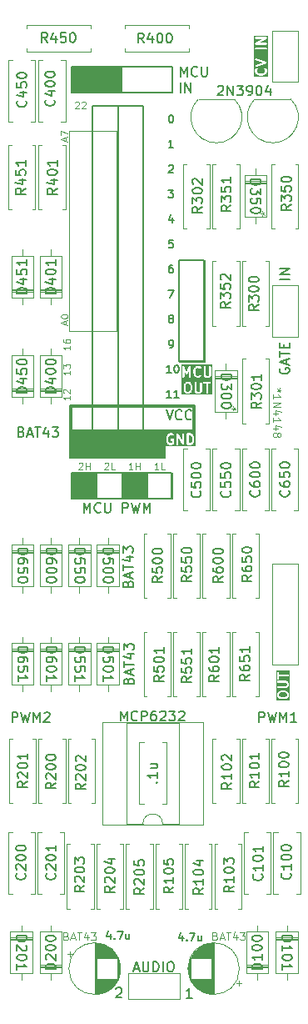
<source format=gbr>
%TF.GenerationSoftware,KiCad,Pcbnew,8.0.5*%
%TF.CreationDate,2024-11-21T14:29:38+00:00*%
%TF.ProjectId,EuroRackControl-IO,4575726f-5261-4636-9b43-6f6e74726f6c,rev?*%
%TF.SameCoordinates,Original*%
%TF.FileFunction,Legend,Top*%
%TF.FilePolarity,Positive*%
%FSLAX46Y46*%
G04 Gerber Fmt 4.6, Leading zero omitted, Abs format (unit mm)*
G04 Created by KiCad (PCBNEW 8.0.5) date 2024-11-21 14:29:38*
%MOMM*%
%LPD*%
G01*
G04 APERTURE LIST*
%ADD10C,0.100000*%
%ADD11C,0.200000*%
%ADD12C,0.300000*%
%ADD13C,0.150000*%
%ADD14C,0.120000*%
G04 APERTURE END LIST*
D10*
X56602000Y-95902000D02*
X59182000Y-95902000D01*
X59182000Y-98552000D01*
X56602000Y-98552000D01*
X56602000Y-95902000D01*
G36*
X56602000Y-95902000D02*
G01*
X59182000Y-95902000D01*
X59182000Y-98552000D01*
X56602000Y-98552000D01*
X56602000Y-95902000D01*
G37*
D11*
X58720000Y-58670000D02*
X63920000Y-58670000D01*
X63920000Y-94290000D01*
X58720000Y-94290000D01*
X58720000Y-58670000D01*
D10*
X56560000Y-54670000D02*
X61700000Y-54670000D01*
X61700000Y-57330000D01*
X56560000Y-57330000D01*
X56560000Y-54670000D01*
G36*
X56560000Y-54670000D02*
G01*
X61700000Y-54670000D01*
X61700000Y-57330000D01*
X56560000Y-57330000D01*
X56560000Y-54670000D01*
G37*
D12*
X56492182Y-89154000D02*
X69052869Y-89154000D01*
X69052869Y-91694000D01*
X56492182Y-91694000D01*
X56492182Y-89154000D01*
D10*
X56388000Y-61214000D02*
X61214000Y-61214000D01*
X61214000Y-81534000D01*
X56388000Y-81534000D01*
X56388000Y-61214000D01*
X61689926Y-95882177D02*
X64269926Y-95882177D01*
X64269926Y-98532177D01*
X61689926Y-98532177D01*
X61689926Y-95882177D01*
G36*
X61689926Y-95882177D02*
G01*
X64269926Y-95882177D01*
X64269926Y-98532177D01*
X61689926Y-98532177D01*
X61689926Y-95882177D01*
G37*
D11*
X67500000Y-74350000D02*
X70104000Y-74350000D01*
X70104000Y-84582000D01*
X67500000Y-84582000D01*
X67500000Y-74350000D01*
X56619000Y-95870000D02*
X66761000Y-95870000D01*
X66761000Y-98530000D01*
X56619000Y-98530000D01*
X56619000Y-95870000D01*
X56567201Y-54675934D02*
X66870119Y-54675934D01*
X66870119Y-57305992D01*
X56567201Y-57305992D01*
X56567201Y-54675934D01*
D10*
X56387999Y-91692965D02*
X66097516Y-91692965D01*
X66097516Y-94364931D01*
X56387999Y-94364931D01*
X56387999Y-91692965D01*
G36*
X56387999Y-91692965D02*
G01*
X66097516Y-91692965D01*
X66097516Y-94364931D01*
X56387999Y-94364931D01*
X56387999Y-91692965D01*
G37*
X56452633Y-85533333D02*
X56452633Y-85933333D01*
X56452633Y-85733333D02*
X55752633Y-85733333D01*
X55752633Y-85733333D02*
X55852633Y-85800000D01*
X55852633Y-85800000D02*
X55919300Y-85866667D01*
X55919300Y-85866667D02*
X55952633Y-85933333D01*
X55752633Y-85300000D02*
X55752633Y-84866666D01*
X55752633Y-84866666D02*
X56019300Y-85100000D01*
X56019300Y-85100000D02*
X56019300Y-85000000D01*
X56019300Y-85000000D02*
X56052633Y-84933333D01*
X56052633Y-84933333D02*
X56085966Y-84900000D01*
X56085966Y-84900000D02*
X56152633Y-84866666D01*
X56152633Y-84866666D02*
X56319300Y-84866666D01*
X56319300Y-84866666D02*
X56385966Y-84900000D01*
X56385966Y-84900000D02*
X56419300Y-84933333D01*
X56419300Y-84933333D02*
X56452633Y-85000000D01*
X56452633Y-85000000D02*
X56452633Y-85200000D01*
X56452633Y-85200000D02*
X56419300Y-85266666D01*
X56419300Y-85266666D02*
X56385966Y-85300000D01*
D11*
X68865714Y-149219219D02*
X68294286Y-149219219D01*
X68580000Y-149219219D02*
X68580000Y-148219219D01*
X68580000Y-148219219D02*
X68484762Y-148362076D01*
X68484762Y-148362076D02*
X68389524Y-148457314D01*
X68389524Y-148457314D02*
X68294286Y-148504933D01*
D10*
X65448666Y-95568633D02*
X65048666Y-95568633D01*
X65248666Y-95568633D02*
X65248666Y-94868633D01*
X65248666Y-94868633D02*
X65181999Y-94968633D01*
X65181999Y-94968633D02*
X65115333Y-95035300D01*
X65115333Y-95035300D02*
X65048666Y-95068633D01*
X66082000Y-95568633D02*
X65748666Y-95568633D01*
X65748666Y-95568633D02*
X65748666Y-94868633D01*
D11*
X66560149Y-83219695D02*
X66712530Y-83219695D01*
X66712530Y-83219695D02*
X66788720Y-83181600D01*
X66788720Y-83181600D02*
X66826816Y-83143504D01*
X66826816Y-83143504D02*
X66903006Y-83029219D01*
X66903006Y-83029219D02*
X66941101Y-82876838D01*
X66941101Y-82876838D02*
X66941101Y-82572076D01*
X66941101Y-82572076D02*
X66903006Y-82495885D01*
X66903006Y-82495885D02*
X66864911Y-82457790D01*
X66864911Y-82457790D02*
X66788720Y-82419695D01*
X66788720Y-82419695D02*
X66636339Y-82419695D01*
X66636339Y-82419695D02*
X66560149Y-82457790D01*
X66560149Y-82457790D02*
X66522054Y-82495885D01*
X66522054Y-82495885D02*
X66483958Y-82572076D01*
X66483958Y-82572076D02*
X66483958Y-82762552D01*
X66483958Y-82762552D02*
X66522054Y-82838742D01*
X66522054Y-82838742D02*
X66560149Y-82876838D01*
X66560149Y-82876838D02*
X66636339Y-82914933D01*
X66636339Y-82914933D02*
X66788720Y-82914933D01*
X66788720Y-82914933D02*
X66864911Y-82876838D01*
X66864911Y-82876838D02*
X66903006Y-82838742D01*
X66903006Y-82838742D02*
X66941101Y-82762552D01*
X78752219Y-76230326D02*
X77752219Y-76230326D01*
X78752219Y-75754136D02*
X77752219Y-75754136D01*
X77752219Y-75754136D02*
X78752219Y-75182708D01*
X78752219Y-75182708D02*
X77752219Y-75182708D01*
X66741101Y-88299695D02*
X66283958Y-88299695D01*
X66512530Y-88299695D02*
X66512530Y-87499695D01*
X66512530Y-87499695D02*
X66436339Y-87613980D01*
X66436339Y-87613980D02*
X66360149Y-87690171D01*
X66360149Y-87690171D02*
X66283958Y-87728266D01*
X67503006Y-88299695D02*
X67045863Y-88299695D01*
X67274435Y-88299695D02*
X67274435Y-87499695D01*
X67274435Y-87499695D02*
X67198244Y-87613980D01*
X67198244Y-87613980D02*
X67122054Y-87690171D01*
X67122054Y-87690171D02*
X67045863Y-87728266D01*
X66483958Y-64715885D02*
X66522054Y-64677790D01*
X66522054Y-64677790D02*
X66598244Y-64639695D01*
X66598244Y-64639695D02*
X66788720Y-64639695D01*
X66788720Y-64639695D02*
X66864911Y-64677790D01*
X66864911Y-64677790D02*
X66903006Y-64715885D01*
X66903006Y-64715885D02*
X66941101Y-64792076D01*
X66941101Y-64792076D02*
X66941101Y-64868266D01*
X66941101Y-64868266D02*
X66903006Y-64982552D01*
X66903006Y-64982552D02*
X66445863Y-65439695D01*
X66445863Y-65439695D02*
X66941101Y-65439695D01*
D10*
X77865104Y-87492550D02*
X77674628Y-87492550D01*
X77750819Y-87302074D02*
X77674628Y-87492550D01*
X77674628Y-87492550D02*
X77750819Y-87683027D01*
X77522247Y-87378265D02*
X77674628Y-87492550D01*
X77674628Y-87492550D02*
X77522247Y-87606836D01*
X77065104Y-88406836D02*
X77065104Y-87949693D01*
X77065104Y-88178265D02*
X77865104Y-88178265D01*
X77865104Y-88178265D02*
X77750819Y-88102074D01*
X77750819Y-88102074D02*
X77674628Y-88025884D01*
X77674628Y-88025884D02*
X77636533Y-87949693D01*
X77065104Y-88749694D02*
X77865104Y-88749694D01*
X77865104Y-88749694D02*
X77065104Y-89206837D01*
X77065104Y-89206837D02*
X77865104Y-89206837D01*
X77598438Y-89930646D02*
X77065104Y-89930646D01*
X77903200Y-89740170D02*
X77331771Y-89549693D01*
X77331771Y-89549693D02*
X77331771Y-90044932D01*
X77065104Y-90768741D02*
X77065104Y-90311598D01*
X77065104Y-90540170D02*
X77865104Y-90540170D01*
X77865104Y-90540170D02*
X77750819Y-90463979D01*
X77750819Y-90463979D02*
X77674628Y-90387789D01*
X77674628Y-90387789D02*
X77636533Y-90311598D01*
X77598438Y-91454456D02*
X77065104Y-91454456D01*
X77903200Y-91263980D02*
X77331771Y-91073503D01*
X77331771Y-91073503D02*
X77331771Y-91568742D01*
X77522247Y-91987789D02*
X77560342Y-91911599D01*
X77560342Y-91911599D02*
X77598438Y-91873504D01*
X77598438Y-91873504D02*
X77674628Y-91835408D01*
X77674628Y-91835408D02*
X77712723Y-91835408D01*
X77712723Y-91835408D02*
X77788914Y-91873504D01*
X77788914Y-91873504D02*
X77827009Y-91911599D01*
X77827009Y-91911599D02*
X77865104Y-91987789D01*
X77865104Y-91987789D02*
X77865104Y-92140170D01*
X77865104Y-92140170D02*
X77827009Y-92216361D01*
X77827009Y-92216361D02*
X77788914Y-92254456D01*
X77788914Y-92254456D02*
X77712723Y-92292551D01*
X77712723Y-92292551D02*
X77674628Y-92292551D01*
X77674628Y-92292551D02*
X77598438Y-92254456D01*
X77598438Y-92254456D02*
X77560342Y-92216361D01*
X77560342Y-92216361D02*
X77522247Y-92140170D01*
X77522247Y-92140170D02*
X77522247Y-91987789D01*
X77522247Y-91987789D02*
X77484152Y-91911599D01*
X77484152Y-91911599D02*
X77446057Y-91873504D01*
X77446057Y-91873504D02*
X77369866Y-91835408D01*
X77369866Y-91835408D02*
X77217485Y-91835408D01*
X77217485Y-91835408D02*
X77141295Y-91873504D01*
X77141295Y-91873504D02*
X77103200Y-91911599D01*
X77103200Y-91911599D02*
X77065104Y-91987789D01*
X77065104Y-91987789D02*
X77065104Y-92140170D01*
X77065104Y-92140170D02*
X77103200Y-92216361D01*
X77103200Y-92216361D02*
X77141295Y-92254456D01*
X77141295Y-92254456D02*
X77217485Y-92292551D01*
X77217485Y-92292551D02*
X77369866Y-92292551D01*
X77369866Y-92292551D02*
X77446057Y-92254456D01*
X77446057Y-92254456D02*
X77484152Y-92216361D01*
X77484152Y-92216361D02*
X77522247Y-92140170D01*
X56018633Y-80819999D02*
X56018633Y-80486666D01*
X56218633Y-80886666D02*
X55518633Y-80653333D01*
X55518633Y-80653333D02*
X56218633Y-80419999D01*
X55518633Y-80053333D02*
X55518633Y-79986666D01*
X55518633Y-79986666D02*
X55551966Y-79919999D01*
X55551966Y-79919999D02*
X55585300Y-79886666D01*
X55585300Y-79886666D02*
X55651966Y-79853333D01*
X55651966Y-79853333D02*
X55785300Y-79819999D01*
X55785300Y-79819999D02*
X55951966Y-79819999D01*
X55951966Y-79819999D02*
X56085300Y-79853333D01*
X56085300Y-79853333D02*
X56151966Y-79886666D01*
X56151966Y-79886666D02*
X56185300Y-79919999D01*
X56185300Y-79919999D02*
X56218633Y-79986666D01*
X56218633Y-79986666D02*
X56218633Y-80053333D01*
X56218633Y-80053333D02*
X56185300Y-80119999D01*
X56185300Y-80119999D02*
X56151966Y-80153333D01*
X56151966Y-80153333D02*
X56085300Y-80186666D01*
X56085300Y-80186666D02*
X55951966Y-80219999D01*
X55951966Y-80219999D02*
X55785300Y-80219999D01*
X55785300Y-80219999D02*
X55651966Y-80186666D01*
X55651966Y-80186666D02*
X55585300Y-80153333D01*
X55585300Y-80153333D02*
X55551966Y-80119999D01*
X55551966Y-80119999D02*
X55518633Y-80053333D01*
D11*
X66903006Y-72259695D02*
X66522054Y-72259695D01*
X66522054Y-72259695D02*
X66483958Y-72640647D01*
X66483958Y-72640647D02*
X66522054Y-72602552D01*
X66522054Y-72602552D02*
X66598244Y-72564457D01*
X66598244Y-72564457D02*
X66788720Y-72564457D01*
X66788720Y-72564457D02*
X66864911Y-72602552D01*
X66864911Y-72602552D02*
X66903006Y-72640647D01*
X66903006Y-72640647D02*
X66941101Y-72716838D01*
X66941101Y-72716838D02*
X66941101Y-72907314D01*
X66941101Y-72907314D02*
X66903006Y-72983504D01*
X66903006Y-72983504D02*
X66864911Y-73021600D01*
X66864911Y-73021600D02*
X66788720Y-73059695D01*
X66788720Y-73059695D02*
X66598244Y-73059695D01*
X66598244Y-73059695D02*
X66522054Y-73021600D01*
X66522054Y-73021600D02*
X66483958Y-72983504D01*
X77799838Y-85293483D02*
X77752219Y-85388721D01*
X77752219Y-85388721D02*
X77752219Y-85531578D01*
X77752219Y-85531578D02*
X77799838Y-85674435D01*
X77799838Y-85674435D02*
X77895076Y-85769673D01*
X77895076Y-85769673D02*
X77990314Y-85817292D01*
X77990314Y-85817292D02*
X78180790Y-85864911D01*
X78180790Y-85864911D02*
X78323647Y-85864911D01*
X78323647Y-85864911D02*
X78514123Y-85817292D01*
X78514123Y-85817292D02*
X78609361Y-85769673D01*
X78609361Y-85769673D02*
X78704600Y-85674435D01*
X78704600Y-85674435D02*
X78752219Y-85531578D01*
X78752219Y-85531578D02*
X78752219Y-85436340D01*
X78752219Y-85436340D02*
X78704600Y-85293483D01*
X78704600Y-85293483D02*
X78656980Y-85245864D01*
X78656980Y-85245864D02*
X78323647Y-85245864D01*
X78323647Y-85245864D02*
X78323647Y-85436340D01*
X78466504Y-84864911D02*
X78466504Y-84388721D01*
X78752219Y-84960149D02*
X77752219Y-84626816D01*
X77752219Y-84626816D02*
X78752219Y-84293483D01*
X77752219Y-84103006D02*
X77752219Y-83531578D01*
X78752219Y-83817292D02*
X77752219Y-83817292D01*
X78228409Y-83198244D02*
X78228409Y-82864911D01*
X78752219Y-82722054D02*
X78752219Y-83198244D01*
X78752219Y-83198244D02*
X77752219Y-83198244D01*
X77752219Y-83198244D02*
X77752219Y-82722054D01*
D10*
X59968666Y-94935300D02*
X60001999Y-94901966D01*
X60001999Y-94901966D02*
X60068666Y-94868633D01*
X60068666Y-94868633D02*
X60235333Y-94868633D01*
X60235333Y-94868633D02*
X60301999Y-94901966D01*
X60301999Y-94901966D02*
X60335333Y-94935300D01*
X60335333Y-94935300D02*
X60368666Y-95001966D01*
X60368666Y-95001966D02*
X60368666Y-95068633D01*
X60368666Y-95068633D02*
X60335333Y-95168633D01*
X60335333Y-95168633D02*
X59935333Y-95568633D01*
X59935333Y-95568633D02*
X60368666Y-95568633D01*
X61002000Y-95568633D02*
X60668666Y-95568633D01*
X60668666Y-95568633D02*
X60668666Y-94868633D01*
X56452633Y-82993333D02*
X56452633Y-83393333D01*
X56452633Y-83193333D02*
X55752633Y-83193333D01*
X55752633Y-83193333D02*
X55852633Y-83260000D01*
X55852633Y-83260000D02*
X55919300Y-83326667D01*
X55919300Y-83326667D02*
X55952633Y-83393333D01*
X55752633Y-82393333D02*
X55752633Y-82526666D01*
X55752633Y-82526666D02*
X55785966Y-82593333D01*
X55785966Y-82593333D02*
X55819300Y-82626666D01*
X55819300Y-82626666D02*
X55919300Y-82693333D01*
X55919300Y-82693333D02*
X56052633Y-82726666D01*
X56052633Y-82726666D02*
X56319300Y-82726666D01*
X56319300Y-82726666D02*
X56385966Y-82693333D01*
X56385966Y-82693333D02*
X56419300Y-82660000D01*
X56419300Y-82660000D02*
X56452633Y-82593333D01*
X56452633Y-82593333D02*
X56452633Y-82460000D01*
X56452633Y-82460000D02*
X56419300Y-82393333D01*
X56419300Y-82393333D02*
X56385966Y-82360000D01*
X56385966Y-82360000D02*
X56319300Y-82326666D01*
X56319300Y-82326666D02*
X56152633Y-82326666D01*
X56152633Y-82326666D02*
X56085966Y-82360000D01*
X56085966Y-82360000D02*
X56052633Y-82393333D01*
X56052633Y-82393333D02*
X56019300Y-82460000D01*
X56019300Y-82460000D02*
X56019300Y-82593333D01*
X56019300Y-82593333D02*
X56052633Y-82660000D01*
X56052633Y-82660000D02*
X56085966Y-82693333D01*
X56085966Y-82693333D02*
X56152633Y-82726666D01*
D11*
X66224584Y-89501435D02*
X66557917Y-90501435D01*
X66557917Y-90501435D02*
X66891250Y-89501435D01*
X67796012Y-90406196D02*
X67748393Y-90453816D01*
X67748393Y-90453816D02*
X67605536Y-90501435D01*
X67605536Y-90501435D02*
X67510298Y-90501435D01*
X67510298Y-90501435D02*
X67367441Y-90453816D01*
X67367441Y-90453816D02*
X67272203Y-90358577D01*
X67272203Y-90358577D02*
X67224584Y-90263339D01*
X67224584Y-90263339D02*
X67176965Y-90072863D01*
X67176965Y-90072863D02*
X67176965Y-89930006D01*
X67176965Y-89930006D02*
X67224584Y-89739530D01*
X67224584Y-89739530D02*
X67272203Y-89644292D01*
X67272203Y-89644292D02*
X67367441Y-89549054D01*
X67367441Y-89549054D02*
X67510298Y-89501435D01*
X67510298Y-89501435D02*
X67605536Y-89501435D01*
X67605536Y-89501435D02*
X67748393Y-89549054D01*
X67748393Y-89549054D02*
X67796012Y-89596673D01*
X68796012Y-90406196D02*
X68748393Y-90453816D01*
X68748393Y-90453816D02*
X68605536Y-90501435D01*
X68605536Y-90501435D02*
X68510298Y-90501435D01*
X68510298Y-90501435D02*
X68367441Y-90453816D01*
X68367441Y-90453816D02*
X68272203Y-90358577D01*
X68272203Y-90358577D02*
X68224584Y-90263339D01*
X68224584Y-90263339D02*
X68176965Y-90072863D01*
X68176965Y-90072863D02*
X68176965Y-89930006D01*
X68176965Y-89930006D02*
X68224584Y-89739530D01*
X68224584Y-89739530D02*
X68272203Y-89644292D01*
X68272203Y-89644292D02*
X68367441Y-89549054D01*
X68367441Y-89549054D02*
X68510298Y-89501435D01*
X68510298Y-89501435D02*
X68605536Y-89501435D01*
X68605536Y-89501435D02*
X68748393Y-89549054D01*
X68748393Y-89549054D02*
X68796012Y-89596673D01*
D10*
X62825333Y-95568633D02*
X62425333Y-95568633D01*
X62625333Y-95568633D02*
X62625333Y-94868633D01*
X62625333Y-94868633D02*
X62558666Y-94968633D01*
X62558666Y-94968633D02*
X62492000Y-95035300D01*
X62492000Y-95035300D02*
X62425333Y-95068633D01*
X63125333Y-95568633D02*
X63125333Y-94868633D01*
X63125333Y-95201966D02*
X63525333Y-95201966D01*
X63525333Y-95568633D02*
X63525333Y-94868633D01*
D11*
X67679673Y-55661275D02*
X67679673Y-54661275D01*
X67679673Y-54661275D02*
X68013006Y-55375560D01*
X68013006Y-55375560D02*
X68346339Y-54661275D01*
X68346339Y-54661275D02*
X68346339Y-55661275D01*
X69393958Y-55566036D02*
X69346339Y-55613656D01*
X69346339Y-55613656D02*
X69203482Y-55661275D01*
X69203482Y-55661275D02*
X69108244Y-55661275D01*
X69108244Y-55661275D02*
X68965387Y-55613656D01*
X68965387Y-55613656D02*
X68870149Y-55518417D01*
X68870149Y-55518417D02*
X68822530Y-55423179D01*
X68822530Y-55423179D02*
X68774911Y-55232703D01*
X68774911Y-55232703D02*
X68774911Y-55089846D01*
X68774911Y-55089846D02*
X68822530Y-54899370D01*
X68822530Y-54899370D02*
X68870149Y-54804132D01*
X68870149Y-54804132D02*
X68965387Y-54708894D01*
X68965387Y-54708894D02*
X69108244Y-54661275D01*
X69108244Y-54661275D02*
X69203482Y-54661275D01*
X69203482Y-54661275D02*
X69346339Y-54708894D01*
X69346339Y-54708894D02*
X69393958Y-54756513D01*
X69822530Y-54661275D02*
X69822530Y-55470798D01*
X69822530Y-55470798D02*
X69870149Y-55566036D01*
X69870149Y-55566036D02*
X69917768Y-55613656D01*
X69917768Y-55613656D02*
X70013006Y-55661275D01*
X70013006Y-55661275D02*
X70203482Y-55661275D01*
X70203482Y-55661275D02*
X70298720Y-55613656D01*
X70298720Y-55613656D02*
X70346339Y-55566036D01*
X70346339Y-55566036D02*
X70393958Y-55470798D01*
X70393958Y-55470798D02*
X70393958Y-54661275D01*
X67679673Y-57271219D02*
X67679673Y-56271219D01*
X68155863Y-57271219D02*
X68155863Y-56271219D01*
X68155863Y-56271219D02*
X68727291Y-57271219D01*
X68727291Y-57271219D02*
X68727291Y-56271219D01*
X62946191Y-146261504D02*
X63422381Y-146261504D01*
X62850953Y-146547219D02*
X63184286Y-145547219D01*
X63184286Y-145547219D02*
X63517619Y-146547219D01*
X63850953Y-145547219D02*
X63850953Y-146356742D01*
X63850953Y-146356742D02*
X63898572Y-146451980D01*
X63898572Y-146451980D02*
X63946191Y-146499600D01*
X63946191Y-146499600D02*
X64041429Y-146547219D01*
X64041429Y-146547219D02*
X64231905Y-146547219D01*
X64231905Y-146547219D02*
X64327143Y-146499600D01*
X64327143Y-146499600D02*
X64374762Y-146451980D01*
X64374762Y-146451980D02*
X64422381Y-146356742D01*
X64422381Y-146356742D02*
X64422381Y-145547219D01*
X64898572Y-146547219D02*
X64898572Y-145547219D01*
X64898572Y-145547219D02*
X65136667Y-145547219D01*
X65136667Y-145547219D02*
X65279524Y-145594838D01*
X65279524Y-145594838D02*
X65374762Y-145690076D01*
X65374762Y-145690076D02*
X65422381Y-145785314D01*
X65422381Y-145785314D02*
X65470000Y-145975790D01*
X65470000Y-145975790D02*
X65470000Y-146118647D01*
X65470000Y-146118647D02*
X65422381Y-146309123D01*
X65422381Y-146309123D02*
X65374762Y-146404361D01*
X65374762Y-146404361D02*
X65279524Y-146499600D01*
X65279524Y-146499600D02*
X65136667Y-146547219D01*
X65136667Y-146547219D02*
X64898572Y-146547219D01*
X65898572Y-146547219D02*
X65898572Y-145547219D01*
X66565238Y-145547219D02*
X66755714Y-145547219D01*
X66755714Y-145547219D02*
X66850952Y-145594838D01*
X66850952Y-145594838D02*
X66946190Y-145690076D01*
X66946190Y-145690076D02*
X66993809Y-145880552D01*
X66993809Y-145880552D02*
X66993809Y-146213885D01*
X66993809Y-146213885D02*
X66946190Y-146404361D01*
X66946190Y-146404361D02*
X66850952Y-146499600D01*
X66850952Y-146499600D02*
X66755714Y-146547219D01*
X66755714Y-146547219D02*
X66565238Y-146547219D01*
X66565238Y-146547219D02*
X66470000Y-146499600D01*
X66470000Y-146499600D02*
X66374762Y-146404361D01*
X66374762Y-146404361D02*
X66327143Y-146213885D01*
X66327143Y-146213885D02*
X66327143Y-145880552D01*
X66327143Y-145880552D02*
X66374762Y-145690076D01*
X66374762Y-145690076D02*
X66470000Y-145594838D01*
X66470000Y-145594838D02*
X66565238Y-145547219D01*
X66864911Y-69986361D02*
X66864911Y-70519695D01*
X66674435Y-69681600D02*
X66483958Y-70253028D01*
X66483958Y-70253028D02*
X66979197Y-70253028D01*
X66674435Y-59559695D02*
X66750625Y-59559695D01*
X66750625Y-59559695D02*
X66826816Y-59597790D01*
X66826816Y-59597790D02*
X66864911Y-59635885D01*
X66864911Y-59635885D02*
X66903006Y-59712076D01*
X66903006Y-59712076D02*
X66941101Y-59864457D01*
X66941101Y-59864457D02*
X66941101Y-60054933D01*
X66941101Y-60054933D02*
X66903006Y-60207314D01*
X66903006Y-60207314D02*
X66864911Y-60283504D01*
X66864911Y-60283504D02*
X66826816Y-60321600D01*
X66826816Y-60321600D02*
X66750625Y-60359695D01*
X66750625Y-60359695D02*
X66674435Y-60359695D01*
X66674435Y-60359695D02*
X66598244Y-60321600D01*
X66598244Y-60321600D02*
X66560149Y-60283504D01*
X66560149Y-60283504D02*
X66522054Y-60207314D01*
X66522054Y-60207314D02*
X66483958Y-60054933D01*
X66483958Y-60054933D02*
X66483958Y-59864457D01*
X66483958Y-59864457D02*
X66522054Y-59712076D01*
X66522054Y-59712076D02*
X66560149Y-59635885D01*
X66560149Y-59635885D02*
X66598244Y-59597790D01*
X66598244Y-59597790D02*
X66674435Y-59559695D01*
G36*
X76578330Y-55686062D02*
G01*
X75156108Y-55686062D01*
X75156108Y-55046380D01*
X75267219Y-55046380D01*
X75267219Y-55141618D01*
X75268191Y-55151491D01*
X75268004Y-55154125D01*
X75268791Y-55157588D01*
X75269140Y-55161127D01*
X75270151Y-55163569D01*
X75272351Y-55173241D01*
X75319970Y-55316097D01*
X75327961Y-55333998D01*
X75330316Y-55336713D01*
X75331691Y-55340032D01*
X75344127Y-55355186D01*
X75439365Y-55450424D01*
X75447031Y-55456715D01*
X75448764Y-55458713D01*
X75451775Y-55460608D01*
X75454519Y-55462860D01*
X75456956Y-55463869D01*
X75465355Y-55469156D01*
X75560592Y-55516775D01*
X75562020Y-55517321D01*
X75562600Y-55517751D01*
X75570776Y-55520672D01*
X75578901Y-55523781D01*
X75579621Y-55523832D01*
X75581060Y-55524346D01*
X75771536Y-55571965D01*
X75774917Y-55572465D01*
X75776281Y-55573030D01*
X75783631Y-55573753D01*
X75790929Y-55574833D01*
X75792387Y-55574615D01*
X75795790Y-55574951D01*
X75938647Y-55574951D01*
X75942049Y-55574615D01*
X75943508Y-55574833D01*
X75950805Y-55573753D01*
X75958156Y-55573030D01*
X75959519Y-55572465D01*
X75962901Y-55571965D01*
X76153376Y-55524346D01*
X76154813Y-55523832D01*
X76155536Y-55523781D01*
X76163660Y-55520672D01*
X76171837Y-55517751D01*
X76172417Y-55517320D01*
X76173844Y-55516775D01*
X76269082Y-55469156D01*
X76277474Y-55463873D01*
X76279918Y-55462861D01*
X76282667Y-55460604D01*
X76285672Y-55458713D01*
X76287401Y-55456718D01*
X76295071Y-55450424D01*
X76390311Y-55355186D01*
X76402747Y-55340033D01*
X76404122Y-55336713D01*
X76406477Y-55333998D01*
X76414468Y-55316098D01*
X76462087Y-55173241D01*
X76464286Y-55163568D01*
X76465298Y-55161127D01*
X76465646Y-55157589D01*
X76466434Y-55154126D01*
X76466246Y-55151491D01*
X76467219Y-55141618D01*
X76467219Y-55046380D01*
X76466246Y-55036506D01*
X76466434Y-55033872D01*
X76465646Y-55030408D01*
X76465298Y-55026871D01*
X76464286Y-55024429D01*
X76462087Y-55014757D01*
X76414468Y-54871900D01*
X76406477Y-54854000D01*
X76404122Y-54851284D01*
X76402747Y-54847965D01*
X76390310Y-54832811D01*
X76342690Y-54785193D01*
X76327537Y-54772756D01*
X76291488Y-54757825D01*
X76252470Y-54757826D01*
X76216422Y-54772757D01*
X76188832Y-54800347D01*
X76173901Y-54836396D01*
X76173902Y-54875414D01*
X76188833Y-54911462D01*
X76201270Y-54926615D01*
X76232197Y-54957541D01*
X76267219Y-55062606D01*
X76267219Y-55125391D01*
X76232197Y-55230456D01*
X76165127Y-55297526D01*
X76094218Y-55332980D01*
X75926337Y-55374951D01*
X75808099Y-55374951D01*
X75640218Y-55332980D01*
X75569313Y-55297528D01*
X75502240Y-55230455D01*
X75467219Y-55125391D01*
X75467219Y-55062607D01*
X75502240Y-54957541D01*
X75533167Y-54926615D01*
X75545604Y-54911462D01*
X75560535Y-54875413D01*
X75560535Y-54836395D01*
X75545604Y-54800347D01*
X75518014Y-54772757D01*
X75481966Y-54757826D01*
X75442948Y-54757826D01*
X75406899Y-54772757D01*
X75391746Y-54785194D01*
X75344127Y-54832812D01*
X75331691Y-54847966D01*
X75330316Y-54851284D01*
X75327961Y-54854000D01*
X75319970Y-54871901D01*
X75272351Y-55014757D01*
X75270151Y-55024428D01*
X75269140Y-55026871D01*
X75268791Y-55030409D01*
X75268004Y-55033873D01*
X75268191Y-55036506D01*
X75267219Y-55046380D01*
X75156108Y-55046380D01*
X75156108Y-53891016D01*
X75268004Y-53891016D01*
X75270770Y-53929936D01*
X75288220Y-53964835D01*
X75317696Y-53990400D01*
X75335596Y-53998391D01*
X76050991Y-54236856D01*
X75335596Y-54475321D01*
X75317696Y-54483312D01*
X75288220Y-54508877D01*
X75270770Y-54543776D01*
X75268004Y-54582696D01*
X75280342Y-54619712D01*
X75305907Y-54649188D01*
X75340806Y-54666638D01*
X75379726Y-54669404D01*
X75398842Y-54665057D01*
X76398841Y-54331724D01*
X76416742Y-54323733D01*
X76422143Y-54319048D01*
X76428530Y-54315855D01*
X76436742Y-54306386D01*
X76446218Y-54298168D01*
X76449413Y-54291776D01*
X76454095Y-54286379D01*
X76458061Y-54274481D01*
X76463667Y-54263269D01*
X76464173Y-54256144D01*
X76466434Y-54249363D01*
X76465544Y-54236856D01*
X76466434Y-54224349D01*
X76464173Y-54217567D01*
X76463667Y-54210443D01*
X76458061Y-54199230D01*
X76454095Y-54187333D01*
X76449413Y-54181935D01*
X76446218Y-54175544D01*
X76436742Y-54167325D01*
X76428530Y-54157857D01*
X76422143Y-54154663D01*
X76416742Y-54149979D01*
X76398841Y-54141988D01*
X75398842Y-53808655D01*
X75379726Y-53804308D01*
X75340806Y-53807074D01*
X75305907Y-53824524D01*
X75280342Y-53854000D01*
X75268004Y-53891016D01*
X75156108Y-53891016D01*
X75156108Y-52788775D01*
X75269140Y-52788775D01*
X75269140Y-52827793D01*
X75284072Y-52863841D01*
X75311662Y-52891431D01*
X75347710Y-52906363D01*
X75367219Y-52908284D01*
X76367219Y-52908284D01*
X76386728Y-52906363D01*
X76422776Y-52891431D01*
X76450366Y-52863841D01*
X76465298Y-52827793D01*
X76465298Y-52788775D01*
X76450366Y-52752727D01*
X76422776Y-52725137D01*
X76386728Y-52710205D01*
X76367219Y-52708284D01*
X75367219Y-52708284D01*
X75347710Y-52710205D01*
X75311662Y-52725137D01*
X75284072Y-52752727D01*
X75269140Y-52788775D01*
X75156108Y-52788775D01*
X75156108Y-52325109D01*
X75267463Y-52325109D01*
X75269140Y-52338302D01*
X75269140Y-52351603D01*
X75271579Y-52357491D01*
X75272383Y-52363816D01*
X75278983Y-52375365D01*
X75284072Y-52387651D01*
X75288579Y-52392158D01*
X75291742Y-52397693D01*
X75302256Y-52405835D01*
X75311662Y-52415241D01*
X75317552Y-52417680D01*
X75322591Y-52421583D01*
X75335419Y-52425081D01*
X75347710Y-52430173D01*
X75357687Y-52431155D01*
X75360234Y-52431850D01*
X75362201Y-52431599D01*
X75367219Y-52432094D01*
X76367219Y-52432094D01*
X76386728Y-52430173D01*
X76422776Y-52415241D01*
X76450366Y-52387651D01*
X76465298Y-52351603D01*
X76465298Y-52312585D01*
X76450366Y-52276537D01*
X76422776Y-52248947D01*
X76386728Y-52234015D01*
X76367219Y-52232094D01*
X75743775Y-52232094D01*
X76416833Y-51847490D01*
X76420943Y-51844571D01*
X76422776Y-51843813D01*
X76424642Y-51841946D01*
X76432818Y-51836143D01*
X76440962Y-51825626D01*
X76450366Y-51816223D01*
X76452804Y-51810335D01*
X76456709Y-51805294D01*
X76460208Y-51792461D01*
X76465298Y-51780175D01*
X76465298Y-51773799D01*
X76466975Y-51767650D01*
X76465298Y-51754456D01*
X76465298Y-51741157D01*
X76462858Y-51735268D01*
X76462055Y-51728944D01*
X76455454Y-51717394D01*
X76450366Y-51705109D01*
X76445858Y-51700601D01*
X76442696Y-51695067D01*
X76432179Y-51686922D01*
X76422776Y-51677519D01*
X76416888Y-51675080D01*
X76411847Y-51671176D01*
X76399014Y-51667676D01*
X76386728Y-51662587D01*
X76376750Y-51661604D01*
X76374204Y-51660910D01*
X76372236Y-51661160D01*
X76367219Y-51660666D01*
X75367219Y-51660666D01*
X75347710Y-51662587D01*
X75311662Y-51677519D01*
X75284072Y-51705109D01*
X75269140Y-51741157D01*
X75269140Y-51780175D01*
X75284072Y-51816223D01*
X75311662Y-51843813D01*
X75347710Y-51858745D01*
X75367219Y-51860666D01*
X75990663Y-51860666D01*
X75317605Y-52245270D01*
X75313494Y-52248188D01*
X75311662Y-52248947D01*
X75309795Y-52250813D01*
X75301620Y-52256617D01*
X75293477Y-52267131D01*
X75284072Y-52276537D01*
X75281632Y-52282427D01*
X75277730Y-52287466D01*
X75274231Y-52300294D01*
X75269140Y-52312585D01*
X75269140Y-52318960D01*
X75267463Y-52325109D01*
X75156108Y-52325109D01*
X75156108Y-51549555D01*
X76578330Y-51549555D01*
X76578330Y-55686062D01*
G37*
X50569673Y-121202219D02*
X50569673Y-120202219D01*
X50569673Y-120202219D02*
X50950625Y-120202219D01*
X50950625Y-120202219D02*
X51045863Y-120249838D01*
X51045863Y-120249838D02*
X51093482Y-120297457D01*
X51093482Y-120297457D02*
X51141101Y-120392695D01*
X51141101Y-120392695D02*
X51141101Y-120535552D01*
X51141101Y-120535552D02*
X51093482Y-120630790D01*
X51093482Y-120630790D02*
X51045863Y-120678409D01*
X51045863Y-120678409D02*
X50950625Y-120726028D01*
X50950625Y-120726028D02*
X50569673Y-120726028D01*
X51474435Y-120202219D02*
X51712530Y-121202219D01*
X51712530Y-121202219D02*
X51903006Y-120487933D01*
X51903006Y-120487933D02*
X52093482Y-121202219D01*
X52093482Y-121202219D02*
X52331578Y-120202219D01*
X52712530Y-121202219D02*
X52712530Y-120202219D01*
X52712530Y-120202219D02*
X53045863Y-120916504D01*
X53045863Y-120916504D02*
X53379196Y-120202219D01*
X53379196Y-120202219D02*
X53379196Y-121202219D01*
X53807768Y-120297457D02*
X53855387Y-120249838D01*
X53855387Y-120249838D02*
X53950625Y-120202219D01*
X53950625Y-120202219D02*
X54188720Y-120202219D01*
X54188720Y-120202219D02*
X54283958Y-120249838D01*
X54283958Y-120249838D02*
X54331577Y-120297457D01*
X54331577Y-120297457D02*
X54379196Y-120392695D01*
X54379196Y-120392695D02*
X54379196Y-120487933D01*
X54379196Y-120487933D02*
X54331577Y-120630790D01*
X54331577Y-120630790D02*
X53760149Y-121202219D01*
X53760149Y-121202219D02*
X54379196Y-121202219D01*
D10*
X56976666Y-58285300D02*
X57009999Y-58251966D01*
X57009999Y-58251966D02*
X57076666Y-58218633D01*
X57076666Y-58218633D02*
X57243333Y-58218633D01*
X57243333Y-58218633D02*
X57309999Y-58251966D01*
X57309999Y-58251966D02*
X57343333Y-58285300D01*
X57343333Y-58285300D02*
X57376666Y-58351966D01*
X57376666Y-58351966D02*
X57376666Y-58418633D01*
X57376666Y-58418633D02*
X57343333Y-58518633D01*
X57343333Y-58518633D02*
X56943333Y-58918633D01*
X56943333Y-58918633D02*
X57376666Y-58918633D01*
X57643333Y-58285300D02*
X57676666Y-58251966D01*
X57676666Y-58251966D02*
X57743333Y-58218633D01*
X57743333Y-58218633D02*
X57910000Y-58218633D01*
X57910000Y-58218633D02*
X57976666Y-58251966D01*
X57976666Y-58251966D02*
X58010000Y-58285300D01*
X58010000Y-58285300D02*
X58043333Y-58351966D01*
X58043333Y-58351966D02*
X58043333Y-58418633D01*
X58043333Y-58418633D02*
X58010000Y-58518633D01*
X58010000Y-58518633D02*
X57610000Y-58918633D01*
X57610000Y-58918633D02*
X58043333Y-58918633D01*
D11*
X75668422Y-121202219D02*
X75668422Y-120202219D01*
X75668422Y-120202219D02*
X76049374Y-120202219D01*
X76049374Y-120202219D02*
X76144612Y-120249838D01*
X76144612Y-120249838D02*
X76192231Y-120297457D01*
X76192231Y-120297457D02*
X76239850Y-120392695D01*
X76239850Y-120392695D02*
X76239850Y-120535552D01*
X76239850Y-120535552D02*
X76192231Y-120630790D01*
X76192231Y-120630790D02*
X76144612Y-120678409D01*
X76144612Y-120678409D02*
X76049374Y-120726028D01*
X76049374Y-120726028D02*
X75668422Y-120726028D01*
X76573184Y-120202219D02*
X76811279Y-121202219D01*
X76811279Y-121202219D02*
X77001755Y-120487933D01*
X77001755Y-120487933D02*
X77192231Y-121202219D01*
X77192231Y-121202219D02*
X77430327Y-120202219D01*
X77811279Y-121202219D02*
X77811279Y-120202219D01*
X77811279Y-120202219D02*
X78144612Y-120916504D01*
X78144612Y-120916504D02*
X78477945Y-120202219D01*
X78477945Y-120202219D02*
X78477945Y-121202219D01*
X79477945Y-121202219D02*
X78906517Y-121202219D01*
X79192231Y-121202219D02*
X79192231Y-120202219D01*
X79192231Y-120202219D02*
X79096993Y-120345076D01*
X79096993Y-120345076D02*
X79001755Y-120440314D01*
X79001755Y-120440314D02*
X78906517Y-120487933D01*
D10*
X57345333Y-94935300D02*
X57378666Y-94901966D01*
X57378666Y-94901966D02*
X57445333Y-94868633D01*
X57445333Y-94868633D02*
X57612000Y-94868633D01*
X57612000Y-94868633D02*
X57678666Y-94901966D01*
X57678666Y-94901966D02*
X57712000Y-94935300D01*
X57712000Y-94935300D02*
X57745333Y-95001966D01*
X57745333Y-95001966D02*
X57745333Y-95068633D01*
X57745333Y-95068633D02*
X57712000Y-95168633D01*
X57712000Y-95168633D02*
X57312000Y-95568633D01*
X57312000Y-95568633D02*
X57745333Y-95568633D01*
X58045333Y-95568633D02*
X58045333Y-94868633D01*
X58045333Y-95201966D02*
X58445333Y-95201966D01*
X58445333Y-95568633D02*
X58445333Y-94868633D01*
D11*
X66941101Y-62899695D02*
X66483958Y-62899695D01*
X66712530Y-62899695D02*
X66712530Y-62099695D01*
X66712530Y-62099695D02*
X66636339Y-62213980D01*
X66636339Y-62213980D02*
X66560149Y-62290171D01*
X66560149Y-62290171D02*
X66483958Y-62328266D01*
D10*
X56018633Y-62199122D02*
X56018633Y-61865789D01*
X56218633Y-62265789D02*
X55518633Y-62032456D01*
X55518633Y-62032456D02*
X56218633Y-61799122D01*
X55518633Y-61632456D02*
X55518633Y-61165789D01*
X55518633Y-61165789D02*
X56218633Y-61465789D01*
D11*
X66741101Y-85759695D02*
X66283958Y-85759695D01*
X66512530Y-85759695D02*
X66512530Y-84959695D01*
X66512530Y-84959695D02*
X66436339Y-85073980D01*
X66436339Y-85073980D02*
X66360149Y-85150171D01*
X66360149Y-85150171D02*
X66283958Y-85188266D01*
X67236340Y-84959695D02*
X67312530Y-84959695D01*
X67312530Y-84959695D02*
X67388721Y-84997790D01*
X67388721Y-84997790D02*
X67426816Y-85035885D01*
X67426816Y-85035885D02*
X67464911Y-85112076D01*
X67464911Y-85112076D02*
X67503006Y-85264457D01*
X67503006Y-85264457D02*
X67503006Y-85454933D01*
X67503006Y-85454933D02*
X67464911Y-85607314D01*
X67464911Y-85607314D02*
X67426816Y-85683504D01*
X67426816Y-85683504D02*
X67388721Y-85721600D01*
X67388721Y-85721600D02*
X67312530Y-85759695D01*
X67312530Y-85759695D02*
X67236340Y-85759695D01*
X67236340Y-85759695D02*
X67160149Y-85721600D01*
X67160149Y-85721600D02*
X67122054Y-85683504D01*
X67122054Y-85683504D02*
X67083959Y-85607314D01*
X67083959Y-85607314D02*
X67045863Y-85454933D01*
X67045863Y-85454933D02*
X67045863Y-85264457D01*
X67045863Y-85264457D02*
X67083959Y-85112076D01*
X67083959Y-85112076D02*
X67122054Y-85035885D01*
X67122054Y-85035885D02*
X67160149Y-84997790D01*
X67160149Y-84997790D02*
X67236340Y-84959695D01*
X66445863Y-67179695D02*
X66941101Y-67179695D01*
X66941101Y-67179695D02*
X66674435Y-67484457D01*
X66674435Y-67484457D02*
X66788720Y-67484457D01*
X66788720Y-67484457D02*
X66864911Y-67522552D01*
X66864911Y-67522552D02*
X66903006Y-67560647D01*
X66903006Y-67560647D02*
X66941101Y-67636838D01*
X66941101Y-67636838D02*
X66941101Y-67827314D01*
X66941101Y-67827314D02*
X66903006Y-67903504D01*
X66903006Y-67903504D02*
X66864911Y-67941600D01*
X66864911Y-67941600D02*
X66788720Y-67979695D01*
X66788720Y-67979695D02*
X66560149Y-67979695D01*
X66560149Y-67979695D02*
X66483958Y-67941600D01*
X66483958Y-67941600D02*
X66445863Y-67903504D01*
X66636339Y-80222552D02*
X66560149Y-80184457D01*
X66560149Y-80184457D02*
X66522054Y-80146361D01*
X66522054Y-80146361D02*
X66483958Y-80070171D01*
X66483958Y-80070171D02*
X66483958Y-80032076D01*
X66483958Y-80032076D02*
X66522054Y-79955885D01*
X66522054Y-79955885D02*
X66560149Y-79917790D01*
X66560149Y-79917790D02*
X66636339Y-79879695D01*
X66636339Y-79879695D02*
X66788720Y-79879695D01*
X66788720Y-79879695D02*
X66864911Y-79917790D01*
X66864911Y-79917790D02*
X66903006Y-79955885D01*
X66903006Y-79955885D02*
X66941101Y-80032076D01*
X66941101Y-80032076D02*
X66941101Y-80070171D01*
X66941101Y-80070171D02*
X66903006Y-80146361D01*
X66903006Y-80146361D02*
X66864911Y-80184457D01*
X66864911Y-80184457D02*
X66788720Y-80222552D01*
X66788720Y-80222552D02*
X66636339Y-80222552D01*
X66636339Y-80222552D02*
X66560149Y-80260647D01*
X66560149Y-80260647D02*
X66522054Y-80298742D01*
X66522054Y-80298742D02*
X66483958Y-80374933D01*
X66483958Y-80374933D02*
X66483958Y-80527314D01*
X66483958Y-80527314D02*
X66522054Y-80603504D01*
X66522054Y-80603504D02*
X66560149Y-80641600D01*
X66560149Y-80641600D02*
X66636339Y-80679695D01*
X66636339Y-80679695D02*
X66788720Y-80679695D01*
X66788720Y-80679695D02*
X66864911Y-80641600D01*
X66864911Y-80641600D02*
X66903006Y-80603504D01*
X66903006Y-80603504D02*
X66941101Y-80527314D01*
X66941101Y-80527314D02*
X66941101Y-80374933D01*
X66941101Y-80374933D02*
X66903006Y-80298742D01*
X66903006Y-80298742D02*
X66864911Y-80260647D01*
X66864911Y-80260647D02*
X66788720Y-80222552D01*
X66864911Y-74799695D02*
X66712530Y-74799695D01*
X66712530Y-74799695D02*
X66636339Y-74837790D01*
X66636339Y-74837790D02*
X66598244Y-74875885D01*
X66598244Y-74875885D02*
X66522054Y-74990171D01*
X66522054Y-74990171D02*
X66483958Y-75142552D01*
X66483958Y-75142552D02*
X66483958Y-75447314D01*
X66483958Y-75447314D02*
X66522054Y-75523504D01*
X66522054Y-75523504D02*
X66560149Y-75561600D01*
X66560149Y-75561600D02*
X66636339Y-75599695D01*
X66636339Y-75599695D02*
X66788720Y-75599695D01*
X66788720Y-75599695D02*
X66864911Y-75561600D01*
X66864911Y-75561600D02*
X66903006Y-75523504D01*
X66903006Y-75523504D02*
X66941101Y-75447314D01*
X66941101Y-75447314D02*
X66941101Y-75256838D01*
X66941101Y-75256838D02*
X66903006Y-75180647D01*
X66903006Y-75180647D02*
X66864911Y-75142552D01*
X66864911Y-75142552D02*
X66788720Y-75104457D01*
X66788720Y-75104457D02*
X66636339Y-75104457D01*
X66636339Y-75104457D02*
X66560149Y-75142552D01*
X66560149Y-75142552D02*
X66522054Y-75180647D01*
X66522054Y-75180647D02*
X66483958Y-75256838D01*
G36*
X68568477Y-86881023D02*
G01*
X68632656Y-86945202D01*
X68670571Y-87096861D01*
X68670571Y-87405575D01*
X68632655Y-87557235D01*
X68568479Y-87621413D01*
X68508869Y-87651219D01*
X68365607Y-87651219D01*
X68305997Y-87621414D01*
X68241820Y-87557236D01*
X68203905Y-87405575D01*
X68203905Y-87096862D01*
X68241820Y-86945202D01*
X68305999Y-86881023D01*
X68365607Y-86851219D01*
X68508869Y-86851219D01*
X68568477Y-86881023D01*
G37*
G36*
X70910253Y-87962330D02*
G01*
X67773746Y-87962330D01*
X67773746Y-87084552D01*
X68003905Y-87084552D01*
X68003905Y-87417885D01*
X68004240Y-87421287D01*
X68004023Y-87422746D01*
X68005102Y-87430043D01*
X68005826Y-87437394D01*
X68006390Y-87438757D01*
X68006891Y-87442139D01*
X68054510Y-87632614D01*
X68061105Y-87651075D01*
X68065530Y-87657047D01*
X68068376Y-87663918D01*
X68080813Y-87679071D01*
X68176051Y-87774311D01*
X68183719Y-87780604D01*
X68185450Y-87782600D01*
X68188457Y-87784493D01*
X68191204Y-87786747D01*
X68193644Y-87787757D01*
X68202041Y-87793043D01*
X68297278Y-87840662D01*
X68315587Y-87847668D01*
X68319170Y-87847922D01*
X68322491Y-87849298D01*
X68342000Y-87851219D01*
X68532476Y-87851219D01*
X68551985Y-87849298D01*
X68555305Y-87847922D01*
X68558889Y-87847668D01*
X68577197Y-87840662D01*
X68672435Y-87793043D01*
X68680830Y-87787758D01*
X68683272Y-87786747D01*
X68686019Y-87784491D01*
X68689025Y-87782600D01*
X68690755Y-87780605D01*
X68698425Y-87774310D01*
X68793663Y-87679071D01*
X68806100Y-87663918D01*
X68808945Y-87657047D01*
X68813371Y-87651075D01*
X68819966Y-87632615D01*
X68867585Y-87442139D01*
X68868085Y-87438757D01*
X68868650Y-87437394D01*
X68869373Y-87430043D01*
X68870453Y-87422746D01*
X68870235Y-87421287D01*
X68870571Y-87417885D01*
X68870571Y-87084552D01*
X68870235Y-87081149D01*
X68870453Y-87079691D01*
X68869373Y-87072393D01*
X68868650Y-87065043D01*
X68868085Y-87063679D01*
X68867585Y-87060298D01*
X68819966Y-86869822D01*
X68813371Y-86851362D01*
X68808944Y-86845387D01*
X68806099Y-86838519D01*
X68793663Y-86823365D01*
X68721517Y-86751219D01*
X69099143Y-86751219D01*
X69099143Y-87560742D01*
X69101064Y-87580251D01*
X69102439Y-87583571D01*
X69102694Y-87587155D01*
X69109700Y-87605463D01*
X69157319Y-87700701D01*
X69162602Y-87709093D01*
X69163614Y-87711537D01*
X69165870Y-87714286D01*
X69167762Y-87717291D01*
X69169756Y-87719020D01*
X69176051Y-87726690D01*
X69223669Y-87774310D01*
X69231337Y-87780603D01*
X69233069Y-87782600D01*
X69236077Y-87784493D01*
X69238823Y-87786747D01*
X69241263Y-87787757D01*
X69249660Y-87793043D01*
X69344897Y-87840662D01*
X69363206Y-87847668D01*
X69366789Y-87847922D01*
X69370110Y-87849298D01*
X69389619Y-87851219D01*
X69580095Y-87851219D01*
X69599604Y-87849298D01*
X69602924Y-87847922D01*
X69606508Y-87847668D01*
X69624816Y-87840662D01*
X69720054Y-87793043D01*
X69728449Y-87787758D01*
X69730891Y-87786747D01*
X69733638Y-87784491D01*
X69736644Y-87782600D01*
X69738374Y-87780605D01*
X69746044Y-87774310D01*
X69793663Y-87726690D01*
X69799955Y-87719023D01*
X69801952Y-87717292D01*
X69803845Y-87714284D01*
X69806100Y-87711537D01*
X69807111Y-87709095D01*
X69812395Y-87700701D01*
X69860014Y-87605464D01*
X69867020Y-87587155D01*
X69867274Y-87583571D01*
X69868650Y-87580251D01*
X69870571Y-87560742D01*
X69870571Y-86751219D01*
X69868650Y-86731710D01*
X70005826Y-86731710D01*
X70005826Y-86770728D01*
X70020758Y-86806776D01*
X70048348Y-86834366D01*
X70084396Y-86849298D01*
X70103905Y-86851219D01*
X70289619Y-86851219D01*
X70289619Y-87751219D01*
X70291540Y-87770728D01*
X70306472Y-87806776D01*
X70334062Y-87834366D01*
X70370110Y-87849298D01*
X70409128Y-87849298D01*
X70445176Y-87834366D01*
X70472766Y-87806776D01*
X70487698Y-87770728D01*
X70489619Y-87751219D01*
X70489619Y-86851219D01*
X70675333Y-86851219D01*
X70694842Y-86849298D01*
X70730890Y-86834366D01*
X70758480Y-86806776D01*
X70773412Y-86770728D01*
X70773412Y-86731710D01*
X70758480Y-86695662D01*
X70730890Y-86668072D01*
X70694842Y-86653140D01*
X70675333Y-86651219D01*
X70103905Y-86651219D01*
X70084396Y-86653140D01*
X70048348Y-86668072D01*
X70020758Y-86695662D01*
X70005826Y-86731710D01*
X69868650Y-86731710D01*
X69853718Y-86695662D01*
X69826128Y-86668072D01*
X69790080Y-86653140D01*
X69751062Y-86653140D01*
X69715014Y-86668072D01*
X69687424Y-86695662D01*
X69672492Y-86731710D01*
X69670571Y-86751219D01*
X69670571Y-87537135D01*
X69640766Y-87596743D01*
X69616097Y-87621413D01*
X69556488Y-87651219D01*
X69413226Y-87651219D01*
X69353616Y-87621414D01*
X69328949Y-87596746D01*
X69299143Y-87537134D01*
X69299143Y-86751219D01*
X69297222Y-86731710D01*
X69282290Y-86695662D01*
X69254700Y-86668072D01*
X69218652Y-86653140D01*
X69179634Y-86653140D01*
X69143586Y-86668072D01*
X69115996Y-86695662D01*
X69101064Y-86731710D01*
X69099143Y-86751219D01*
X68721517Y-86751219D01*
X68698425Y-86728127D01*
X68690754Y-86721832D01*
X68689025Y-86719838D01*
X68686017Y-86717944D01*
X68683271Y-86715691D01*
X68680831Y-86714680D01*
X68672435Y-86709395D01*
X68577197Y-86661776D01*
X68558889Y-86654770D01*
X68555305Y-86654515D01*
X68551985Y-86653140D01*
X68532476Y-86651219D01*
X68342000Y-86651219D01*
X68322491Y-86653140D01*
X68319170Y-86654515D01*
X68315587Y-86654770D01*
X68297278Y-86661776D01*
X68202041Y-86709395D01*
X68193642Y-86714681D01*
X68191205Y-86715691D01*
X68188461Y-86717942D01*
X68185450Y-86719838D01*
X68183717Y-86721835D01*
X68176051Y-86728127D01*
X68080813Y-86823365D01*
X68068377Y-86838519D01*
X68065531Y-86845387D01*
X68061105Y-86851362D01*
X68054510Y-86869823D01*
X68006891Y-87060298D01*
X68006390Y-87063679D01*
X68005826Y-87065043D01*
X68005102Y-87072393D01*
X68004023Y-87079691D01*
X68004240Y-87081149D01*
X68003905Y-87084552D01*
X67773746Y-87084552D01*
X67773746Y-85141275D01*
X67884857Y-85141275D01*
X67884857Y-86141275D01*
X67886778Y-86160784D01*
X67901710Y-86196832D01*
X67929300Y-86224422D01*
X67965348Y-86239354D01*
X68004366Y-86239354D01*
X68040414Y-86224422D01*
X68068004Y-86196832D01*
X68082936Y-86160784D01*
X68084857Y-86141275D01*
X68084857Y-85592031D01*
X68227572Y-85897849D01*
X68231804Y-85904994D01*
X68232684Y-85907412D01*
X68234249Y-85909121D01*
X68237563Y-85914715D01*
X68248773Y-85924981D01*
X68259035Y-85936187D01*
X68263060Y-85938065D01*
X68266338Y-85941067D01*
X68280620Y-85946260D01*
X68294393Y-85952688D01*
X68298832Y-85952883D01*
X68303007Y-85954401D01*
X68318190Y-85953733D01*
X68333373Y-85954401D01*
X68337546Y-85952883D01*
X68341988Y-85952688D01*
X68355772Y-85946255D01*
X68370042Y-85941066D01*
X68373315Y-85938068D01*
X68377345Y-85936188D01*
X68387614Y-85924973D01*
X68398817Y-85914715D01*
X68402128Y-85909124D01*
X68403697Y-85907412D01*
X68404577Y-85904990D01*
X68408808Y-85897849D01*
X68551523Y-85592030D01*
X68551523Y-86141275D01*
X68553444Y-86160784D01*
X68568376Y-86196832D01*
X68595966Y-86224422D01*
X68632014Y-86239354D01*
X68671032Y-86239354D01*
X68707080Y-86224422D01*
X68734670Y-86196832D01*
X68749602Y-86160784D01*
X68751523Y-86141275D01*
X68751523Y-85569846D01*
X68980095Y-85569846D01*
X68980095Y-85712703D01*
X68980430Y-85716105D01*
X68980213Y-85717564D01*
X68981292Y-85724861D01*
X68982016Y-85732212D01*
X68982580Y-85733575D01*
X68983081Y-85736957D01*
X69030700Y-85927432D01*
X69031213Y-85928869D01*
X69031265Y-85929592D01*
X69034373Y-85937716D01*
X69037295Y-85945893D01*
X69037725Y-85946473D01*
X69038271Y-85947900D01*
X69085890Y-86043138D01*
X69091172Y-86051530D01*
X69092185Y-86053974D01*
X69094441Y-86056723D01*
X69096333Y-86059728D01*
X69098327Y-86061457D01*
X69104622Y-86069127D01*
X69199860Y-86164367D01*
X69215013Y-86176803D01*
X69218332Y-86178178D01*
X69221048Y-86180533D01*
X69238948Y-86188524D01*
X69381805Y-86236143D01*
X69391477Y-86238342D01*
X69393919Y-86239354D01*
X69397456Y-86239702D01*
X69400920Y-86240490D01*
X69403554Y-86240302D01*
X69413428Y-86241275D01*
X69508666Y-86241275D01*
X69518539Y-86240302D01*
X69521173Y-86240490D01*
X69524636Y-86239702D01*
X69528175Y-86239354D01*
X69530617Y-86238342D01*
X69540289Y-86236143D01*
X69683145Y-86188524D01*
X69701046Y-86180533D01*
X69703761Y-86178178D01*
X69707081Y-86176803D01*
X69722234Y-86164366D01*
X69769853Y-86116746D01*
X69782290Y-86101593D01*
X69797221Y-86065544D01*
X69797220Y-86026526D01*
X69782289Y-85990478D01*
X69754698Y-85962888D01*
X69718650Y-85947957D01*
X69679632Y-85947958D01*
X69643584Y-85962889D01*
X69628430Y-85975326D01*
X69597503Y-86006253D01*
X69492439Y-86041275D01*
X69429654Y-86041275D01*
X69324589Y-86006253D01*
X69257519Y-85939183D01*
X69222065Y-85868274D01*
X69180095Y-85700393D01*
X69180095Y-85582156D01*
X69222065Y-85414274D01*
X69257518Y-85343368D01*
X69324590Y-85276296D01*
X69429654Y-85241275D01*
X69492439Y-85241275D01*
X69597504Y-85276296D01*
X69628431Y-85307223D01*
X69643584Y-85319660D01*
X69679633Y-85334591D01*
X69718651Y-85334591D01*
X69754699Y-85319660D01*
X69782289Y-85292070D01*
X69797220Y-85256022D01*
X69797220Y-85217004D01*
X69782289Y-85180955D01*
X69769852Y-85165802D01*
X69745326Y-85141275D01*
X70027714Y-85141275D01*
X70027714Y-85950798D01*
X70029635Y-85970307D01*
X70031010Y-85973627D01*
X70031265Y-85977211D01*
X70038271Y-85995519D01*
X70085890Y-86090757D01*
X70091173Y-86099149D01*
X70092185Y-86101593D01*
X70094441Y-86104342D01*
X70096333Y-86107347D01*
X70098327Y-86109076D01*
X70104622Y-86116746D01*
X70152240Y-86164366D01*
X70159908Y-86170659D01*
X70161640Y-86172656D01*
X70164648Y-86174549D01*
X70167394Y-86176803D01*
X70169834Y-86177813D01*
X70178231Y-86183099D01*
X70273468Y-86230718D01*
X70291777Y-86237724D01*
X70295360Y-86237978D01*
X70298681Y-86239354D01*
X70318190Y-86241275D01*
X70508666Y-86241275D01*
X70528175Y-86239354D01*
X70531495Y-86237978D01*
X70535079Y-86237724D01*
X70553387Y-86230718D01*
X70648625Y-86183099D01*
X70657020Y-86177814D01*
X70659462Y-86176803D01*
X70662209Y-86174547D01*
X70665215Y-86172656D01*
X70666945Y-86170661D01*
X70674615Y-86164366D01*
X70722234Y-86116746D01*
X70728526Y-86109079D01*
X70730523Y-86107348D01*
X70732416Y-86104340D01*
X70734671Y-86101593D01*
X70735682Y-86099151D01*
X70740966Y-86090757D01*
X70788585Y-85995520D01*
X70795591Y-85977211D01*
X70795845Y-85973627D01*
X70797221Y-85970307D01*
X70799142Y-85950798D01*
X70799142Y-85141275D01*
X70797221Y-85121766D01*
X70782289Y-85085718D01*
X70754699Y-85058128D01*
X70718651Y-85043196D01*
X70679633Y-85043196D01*
X70643585Y-85058128D01*
X70615995Y-85085718D01*
X70601063Y-85121766D01*
X70599142Y-85141275D01*
X70599142Y-85927191D01*
X70569337Y-85986799D01*
X70544668Y-86011469D01*
X70485059Y-86041275D01*
X70341797Y-86041275D01*
X70282187Y-86011470D01*
X70257520Y-85986802D01*
X70227714Y-85927190D01*
X70227714Y-85141275D01*
X70225793Y-85121766D01*
X70210861Y-85085718D01*
X70183271Y-85058128D01*
X70147223Y-85043196D01*
X70108205Y-85043196D01*
X70072157Y-85058128D01*
X70044567Y-85085718D01*
X70029635Y-85121766D01*
X70027714Y-85141275D01*
X69745326Y-85141275D01*
X69722234Y-85118183D01*
X69707080Y-85105747D01*
X69703761Y-85104372D01*
X69701046Y-85102017D01*
X69683145Y-85094026D01*
X69540289Y-85046407D01*
X69530617Y-85044207D01*
X69528175Y-85043196D01*
X69524636Y-85042847D01*
X69521173Y-85042060D01*
X69518539Y-85042247D01*
X69508666Y-85041275D01*
X69413428Y-85041275D01*
X69403554Y-85042247D01*
X69400920Y-85042060D01*
X69397456Y-85042847D01*
X69393919Y-85043196D01*
X69391477Y-85044207D01*
X69381805Y-85046407D01*
X69238948Y-85094026D01*
X69221048Y-85102017D01*
X69218332Y-85104372D01*
X69215014Y-85105747D01*
X69199860Y-85118183D01*
X69104622Y-85213421D01*
X69098327Y-85221091D01*
X69096333Y-85222821D01*
X69094439Y-85225828D01*
X69092186Y-85228575D01*
X69091175Y-85231014D01*
X69085890Y-85239411D01*
X69038271Y-85334649D01*
X69037725Y-85336075D01*
X69037295Y-85336656D01*
X69034373Y-85344832D01*
X69031265Y-85352957D01*
X69031213Y-85353679D01*
X69030700Y-85355117D01*
X68983081Y-85545592D01*
X68982580Y-85548973D01*
X68982016Y-85550337D01*
X68981292Y-85557687D01*
X68980213Y-85564985D01*
X68980430Y-85566443D01*
X68980095Y-85569846D01*
X68751523Y-85569846D01*
X68751523Y-85141275D01*
X68750260Y-85128451D01*
X68750364Y-85126092D01*
X68749903Y-85124824D01*
X68749602Y-85121766D01*
X68742961Y-85105735D01*
X68737030Y-85089423D01*
X68735523Y-85087777D01*
X68734670Y-85085718D01*
X68722408Y-85073456D01*
X68710678Y-85060647D01*
X68708654Y-85059702D01*
X68707080Y-85058128D01*
X68691064Y-85051493D01*
X68675321Y-85044147D01*
X68673091Y-85044049D01*
X68671032Y-85043196D01*
X68653680Y-85043196D01*
X68636340Y-85042434D01*
X68634244Y-85043196D01*
X68632014Y-85043196D01*
X68615983Y-85049836D01*
X68599671Y-85055768D01*
X68598025Y-85057274D01*
X68595966Y-85058128D01*
X68583698Y-85070395D01*
X68570896Y-85082120D01*
X68569329Y-85084764D01*
X68568376Y-85085718D01*
X68567472Y-85087899D01*
X68560905Y-85098986D01*
X68318189Y-85619089D01*
X68075475Y-85098986D01*
X68068907Y-85087899D01*
X68068004Y-85085718D01*
X68067050Y-85084764D01*
X68065484Y-85082120D01*
X68052687Y-85070401D01*
X68040414Y-85058128D01*
X68038352Y-85057274D01*
X68036709Y-85055769D01*
X68020407Y-85049840D01*
X68004366Y-85043196D01*
X68002135Y-85043196D01*
X68000040Y-85042434D01*
X67982700Y-85043196D01*
X67965348Y-85043196D01*
X67963288Y-85044049D01*
X67961060Y-85044147D01*
X67945329Y-85051488D01*
X67929300Y-85058128D01*
X67927723Y-85059704D01*
X67925702Y-85060648D01*
X67913983Y-85073444D01*
X67901710Y-85085718D01*
X67900856Y-85087779D01*
X67899351Y-85089423D01*
X67893422Y-85105724D01*
X67886778Y-85121766D01*
X67886476Y-85124824D01*
X67886016Y-85126092D01*
X67886119Y-85128451D01*
X67884857Y-85141275D01*
X67773746Y-85141275D01*
X67773746Y-84930164D01*
X70910253Y-84930164D01*
X70910253Y-87962330D01*
G37*
G36*
X78413236Y-118239343D02*
G01*
X78477414Y-118303520D01*
X78507219Y-118363130D01*
X78507219Y-118506392D01*
X78477414Y-118566001D01*
X78413236Y-118630178D01*
X78261575Y-118668094D01*
X77952861Y-118668094D01*
X77801202Y-118630179D01*
X77737023Y-118566000D01*
X77707219Y-118506391D01*
X77707219Y-118363130D01*
X77737023Y-118303521D01*
X77801202Y-118239342D01*
X77952861Y-118201428D01*
X78261575Y-118201428D01*
X78413236Y-118239343D01*
G37*
G36*
X78818330Y-118979205D02*
G01*
X77396108Y-118979205D01*
X77396108Y-118339523D01*
X77507219Y-118339523D01*
X77507219Y-118529999D01*
X77509140Y-118549508D01*
X77510515Y-118552828D01*
X77510770Y-118556412D01*
X77517776Y-118574720D01*
X77565395Y-118669958D01*
X77570680Y-118678354D01*
X77571691Y-118680794D01*
X77573944Y-118683540D01*
X77575838Y-118686548D01*
X77577832Y-118688277D01*
X77584127Y-118695948D01*
X77679365Y-118791186D01*
X77694519Y-118803622D01*
X77701387Y-118806467D01*
X77707362Y-118810894D01*
X77725822Y-118817489D01*
X77916298Y-118865108D01*
X77919679Y-118865608D01*
X77921043Y-118866173D01*
X77928393Y-118866896D01*
X77935691Y-118867976D01*
X77937149Y-118867758D01*
X77940552Y-118868094D01*
X78273885Y-118868094D01*
X78277287Y-118867758D01*
X78278746Y-118867976D01*
X78286043Y-118866896D01*
X78293394Y-118866173D01*
X78294757Y-118865608D01*
X78298139Y-118865108D01*
X78488614Y-118817489D01*
X78507075Y-118810894D01*
X78513047Y-118806468D01*
X78519918Y-118803623D01*
X78535071Y-118791186D01*
X78630311Y-118695948D01*
X78636604Y-118688279D01*
X78638600Y-118686549D01*
X78640493Y-118683541D01*
X78642747Y-118680795D01*
X78643757Y-118678354D01*
X78649043Y-118669958D01*
X78696662Y-118574721D01*
X78703668Y-118556412D01*
X78703922Y-118552828D01*
X78705298Y-118549508D01*
X78707219Y-118529999D01*
X78707219Y-118339523D01*
X78705298Y-118320014D01*
X78703922Y-118316693D01*
X78703668Y-118313110D01*
X78696662Y-118294801D01*
X78649043Y-118199564D01*
X78643757Y-118191167D01*
X78642747Y-118188727D01*
X78640493Y-118185980D01*
X78638600Y-118182973D01*
X78636604Y-118181242D01*
X78630311Y-118173574D01*
X78535071Y-118078336D01*
X78519918Y-118065899D01*
X78513047Y-118063053D01*
X78507075Y-118058628D01*
X78488614Y-118052033D01*
X78298139Y-118004414D01*
X78294757Y-118003913D01*
X78293394Y-118003349D01*
X78286043Y-118002625D01*
X78278746Y-118001546D01*
X78277287Y-118001763D01*
X78273885Y-118001428D01*
X77940552Y-118001428D01*
X77937149Y-118001763D01*
X77935691Y-118001546D01*
X77928393Y-118002625D01*
X77921043Y-118003349D01*
X77919679Y-118003913D01*
X77916298Y-118004414D01*
X77725822Y-118052033D01*
X77707362Y-118058628D01*
X77701387Y-118063054D01*
X77694519Y-118065900D01*
X77679365Y-118078336D01*
X77584127Y-118173574D01*
X77577832Y-118181244D01*
X77575838Y-118182974D01*
X77573944Y-118185981D01*
X77571691Y-118188728D01*
X77570680Y-118191167D01*
X77565395Y-118199564D01*
X77517776Y-118294802D01*
X77510770Y-118313110D01*
X77510515Y-118316693D01*
X77509140Y-118320014D01*
X77507219Y-118339523D01*
X77396108Y-118339523D01*
X77396108Y-117081919D01*
X77509140Y-117081919D01*
X77509140Y-117120937D01*
X77524072Y-117156985D01*
X77551662Y-117184575D01*
X77587710Y-117199507D01*
X77607219Y-117201428D01*
X78393135Y-117201428D01*
X78452746Y-117231234D01*
X78477414Y-117255901D01*
X78507219Y-117315511D01*
X78507219Y-117458773D01*
X78477414Y-117518382D01*
X78452746Y-117543049D01*
X78393135Y-117572856D01*
X77607219Y-117572856D01*
X77587710Y-117574777D01*
X77551662Y-117589709D01*
X77524072Y-117617299D01*
X77509140Y-117653347D01*
X77509140Y-117692365D01*
X77524072Y-117728413D01*
X77551662Y-117756003D01*
X77587710Y-117770935D01*
X77607219Y-117772856D01*
X78416742Y-117772856D01*
X78436251Y-117770935D01*
X78439571Y-117769559D01*
X78443155Y-117769305D01*
X78461463Y-117762299D01*
X78556701Y-117714680D01*
X78565093Y-117709396D01*
X78567537Y-117708385D01*
X78570286Y-117706128D01*
X78573291Y-117704237D01*
X78575020Y-117702242D01*
X78582690Y-117695948D01*
X78630310Y-117648330D01*
X78636603Y-117640661D01*
X78638600Y-117638930D01*
X78640493Y-117635921D01*
X78642747Y-117633176D01*
X78643757Y-117630735D01*
X78649043Y-117622339D01*
X78696662Y-117527102D01*
X78703668Y-117508793D01*
X78703922Y-117505209D01*
X78705298Y-117501889D01*
X78707219Y-117482380D01*
X78707219Y-117291904D01*
X78705298Y-117272395D01*
X78703922Y-117269074D01*
X78703668Y-117265491D01*
X78696662Y-117247182D01*
X78649043Y-117151945D01*
X78643757Y-117143548D01*
X78642747Y-117141108D01*
X78640493Y-117138362D01*
X78638600Y-117135354D01*
X78636603Y-117133622D01*
X78630310Y-117125954D01*
X78582690Y-117078336D01*
X78575020Y-117072041D01*
X78573291Y-117070047D01*
X78570286Y-117068155D01*
X78567537Y-117065899D01*
X78565093Y-117064887D01*
X78556701Y-117059604D01*
X78461463Y-117011985D01*
X78443155Y-117004979D01*
X78439571Y-117004724D01*
X78436251Y-117003349D01*
X78416742Y-117001428D01*
X77607219Y-117001428D01*
X77587710Y-117003349D01*
X77551662Y-117018281D01*
X77524072Y-117045871D01*
X77509140Y-117081919D01*
X77396108Y-117081919D01*
X77396108Y-116196666D01*
X77507219Y-116196666D01*
X77507219Y-116768094D01*
X77509140Y-116787603D01*
X77524072Y-116823651D01*
X77551662Y-116851241D01*
X77587710Y-116866173D01*
X77626728Y-116866173D01*
X77662776Y-116851241D01*
X77690366Y-116823651D01*
X77705298Y-116787603D01*
X77707219Y-116768094D01*
X77707219Y-116582380D01*
X78607219Y-116582380D01*
X78626728Y-116580459D01*
X78662776Y-116565527D01*
X78690366Y-116537937D01*
X78705298Y-116501889D01*
X78705298Y-116462871D01*
X78690366Y-116426823D01*
X78662776Y-116399233D01*
X78626728Y-116384301D01*
X78607219Y-116382380D01*
X77707219Y-116382380D01*
X77707219Y-116196666D01*
X77705298Y-116177157D01*
X77690366Y-116141109D01*
X77662776Y-116113519D01*
X77626728Y-116098587D01*
X77587710Y-116098587D01*
X77551662Y-116113519D01*
X77524072Y-116141109D01*
X77509140Y-116177157D01*
X77507219Y-116196666D01*
X77396108Y-116196666D01*
X77396108Y-115987476D01*
X78818330Y-115987476D01*
X78818330Y-118979205D01*
G37*
D10*
X75845611Y-69563577D02*
X76083706Y-69563577D01*
X75988468Y-69801672D02*
X76083706Y-69563577D01*
X76083706Y-69563577D02*
X75988468Y-69325482D01*
X76274182Y-69706434D02*
X76083706Y-69563577D01*
X76083706Y-69563577D02*
X76274182Y-69420720D01*
X56452633Y-88073333D02*
X56452633Y-88473333D01*
X56452633Y-88273333D02*
X55752633Y-88273333D01*
X55752633Y-88273333D02*
X55852633Y-88340000D01*
X55852633Y-88340000D02*
X55919300Y-88406667D01*
X55919300Y-88406667D02*
X55952633Y-88473333D01*
X55819300Y-87806666D02*
X55785966Y-87773333D01*
X55785966Y-87773333D02*
X55752633Y-87706666D01*
X55752633Y-87706666D02*
X55752633Y-87540000D01*
X55752633Y-87540000D02*
X55785966Y-87473333D01*
X55785966Y-87473333D02*
X55819300Y-87440000D01*
X55819300Y-87440000D02*
X55885966Y-87406666D01*
X55885966Y-87406666D02*
X55952633Y-87406666D01*
X55952633Y-87406666D02*
X56052633Y-87440000D01*
X56052633Y-87440000D02*
X56452633Y-87840000D01*
X56452633Y-87840000D02*
X56452633Y-87406666D01*
X72849358Y-89347940D02*
X73087453Y-89347940D01*
X72992215Y-89586035D02*
X73087453Y-89347940D01*
X73087453Y-89347940D02*
X72992215Y-89109845D01*
X73277929Y-89490797D02*
X73087453Y-89347940D01*
X73087453Y-89347940D02*
X73277929Y-89205083D01*
D11*
G36*
X68742609Y-92108019D02*
G01*
X68809682Y-92175092D01*
X68845134Y-92245997D01*
X68887105Y-92413878D01*
X68887105Y-92532116D01*
X68845134Y-92699997D01*
X68809681Y-92770903D01*
X68742610Y-92837976D01*
X68637545Y-92872998D01*
X68515677Y-92872998D01*
X68515677Y-92072998D01*
X68637545Y-92072998D01*
X68742609Y-92108019D01*
G37*
G36*
X69198216Y-93184109D02*
G01*
X66109328Y-93184109D01*
X66109328Y-92401569D01*
X66220439Y-92401569D01*
X66220439Y-92544426D01*
X66220774Y-92547828D01*
X66220557Y-92549287D01*
X66221636Y-92556584D01*
X66222360Y-92563935D01*
X66222924Y-92565298D01*
X66223425Y-92568680D01*
X66271044Y-92759155D01*
X66271557Y-92760592D01*
X66271609Y-92761315D01*
X66274717Y-92769439D01*
X66277639Y-92777616D01*
X66278069Y-92778196D01*
X66278615Y-92779623D01*
X66326234Y-92874861D01*
X66331516Y-92883253D01*
X66332529Y-92885697D01*
X66334785Y-92888446D01*
X66336677Y-92891451D01*
X66338671Y-92893180D01*
X66344966Y-92900850D01*
X66440204Y-92996090D01*
X66455357Y-93008526D01*
X66458676Y-93009901D01*
X66461392Y-93012256D01*
X66479292Y-93020247D01*
X66622149Y-93067866D01*
X66631821Y-93070065D01*
X66634263Y-93071077D01*
X66637800Y-93071425D01*
X66641264Y-93072213D01*
X66643898Y-93072025D01*
X66653772Y-93072998D01*
X66749010Y-93072998D01*
X66758883Y-93072025D01*
X66761517Y-93072213D01*
X66764980Y-93071425D01*
X66768519Y-93071077D01*
X66770961Y-93070065D01*
X66780633Y-93067866D01*
X66923489Y-93020247D01*
X66941390Y-93012256D01*
X66944105Y-93009901D01*
X66947425Y-93008526D01*
X66962578Y-92996089D01*
X67010197Y-92948469D01*
X67022634Y-92933316D01*
X67037565Y-92897267D01*
X67039486Y-92877759D01*
X67039486Y-92544426D01*
X67037565Y-92524917D01*
X67022633Y-92488869D01*
X66995043Y-92461279D01*
X66958995Y-92446347D01*
X66939486Y-92444426D01*
X66749010Y-92444426D01*
X66729501Y-92446347D01*
X66693453Y-92461279D01*
X66665863Y-92488869D01*
X66650931Y-92524917D01*
X66650931Y-92563935D01*
X66665863Y-92599983D01*
X66693453Y-92627573D01*
X66729501Y-92642505D01*
X66749010Y-92644426D01*
X66839486Y-92644426D01*
X66839486Y-92836338D01*
X66837847Y-92837976D01*
X66732783Y-92872998D01*
X66669998Y-92872998D01*
X66564933Y-92837976D01*
X66497863Y-92770906D01*
X66462409Y-92699997D01*
X66420439Y-92532116D01*
X66420439Y-92413879D01*
X66462409Y-92245997D01*
X66497862Y-92175091D01*
X66564934Y-92108019D01*
X66669998Y-92072998D01*
X66773022Y-92072998D01*
X66847145Y-92110060D01*
X66865454Y-92117066D01*
X66904374Y-92119832D01*
X66941390Y-92107493D01*
X66970867Y-92081928D01*
X66988316Y-92047030D01*
X66991081Y-92008110D01*
X66979378Y-91972998D01*
X67268058Y-91972998D01*
X67268058Y-92972998D01*
X67269979Y-92992507D01*
X67284911Y-93028555D01*
X67312501Y-93056145D01*
X67348549Y-93071077D01*
X67387567Y-93071077D01*
X67423615Y-93056145D01*
X67451205Y-93028555D01*
X67466137Y-92992507D01*
X67468058Y-92972998D01*
X67468058Y-92349554D01*
X67852662Y-93022612D01*
X67855580Y-93026722D01*
X67856339Y-93028555D01*
X67858205Y-93030421D01*
X67864009Y-93038597D01*
X67874525Y-93046741D01*
X67883929Y-93056145D01*
X67889816Y-93058583D01*
X67894858Y-93062488D01*
X67907690Y-93065987D01*
X67919977Y-93071077D01*
X67926353Y-93071077D01*
X67932502Y-93072754D01*
X67945695Y-93071077D01*
X67958995Y-93071077D01*
X67964883Y-93068637D01*
X67971208Y-93067834D01*
X67982757Y-93061233D01*
X67995043Y-93056145D01*
X67999550Y-93051637D01*
X68005085Y-93048475D01*
X68013229Y-93037958D01*
X68022633Y-93028555D01*
X68025071Y-93022667D01*
X68028976Y-93017626D01*
X68032475Y-93004793D01*
X68037565Y-92992507D01*
X68038547Y-92982529D01*
X68039242Y-92979983D01*
X68038991Y-92978015D01*
X68039486Y-92972998D01*
X68039486Y-91972998D01*
X68315677Y-91972998D01*
X68315677Y-92972998D01*
X68317598Y-92992507D01*
X68332530Y-93028555D01*
X68360120Y-93056145D01*
X68396168Y-93071077D01*
X68415677Y-93072998D01*
X68653772Y-93072998D01*
X68663645Y-93072025D01*
X68666279Y-93072213D01*
X68669742Y-93071425D01*
X68673281Y-93071077D01*
X68675723Y-93070065D01*
X68685395Y-93067866D01*
X68828251Y-93020247D01*
X68846152Y-93012256D01*
X68848867Y-93009901D01*
X68852187Y-93008526D01*
X68867340Y-92996089D01*
X68962578Y-92900850D01*
X68968870Y-92893183D01*
X68970867Y-92891452D01*
X68972760Y-92888444D01*
X68975015Y-92885697D01*
X68976026Y-92883255D01*
X68981310Y-92874861D01*
X69028929Y-92779624D01*
X69029475Y-92778195D01*
X69029905Y-92777616D01*
X69032826Y-92769439D01*
X69035935Y-92761315D01*
X69035986Y-92760594D01*
X69036500Y-92759156D01*
X69084119Y-92568680D01*
X69084619Y-92565298D01*
X69085184Y-92563935D01*
X69085907Y-92556584D01*
X69086987Y-92549287D01*
X69086769Y-92547828D01*
X69087105Y-92544426D01*
X69087105Y-92401569D01*
X69086769Y-92398166D01*
X69086987Y-92396708D01*
X69085907Y-92389410D01*
X69085184Y-92382060D01*
X69084619Y-92380696D01*
X69084119Y-92377315D01*
X69036500Y-92186839D01*
X69035986Y-92185400D01*
X69035935Y-92184680D01*
X69032826Y-92176555D01*
X69029905Y-92168379D01*
X69029475Y-92167799D01*
X69028929Y-92166371D01*
X68981310Y-92071134D01*
X68976023Y-92062735D01*
X68975014Y-92060298D01*
X68972762Y-92057554D01*
X68970867Y-92054543D01*
X68968869Y-92052810D01*
X68962578Y-92045144D01*
X68867340Y-91949906D01*
X68852186Y-91937470D01*
X68848867Y-91936095D01*
X68846152Y-91933740D01*
X68828251Y-91925749D01*
X68685395Y-91878130D01*
X68675723Y-91875930D01*
X68673281Y-91874919D01*
X68669742Y-91874570D01*
X68666279Y-91873783D01*
X68663645Y-91873970D01*
X68653772Y-91872998D01*
X68415677Y-91872998D01*
X68396168Y-91874919D01*
X68360120Y-91889851D01*
X68332530Y-91917441D01*
X68317598Y-91953489D01*
X68315677Y-91972998D01*
X68039486Y-91972998D01*
X68037565Y-91953489D01*
X68022633Y-91917441D01*
X67995043Y-91889851D01*
X67958995Y-91874919D01*
X67919977Y-91874919D01*
X67883929Y-91889851D01*
X67856339Y-91917441D01*
X67841407Y-91953489D01*
X67839486Y-91972998D01*
X67839486Y-92596441D01*
X67454882Y-91923384D01*
X67451963Y-91919273D01*
X67451205Y-91917441D01*
X67449338Y-91915574D01*
X67443535Y-91907399D01*
X67433020Y-91899256D01*
X67423615Y-91889851D01*
X67417724Y-91887411D01*
X67412686Y-91883509D01*
X67399857Y-91880010D01*
X67387567Y-91874919D01*
X67381192Y-91874919D01*
X67375043Y-91873242D01*
X67361850Y-91874919D01*
X67348549Y-91874919D01*
X67342660Y-91877358D01*
X67336336Y-91878162D01*
X67324786Y-91884762D01*
X67312501Y-91889851D01*
X67307993Y-91894358D01*
X67302459Y-91897521D01*
X67294316Y-91908035D01*
X67284911Y-91917441D01*
X67282471Y-91923331D01*
X67278569Y-91928370D01*
X67275070Y-91941198D01*
X67269979Y-91953489D01*
X67268996Y-91963466D01*
X67268302Y-91966013D01*
X67268552Y-91967980D01*
X67268058Y-91972998D01*
X66979378Y-91972998D01*
X66978743Y-91971094D01*
X66953178Y-91941617D01*
X66936588Y-91931174D01*
X66841350Y-91883555D01*
X66823042Y-91876549D01*
X66819458Y-91876294D01*
X66816138Y-91874919D01*
X66796629Y-91872998D01*
X66653772Y-91872998D01*
X66643898Y-91873970D01*
X66641264Y-91873783D01*
X66637800Y-91874570D01*
X66634263Y-91874919D01*
X66631821Y-91875930D01*
X66622149Y-91878130D01*
X66479292Y-91925749D01*
X66461392Y-91933740D01*
X66458676Y-91936095D01*
X66455358Y-91937470D01*
X66440204Y-91949906D01*
X66344966Y-92045144D01*
X66338671Y-92052814D01*
X66336677Y-92054544D01*
X66334783Y-92057551D01*
X66332530Y-92060298D01*
X66331519Y-92062737D01*
X66326234Y-92071134D01*
X66278615Y-92166372D01*
X66278069Y-92167798D01*
X66277639Y-92168379D01*
X66274717Y-92176555D01*
X66271609Y-92184680D01*
X66271557Y-92185402D01*
X66271044Y-92186840D01*
X66223425Y-92377315D01*
X66222924Y-92380696D01*
X66222360Y-92382060D01*
X66221636Y-92389410D01*
X66220557Y-92396708D01*
X66220774Y-92398166D01*
X66220439Y-92401569D01*
X66109328Y-92401569D01*
X66109328Y-91761887D01*
X69198216Y-91761887D01*
X69198216Y-93184109D01*
G37*
X57833048Y-99943219D02*
X57833048Y-98943219D01*
X57833048Y-98943219D02*
X58166381Y-99657504D01*
X58166381Y-99657504D02*
X58499714Y-98943219D01*
X58499714Y-98943219D02*
X58499714Y-99943219D01*
X59547333Y-99847980D02*
X59499714Y-99895600D01*
X59499714Y-99895600D02*
X59356857Y-99943219D01*
X59356857Y-99943219D02*
X59261619Y-99943219D01*
X59261619Y-99943219D02*
X59118762Y-99895600D01*
X59118762Y-99895600D02*
X59023524Y-99800361D01*
X59023524Y-99800361D02*
X58975905Y-99705123D01*
X58975905Y-99705123D02*
X58928286Y-99514647D01*
X58928286Y-99514647D02*
X58928286Y-99371790D01*
X58928286Y-99371790D02*
X58975905Y-99181314D01*
X58975905Y-99181314D02*
X59023524Y-99086076D01*
X59023524Y-99086076D02*
X59118762Y-98990838D01*
X59118762Y-98990838D02*
X59261619Y-98943219D01*
X59261619Y-98943219D02*
X59356857Y-98943219D01*
X59356857Y-98943219D02*
X59499714Y-98990838D01*
X59499714Y-98990838D02*
X59547333Y-99038457D01*
X59975905Y-98943219D02*
X59975905Y-99752742D01*
X59975905Y-99752742D02*
X60023524Y-99847980D01*
X60023524Y-99847980D02*
X60071143Y-99895600D01*
X60071143Y-99895600D02*
X60166381Y-99943219D01*
X60166381Y-99943219D02*
X60356857Y-99943219D01*
X60356857Y-99943219D02*
X60452095Y-99895600D01*
X60452095Y-99895600D02*
X60499714Y-99847980D01*
X60499714Y-99847980D02*
X60547333Y-99752742D01*
X60547333Y-99752742D02*
X60547333Y-98943219D01*
X61785429Y-99943219D02*
X61785429Y-98943219D01*
X61785429Y-98943219D02*
X62166381Y-98943219D01*
X62166381Y-98943219D02*
X62261619Y-98990838D01*
X62261619Y-98990838D02*
X62309238Y-99038457D01*
X62309238Y-99038457D02*
X62356857Y-99133695D01*
X62356857Y-99133695D02*
X62356857Y-99276552D01*
X62356857Y-99276552D02*
X62309238Y-99371790D01*
X62309238Y-99371790D02*
X62261619Y-99419409D01*
X62261619Y-99419409D02*
X62166381Y-99467028D01*
X62166381Y-99467028D02*
X61785429Y-99467028D01*
X62690191Y-98943219D02*
X62928286Y-99943219D01*
X62928286Y-99943219D02*
X63118762Y-99228933D01*
X63118762Y-99228933D02*
X63309238Y-99943219D01*
X63309238Y-99943219D02*
X63547334Y-98943219D01*
X63928286Y-99943219D02*
X63928286Y-98943219D01*
X63928286Y-98943219D02*
X64261619Y-99657504D01*
X64261619Y-99657504D02*
X64594952Y-98943219D01*
X64594952Y-98943219D02*
X64594952Y-99943219D01*
X61121243Y-148276787D02*
X61168862Y-148229168D01*
X61168862Y-148229168D02*
X61264100Y-148181549D01*
X61264100Y-148181549D02*
X61502195Y-148181549D01*
X61502195Y-148181549D02*
X61597433Y-148229168D01*
X61597433Y-148229168D02*
X61645052Y-148276787D01*
X61645052Y-148276787D02*
X61692671Y-148372025D01*
X61692671Y-148372025D02*
X61692671Y-148467263D01*
X61692671Y-148467263D02*
X61645052Y-148610120D01*
X61645052Y-148610120D02*
X61073624Y-149181549D01*
X61073624Y-149181549D02*
X61692671Y-149181549D01*
X66445863Y-77339695D02*
X66979197Y-77339695D01*
X66979197Y-77339695D02*
X66636339Y-78139695D01*
D13*
X51045180Y-142919524D02*
X52045180Y-142919524D01*
X52045180Y-142919524D02*
X52045180Y-143157619D01*
X52045180Y-143157619D02*
X51997561Y-143300476D01*
X51997561Y-143300476D02*
X51902323Y-143395714D01*
X51902323Y-143395714D02*
X51807085Y-143443333D01*
X51807085Y-143443333D02*
X51616609Y-143490952D01*
X51616609Y-143490952D02*
X51473752Y-143490952D01*
X51473752Y-143490952D02*
X51283276Y-143443333D01*
X51283276Y-143443333D02*
X51188038Y-143395714D01*
X51188038Y-143395714D02*
X51092800Y-143300476D01*
X51092800Y-143300476D02*
X51045180Y-143157619D01*
X51045180Y-143157619D02*
X51045180Y-142919524D01*
X51949942Y-143871905D02*
X51997561Y-143919524D01*
X51997561Y-143919524D02*
X52045180Y-144014762D01*
X52045180Y-144014762D02*
X52045180Y-144252857D01*
X52045180Y-144252857D02*
X51997561Y-144348095D01*
X51997561Y-144348095D02*
X51949942Y-144395714D01*
X51949942Y-144395714D02*
X51854704Y-144443333D01*
X51854704Y-144443333D02*
X51759466Y-144443333D01*
X51759466Y-144443333D02*
X51616609Y-144395714D01*
X51616609Y-144395714D02*
X51045180Y-143824286D01*
X51045180Y-143824286D02*
X51045180Y-144443333D01*
X52045180Y-145062381D02*
X52045180Y-145157619D01*
X52045180Y-145157619D02*
X51997561Y-145252857D01*
X51997561Y-145252857D02*
X51949942Y-145300476D01*
X51949942Y-145300476D02*
X51854704Y-145348095D01*
X51854704Y-145348095D02*
X51664228Y-145395714D01*
X51664228Y-145395714D02*
X51426133Y-145395714D01*
X51426133Y-145395714D02*
X51235657Y-145348095D01*
X51235657Y-145348095D02*
X51140419Y-145300476D01*
X51140419Y-145300476D02*
X51092800Y-145252857D01*
X51092800Y-145252857D02*
X51045180Y-145157619D01*
X51045180Y-145157619D02*
X51045180Y-145062381D01*
X51045180Y-145062381D02*
X51092800Y-144967143D01*
X51092800Y-144967143D02*
X51140419Y-144919524D01*
X51140419Y-144919524D02*
X51235657Y-144871905D01*
X51235657Y-144871905D02*
X51426133Y-144824286D01*
X51426133Y-144824286D02*
X51664228Y-144824286D01*
X51664228Y-144824286D02*
X51854704Y-144871905D01*
X51854704Y-144871905D02*
X51949942Y-144919524D01*
X51949942Y-144919524D02*
X51997561Y-144967143D01*
X51997561Y-144967143D02*
X52045180Y-145062381D01*
X51045180Y-146348095D02*
X51045180Y-145776667D01*
X51045180Y-146062381D02*
X52045180Y-146062381D01*
X52045180Y-146062381D02*
X51902323Y-145967143D01*
X51902323Y-145967143D02*
X51807085Y-145871905D01*
X51807085Y-145871905D02*
X51759466Y-145776667D01*
X60559047Y-142708961D02*
X60559047Y-143242295D01*
X60368571Y-142404200D02*
X60178094Y-142975628D01*
X60178094Y-142975628D02*
X60673333Y-142975628D01*
X60978095Y-143166104D02*
X61016190Y-143204200D01*
X61016190Y-143204200D02*
X60978095Y-143242295D01*
X60978095Y-143242295D02*
X60939999Y-143204200D01*
X60939999Y-143204200D02*
X60978095Y-143166104D01*
X60978095Y-143166104D02*
X60978095Y-143242295D01*
X61282856Y-142442295D02*
X61816190Y-142442295D01*
X61816190Y-142442295D02*
X61473332Y-143242295D01*
X62463809Y-142708961D02*
X62463809Y-143242295D01*
X62120952Y-142708961D02*
X62120952Y-143128009D01*
X62120952Y-143128009D02*
X62159047Y-143204200D01*
X62159047Y-143204200D02*
X62235237Y-143242295D01*
X62235237Y-143242295D02*
X62349523Y-143242295D01*
X62349523Y-143242295D02*
X62425714Y-143204200D01*
X62425714Y-143204200D02*
X62463809Y-143166104D01*
X55124819Y-67019047D02*
X54648628Y-67352380D01*
X55124819Y-67590475D02*
X54124819Y-67590475D01*
X54124819Y-67590475D02*
X54124819Y-67209523D01*
X54124819Y-67209523D02*
X54172438Y-67114285D01*
X54172438Y-67114285D02*
X54220057Y-67066666D01*
X54220057Y-67066666D02*
X54315295Y-67019047D01*
X54315295Y-67019047D02*
X54458152Y-67019047D01*
X54458152Y-67019047D02*
X54553390Y-67066666D01*
X54553390Y-67066666D02*
X54601009Y-67114285D01*
X54601009Y-67114285D02*
X54648628Y-67209523D01*
X54648628Y-67209523D02*
X54648628Y-67590475D01*
X54458152Y-66161904D02*
X55124819Y-66161904D01*
X54077200Y-66399999D02*
X54791485Y-66638094D01*
X54791485Y-66638094D02*
X54791485Y-66019047D01*
X54124819Y-65447618D02*
X54124819Y-65352380D01*
X54124819Y-65352380D02*
X54172438Y-65257142D01*
X54172438Y-65257142D02*
X54220057Y-65209523D01*
X54220057Y-65209523D02*
X54315295Y-65161904D01*
X54315295Y-65161904D02*
X54505771Y-65114285D01*
X54505771Y-65114285D02*
X54743866Y-65114285D01*
X54743866Y-65114285D02*
X54934342Y-65161904D01*
X54934342Y-65161904D02*
X55029580Y-65209523D01*
X55029580Y-65209523D02*
X55077200Y-65257142D01*
X55077200Y-65257142D02*
X55124819Y-65352380D01*
X55124819Y-65352380D02*
X55124819Y-65447618D01*
X55124819Y-65447618D02*
X55077200Y-65542856D01*
X55077200Y-65542856D02*
X55029580Y-65590475D01*
X55029580Y-65590475D02*
X54934342Y-65638094D01*
X54934342Y-65638094D02*
X54743866Y-65685713D01*
X54743866Y-65685713D02*
X54505771Y-65685713D01*
X54505771Y-65685713D02*
X54315295Y-65638094D01*
X54315295Y-65638094D02*
X54220057Y-65590475D01*
X54220057Y-65590475D02*
X54172438Y-65542856D01*
X54172438Y-65542856D02*
X54124819Y-65447618D01*
X55124819Y-64161904D02*
X55124819Y-64733332D01*
X55124819Y-64447618D02*
X54124819Y-64447618D01*
X54124819Y-64447618D02*
X54267676Y-64542856D01*
X54267676Y-64542856D02*
X54362914Y-64638094D01*
X54362914Y-64638094D02*
X54410533Y-64733332D01*
X71584819Y-116469047D02*
X71108628Y-116802380D01*
X71584819Y-117040475D02*
X70584819Y-117040475D01*
X70584819Y-117040475D02*
X70584819Y-116659523D01*
X70584819Y-116659523D02*
X70632438Y-116564285D01*
X70632438Y-116564285D02*
X70680057Y-116516666D01*
X70680057Y-116516666D02*
X70775295Y-116469047D01*
X70775295Y-116469047D02*
X70918152Y-116469047D01*
X70918152Y-116469047D02*
X71013390Y-116516666D01*
X71013390Y-116516666D02*
X71061009Y-116564285D01*
X71061009Y-116564285D02*
X71108628Y-116659523D01*
X71108628Y-116659523D02*
X71108628Y-117040475D01*
X70584819Y-115611904D02*
X70584819Y-115802380D01*
X70584819Y-115802380D02*
X70632438Y-115897618D01*
X70632438Y-115897618D02*
X70680057Y-115945237D01*
X70680057Y-115945237D02*
X70822914Y-116040475D01*
X70822914Y-116040475D02*
X71013390Y-116088094D01*
X71013390Y-116088094D02*
X71394342Y-116088094D01*
X71394342Y-116088094D02*
X71489580Y-116040475D01*
X71489580Y-116040475D02*
X71537200Y-115992856D01*
X71537200Y-115992856D02*
X71584819Y-115897618D01*
X71584819Y-115897618D02*
X71584819Y-115707142D01*
X71584819Y-115707142D02*
X71537200Y-115611904D01*
X71537200Y-115611904D02*
X71489580Y-115564285D01*
X71489580Y-115564285D02*
X71394342Y-115516666D01*
X71394342Y-115516666D02*
X71156247Y-115516666D01*
X71156247Y-115516666D02*
X71061009Y-115564285D01*
X71061009Y-115564285D02*
X71013390Y-115611904D01*
X71013390Y-115611904D02*
X70965771Y-115707142D01*
X70965771Y-115707142D02*
X70965771Y-115897618D01*
X70965771Y-115897618D02*
X71013390Y-115992856D01*
X71013390Y-115992856D02*
X71061009Y-116040475D01*
X71061009Y-116040475D02*
X71156247Y-116088094D01*
X70584819Y-114897618D02*
X70584819Y-114802380D01*
X70584819Y-114802380D02*
X70632438Y-114707142D01*
X70632438Y-114707142D02*
X70680057Y-114659523D01*
X70680057Y-114659523D02*
X70775295Y-114611904D01*
X70775295Y-114611904D02*
X70965771Y-114564285D01*
X70965771Y-114564285D02*
X71203866Y-114564285D01*
X71203866Y-114564285D02*
X71394342Y-114611904D01*
X71394342Y-114611904D02*
X71489580Y-114659523D01*
X71489580Y-114659523D02*
X71537200Y-114707142D01*
X71537200Y-114707142D02*
X71584819Y-114802380D01*
X71584819Y-114802380D02*
X71584819Y-114897618D01*
X71584819Y-114897618D02*
X71537200Y-114992856D01*
X71537200Y-114992856D02*
X71489580Y-115040475D01*
X71489580Y-115040475D02*
X71394342Y-115088094D01*
X71394342Y-115088094D02*
X71203866Y-115135713D01*
X71203866Y-115135713D02*
X70965771Y-115135713D01*
X70965771Y-115135713D02*
X70775295Y-115088094D01*
X70775295Y-115088094D02*
X70680057Y-115040475D01*
X70680057Y-115040475D02*
X70632438Y-114992856D01*
X70632438Y-114992856D02*
X70584819Y-114897618D01*
X71584819Y-113611904D02*
X71584819Y-114183332D01*
X71584819Y-113897618D02*
X70584819Y-113897618D01*
X70584819Y-113897618D02*
X70727676Y-113992856D01*
X70727676Y-113992856D02*
X70822914Y-114088094D01*
X70822914Y-114088094D02*
X70870533Y-114183332D01*
X71465714Y-56670057D02*
X71513333Y-56622438D01*
X71513333Y-56622438D02*
X71608571Y-56574819D01*
X71608571Y-56574819D02*
X71846666Y-56574819D01*
X71846666Y-56574819D02*
X71941904Y-56622438D01*
X71941904Y-56622438D02*
X71989523Y-56670057D01*
X71989523Y-56670057D02*
X72037142Y-56765295D01*
X72037142Y-56765295D02*
X72037142Y-56860533D01*
X72037142Y-56860533D02*
X71989523Y-57003390D01*
X71989523Y-57003390D02*
X71418095Y-57574819D01*
X71418095Y-57574819D02*
X72037142Y-57574819D01*
X72465714Y-57574819D02*
X72465714Y-56574819D01*
X72465714Y-56574819D02*
X73037142Y-57574819D01*
X73037142Y-57574819D02*
X73037142Y-56574819D01*
X73418095Y-56574819D02*
X74037142Y-56574819D01*
X74037142Y-56574819D02*
X73703809Y-56955771D01*
X73703809Y-56955771D02*
X73846666Y-56955771D01*
X73846666Y-56955771D02*
X73941904Y-57003390D01*
X73941904Y-57003390D02*
X73989523Y-57051009D01*
X73989523Y-57051009D02*
X74037142Y-57146247D01*
X74037142Y-57146247D02*
X74037142Y-57384342D01*
X74037142Y-57384342D02*
X73989523Y-57479580D01*
X73989523Y-57479580D02*
X73941904Y-57527200D01*
X73941904Y-57527200D02*
X73846666Y-57574819D01*
X73846666Y-57574819D02*
X73560952Y-57574819D01*
X73560952Y-57574819D02*
X73465714Y-57527200D01*
X73465714Y-57527200D02*
X73418095Y-57479580D01*
X74513333Y-57574819D02*
X74703809Y-57574819D01*
X74703809Y-57574819D02*
X74799047Y-57527200D01*
X74799047Y-57527200D02*
X74846666Y-57479580D01*
X74846666Y-57479580D02*
X74941904Y-57336723D01*
X74941904Y-57336723D02*
X74989523Y-57146247D01*
X74989523Y-57146247D02*
X74989523Y-56765295D01*
X74989523Y-56765295D02*
X74941904Y-56670057D01*
X74941904Y-56670057D02*
X74894285Y-56622438D01*
X74894285Y-56622438D02*
X74799047Y-56574819D01*
X74799047Y-56574819D02*
X74608571Y-56574819D01*
X74608571Y-56574819D02*
X74513333Y-56622438D01*
X74513333Y-56622438D02*
X74465714Y-56670057D01*
X74465714Y-56670057D02*
X74418095Y-56765295D01*
X74418095Y-56765295D02*
X74418095Y-57003390D01*
X74418095Y-57003390D02*
X74465714Y-57098628D01*
X74465714Y-57098628D02*
X74513333Y-57146247D01*
X74513333Y-57146247D02*
X74608571Y-57193866D01*
X74608571Y-57193866D02*
X74799047Y-57193866D01*
X74799047Y-57193866D02*
X74894285Y-57146247D01*
X74894285Y-57146247D02*
X74941904Y-57098628D01*
X74941904Y-57098628D02*
X74989523Y-57003390D01*
X75608571Y-56574819D02*
X75703809Y-56574819D01*
X75703809Y-56574819D02*
X75799047Y-56622438D01*
X75799047Y-56622438D02*
X75846666Y-56670057D01*
X75846666Y-56670057D02*
X75894285Y-56765295D01*
X75894285Y-56765295D02*
X75941904Y-56955771D01*
X75941904Y-56955771D02*
X75941904Y-57193866D01*
X75941904Y-57193866D02*
X75894285Y-57384342D01*
X75894285Y-57384342D02*
X75846666Y-57479580D01*
X75846666Y-57479580D02*
X75799047Y-57527200D01*
X75799047Y-57527200D02*
X75703809Y-57574819D01*
X75703809Y-57574819D02*
X75608571Y-57574819D01*
X75608571Y-57574819D02*
X75513333Y-57527200D01*
X75513333Y-57527200D02*
X75465714Y-57479580D01*
X75465714Y-57479580D02*
X75418095Y-57384342D01*
X75418095Y-57384342D02*
X75370476Y-57193866D01*
X75370476Y-57193866D02*
X75370476Y-56955771D01*
X75370476Y-56955771D02*
X75418095Y-56765295D01*
X75418095Y-56765295D02*
X75465714Y-56670057D01*
X75465714Y-56670057D02*
X75513333Y-56622438D01*
X75513333Y-56622438D02*
X75608571Y-56574819D01*
X76799047Y-56908152D02*
X76799047Y-57574819D01*
X76560952Y-56527200D02*
X76322857Y-57241485D01*
X76322857Y-57241485D02*
X76941904Y-57241485D01*
X78829580Y-136549047D02*
X78877200Y-136596666D01*
X78877200Y-136596666D02*
X78924819Y-136739523D01*
X78924819Y-136739523D02*
X78924819Y-136834761D01*
X78924819Y-136834761D02*
X78877200Y-136977618D01*
X78877200Y-136977618D02*
X78781961Y-137072856D01*
X78781961Y-137072856D02*
X78686723Y-137120475D01*
X78686723Y-137120475D02*
X78496247Y-137168094D01*
X78496247Y-137168094D02*
X78353390Y-137168094D01*
X78353390Y-137168094D02*
X78162914Y-137120475D01*
X78162914Y-137120475D02*
X78067676Y-137072856D01*
X78067676Y-137072856D02*
X77972438Y-136977618D01*
X77972438Y-136977618D02*
X77924819Y-136834761D01*
X77924819Y-136834761D02*
X77924819Y-136739523D01*
X77924819Y-136739523D02*
X77972438Y-136596666D01*
X77972438Y-136596666D02*
X78020057Y-136549047D01*
X78924819Y-135596666D02*
X78924819Y-136168094D01*
X78924819Y-135882380D02*
X77924819Y-135882380D01*
X77924819Y-135882380D02*
X78067676Y-135977618D01*
X78067676Y-135977618D02*
X78162914Y-136072856D01*
X78162914Y-136072856D02*
X78210533Y-136168094D01*
X77924819Y-134977618D02*
X77924819Y-134882380D01*
X77924819Y-134882380D02*
X77972438Y-134787142D01*
X77972438Y-134787142D02*
X78020057Y-134739523D01*
X78020057Y-134739523D02*
X78115295Y-134691904D01*
X78115295Y-134691904D02*
X78305771Y-134644285D01*
X78305771Y-134644285D02*
X78543866Y-134644285D01*
X78543866Y-134644285D02*
X78734342Y-134691904D01*
X78734342Y-134691904D02*
X78829580Y-134739523D01*
X78829580Y-134739523D02*
X78877200Y-134787142D01*
X78877200Y-134787142D02*
X78924819Y-134882380D01*
X78924819Y-134882380D02*
X78924819Y-134977618D01*
X78924819Y-134977618D02*
X78877200Y-135072856D01*
X78877200Y-135072856D02*
X78829580Y-135120475D01*
X78829580Y-135120475D02*
X78734342Y-135168094D01*
X78734342Y-135168094D02*
X78543866Y-135215713D01*
X78543866Y-135215713D02*
X78305771Y-135215713D01*
X78305771Y-135215713D02*
X78115295Y-135168094D01*
X78115295Y-135168094D02*
X78020057Y-135120475D01*
X78020057Y-135120475D02*
X77972438Y-135072856D01*
X77972438Y-135072856D02*
X77924819Y-134977618D01*
X77924819Y-134025237D02*
X77924819Y-133929999D01*
X77924819Y-133929999D02*
X77972438Y-133834761D01*
X77972438Y-133834761D02*
X78020057Y-133787142D01*
X78020057Y-133787142D02*
X78115295Y-133739523D01*
X78115295Y-133739523D02*
X78305771Y-133691904D01*
X78305771Y-133691904D02*
X78543866Y-133691904D01*
X78543866Y-133691904D02*
X78734342Y-133739523D01*
X78734342Y-133739523D02*
X78829580Y-133787142D01*
X78829580Y-133787142D02*
X78877200Y-133834761D01*
X78877200Y-133834761D02*
X78924819Y-133929999D01*
X78924819Y-133929999D02*
X78924819Y-134025237D01*
X78924819Y-134025237D02*
X78877200Y-134120475D01*
X78877200Y-134120475D02*
X78829580Y-134168094D01*
X78829580Y-134168094D02*
X78734342Y-134215713D01*
X78734342Y-134215713D02*
X78543866Y-134263332D01*
X78543866Y-134263332D02*
X78305771Y-134263332D01*
X78305771Y-134263332D02*
X78115295Y-134215713D01*
X78115295Y-134215713D02*
X78020057Y-134168094D01*
X78020057Y-134168094D02*
X77972438Y-134120475D01*
X77972438Y-134120475D02*
X77924819Y-134025237D01*
X60964819Y-137889047D02*
X60488628Y-138222380D01*
X60964819Y-138460475D02*
X59964819Y-138460475D01*
X59964819Y-138460475D02*
X59964819Y-138079523D01*
X59964819Y-138079523D02*
X60012438Y-137984285D01*
X60012438Y-137984285D02*
X60060057Y-137936666D01*
X60060057Y-137936666D02*
X60155295Y-137889047D01*
X60155295Y-137889047D02*
X60298152Y-137889047D01*
X60298152Y-137889047D02*
X60393390Y-137936666D01*
X60393390Y-137936666D02*
X60441009Y-137984285D01*
X60441009Y-137984285D02*
X60488628Y-138079523D01*
X60488628Y-138079523D02*
X60488628Y-138460475D01*
X60060057Y-137508094D02*
X60012438Y-137460475D01*
X60012438Y-137460475D02*
X59964819Y-137365237D01*
X59964819Y-137365237D02*
X59964819Y-137127142D01*
X59964819Y-137127142D02*
X60012438Y-137031904D01*
X60012438Y-137031904D02*
X60060057Y-136984285D01*
X60060057Y-136984285D02*
X60155295Y-136936666D01*
X60155295Y-136936666D02*
X60250533Y-136936666D01*
X60250533Y-136936666D02*
X60393390Y-136984285D01*
X60393390Y-136984285D02*
X60964819Y-137555713D01*
X60964819Y-137555713D02*
X60964819Y-136936666D01*
X59964819Y-136317618D02*
X59964819Y-136222380D01*
X59964819Y-136222380D02*
X60012438Y-136127142D01*
X60012438Y-136127142D02*
X60060057Y-136079523D01*
X60060057Y-136079523D02*
X60155295Y-136031904D01*
X60155295Y-136031904D02*
X60345771Y-135984285D01*
X60345771Y-135984285D02*
X60583866Y-135984285D01*
X60583866Y-135984285D02*
X60774342Y-136031904D01*
X60774342Y-136031904D02*
X60869580Y-136079523D01*
X60869580Y-136079523D02*
X60917200Y-136127142D01*
X60917200Y-136127142D02*
X60964819Y-136222380D01*
X60964819Y-136222380D02*
X60964819Y-136317618D01*
X60964819Y-136317618D02*
X60917200Y-136412856D01*
X60917200Y-136412856D02*
X60869580Y-136460475D01*
X60869580Y-136460475D02*
X60774342Y-136508094D01*
X60774342Y-136508094D02*
X60583866Y-136555713D01*
X60583866Y-136555713D02*
X60345771Y-136555713D01*
X60345771Y-136555713D02*
X60155295Y-136508094D01*
X60155295Y-136508094D02*
X60060057Y-136460475D01*
X60060057Y-136460475D02*
X60012438Y-136412856D01*
X60012438Y-136412856D02*
X59964819Y-136317618D01*
X60298152Y-135127142D02*
X60964819Y-135127142D01*
X59917200Y-135365237D02*
X60631485Y-135603332D01*
X60631485Y-135603332D02*
X60631485Y-134984285D01*
X78045180Y-142919524D02*
X79045180Y-142919524D01*
X79045180Y-142919524D02*
X79045180Y-143157619D01*
X79045180Y-143157619D02*
X78997561Y-143300476D01*
X78997561Y-143300476D02*
X78902323Y-143395714D01*
X78902323Y-143395714D02*
X78807085Y-143443333D01*
X78807085Y-143443333D02*
X78616609Y-143490952D01*
X78616609Y-143490952D02*
X78473752Y-143490952D01*
X78473752Y-143490952D02*
X78283276Y-143443333D01*
X78283276Y-143443333D02*
X78188038Y-143395714D01*
X78188038Y-143395714D02*
X78092800Y-143300476D01*
X78092800Y-143300476D02*
X78045180Y-143157619D01*
X78045180Y-143157619D02*
X78045180Y-142919524D01*
X78045180Y-144443333D02*
X78045180Y-143871905D01*
X78045180Y-144157619D02*
X79045180Y-144157619D01*
X79045180Y-144157619D02*
X78902323Y-144062381D01*
X78902323Y-144062381D02*
X78807085Y-143967143D01*
X78807085Y-143967143D02*
X78759466Y-143871905D01*
X79045180Y-145062381D02*
X79045180Y-145157619D01*
X79045180Y-145157619D02*
X78997561Y-145252857D01*
X78997561Y-145252857D02*
X78949942Y-145300476D01*
X78949942Y-145300476D02*
X78854704Y-145348095D01*
X78854704Y-145348095D02*
X78664228Y-145395714D01*
X78664228Y-145395714D02*
X78426133Y-145395714D01*
X78426133Y-145395714D02*
X78235657Y-145348095D01*
X78235657Y-145348095D02*
X78140419Y-145300476D01*
X78140419Y-145300476D02*
X78092800Y-145252857D01*
X78092800Y-145252857D02*
X78045180Y-145157619D01*
X78045180Y-145157619D02*
X78045180Y-145062381D01*
X78045180Y-145062381D02*
X78092800Y-144967143D01*
X78092800Y-144967143D02*
X78140419Y-144919524D01*
X78140419Y-144919524D02*
X78235657Y-144871905D01*
X78235657Y-144871905D02*
X78426133Y-144824286D01*
X78426133Y-144824286D02*
X78664228Y-144824286D01*
X78664228Y-144824286D02*
X78854704Y-144871905D01*
X78854704Y-144871905D02*
X78949942Y-144919524D01*
X78949942Y-144919524D02*
X78997561Y-144967143D01*
X78997561Y-144967143D02*
X79045180Y-145062381D01*
X78045180Y-146348095D02*
X78045180Y-145776667D01*
X78045180Y-146062381D02*
X79045180Y-146062381D01*
X79045180Y-146062381D02*
X78902323Y-145967143D01*
X78902323Y-145967143D02*
X78807085Y-145871905D01*
X78807085Y-145871905D02*
X78759466Y-145776667D01*
X57904819Y-137819047D02*
X57428628Y-138152380D01*
X57904819Y-138390475D02*
X56904819Y-138390475D01*
X56904819Y-138390475D02*
X56904819Y-138009523D01*
X56904819Y-138009523D02*
X56952438Y-137914285D01*
X56952438Y-137914285D02*
X57000057Y-137866666D01*
X57000057Y-137866666D02*
X57095295Y-137819047D01*
X57095295Y-137819047D02*
X57238152Y-137819047D01*
X57238152Y-137819047D02*
X57333390Y-137866666D01*
X57333390Y-137866666D02*
X57381009Y-137914285D01*
X57381009Y-137914285D02*
X57428628Y-138009523D01*
X57428628Y-138009523D02*
X57428628Y-138390475D01*
X57000057Y-137438094D02*
X56952438Y-137390475D01*
X56952438Y-137390475D02*
X56904819Y-137295237D01*
X56904819Y-137295237D02*
X56904819Y-137057142D01*
X56904819Y-137057142D02*
X56952438Y-136961904D01*
X56952438Y-136961904D02*
X57000057Y-136914285D01*
X57000057Y-136914285D02*
X57095295Y-136866666D01*
X57095295Y-136866666D02*
X57190533Y-136866666D01*
X57190533Y-136866666D02*
X57333390Y-136914285D01*
X57333390Y-136914285D02*
X57904819Y-137485713D01*
X57904819Y-137485713D02*
X57904819Y-136866666D01*
X56904819Y-136247618D02*
X56904819Y-136152380D01*
X56904819Y-136152380D02*
X56952438Y-136057142D01*
X56952438Y-136057142D02*
X57000057Y-136009523D01*
X57000057Y-136009523D02*
X57095295Y-135961904D01*
X57095295Y-135961904D02*
X57285771Y-135914285D01*
X57285771Y-135914285D02*
X57523866Y-135914285D01*
X57523866Y-135914285D02*
X57714342Y-135961904D01*
X57714342Y-135961904D02*
X57809580Y-136009523D01*
X57809580Y-136009523D02*
X57857200Y-136057142D01*
X57857200Y-136057142D02*
X57904819Y-136152380D01*
X57904819Y-136152380D02*
X57904819Y-136247618D01*
X57904819Y-136247618D02*
X57857200Y-136342856D01*
X57857200Y-136342856D02*
X57809580Y-136390475D01*
X57809580Y-136390475D02*
X57714342Y-136438094D01*
X57714342Y-136438094D02*
X57523866Y-136485713D01*
X57523866Y-136485713D02*
X57285771Y-136485713D01*
X57285771Y-136485713D02*
X57095295Y-136438094D01*
X57095295Y-136438094D02*
X57000057Y-136390475D01*
X57000057Y-136390475D02*
X56952438Y-136342856D01*
X56952438Y-136342856D02*
X56904819Y-136247618D01*
X56904819Y-135580951D02*
X56904819Y-134961904D01*
X56904819Y-134961904D02*
X57285771Y-135295237D01*
X57285771Y-135295237D02*
X57285771Y-135152380D01*
X57285771Y-135152380D02*
X57333390Y-135057142D01*
X57333390Y-135057142D02*
X57381009Y-135009523D01*
X57381009Y-135009523D02*
X57476247Y-134961904D01*
X57476247Y-134961904D02*
X57714342Y-134961904D01*
X57714342Y-134961904D02*
X57809580Y-135009523D01*
X57809580Y-135009523D02*
X57857200Y-135057142D01*
X57857200Y-135057142D02*
X57904819Y-135152380D01*
X57904819Y-135152380D02*
X57904819Y-135438094D01*
X57904819Y-135438094D02*
X57857200Y-135533332D01*
X57857200Y-135533332D02*
X57809580Y-135580951D01*
X75669580Y-97699047D02*
X75717200Y-97746666D01*
X75717200Y-97746666D02*
X75764819Y-97889523D01*
X75764819Y-97889523D02*
X75764819Y-97984761D01*
X75764819Y-97984761D02*
X75717200Y-98127618D01*
X75717200Y-98127618D02*
X75621961Y-98222856D01*
X75621961Y-98222856D02*
X75526723Y-98270475D01*
X75526723Y-98270475D02*
X75336247Y-98318094D01*
X75336247Y-98318094D02*
X75193390Y-98318094D01*
X75193390Y-98318094D02*
X75002914Y-98270475D01*
X75002914Y-98270475D02*
X74907676Y-98222856D01*
X74907676Y-98222856D02*
X74812438Y-98127618D01*
X74812438Y-98127618D02*
X74764819Y-97984761D01*
X74764819Y-97984761D02*
X74764819Y-97889523D01*
X74764819Y-97889523D02*
X74812438Y-97746666D01*
X74812438Y-97746666D02*
X74860057Y-97699047D01*
X74764819Y-96841904D02*
X74764819Y-97032380D01*
X74764819Y-97032380D02*
X74812438Y-97127618D01*
X74812438Y-97127618D02*
X74860057Y-97175237D01*
X74860057Y-97175237D02*
X75002914Y-97270475D01*
X75002914Y-97270475D02*
X75193390Y-97318094D01*
X75193390Y-97318094D02*
X75574342Y-97318094D01*
X75574342Y-97318094D02*
X75669580Y-97270475D01*
X75669580Y-97270475D02*
X75717200Y-97222856D01*
X75717200Y-97222856D02*
X75764819Y-97127618D01*
X75764819Y-97127618D02*
X75764819Y-96937142D01*
X75764819Y-96937142D02*
X75717200Y-96841904D01*
X75717200Y-96841904D02*
X75669580Y-96794285D01*
X75669580Y-96794285D02*
X75574342Y-96746666D01*
X75574342Y-96746666D02*
X75336247Y-96746666D01*
X75336247Y-96746666D02*
X75241009Y-96794285D01*
X75241009Y-96794285D02*
X75193390Y-96841904D01*
X75193390Y-96841904D02*
X75145771Y-96937142D01*
X75145771Y-96937142D02*
X75145771Y-97127618D01*
X75145771Y-97127618D02*
X75193390Y-97222856D01*
X75193390Y-97222856D02*
X75241009Y-97270475D01*
X75241009Y-97270475D02*
X75336247Y-97318094D01*
X74764819Y-96127618D02*
X74764819Y-96032380D01*
X74764819Y-96032380D02*
X74812438Y-95937142D01*
X74812438Y-95937142D02*
X74860057Y-95889523D01*
X74860057Y-95889523D02*
X74955295Y-95841904D01*
X74955295Y-95841904D02*
X75145771Y-95794285D01*
X75145771Y-95794285D02*
X75383866Y-95794285D01*
X75383866Y-95794285D02*
X75574342Y-95841904D01*
X75574342Y-95841904D02*
X75669580Y-95889523D01*
X75669580Y-95889523D02*
X75717200Y-95937142D01*
X75717200Y-95937142D02*
X75764819Y-96032380D01*
X75764819Y-96032380D02*
X75764819Y-96127618D01*
X75764819Y-96127618D02*
X75717200Y-96222856D01*
X75717200Y-96222856D02*
X75669580Y-96270475D01*
X75669580Y-96270475D02*
X75574342Y-96318094D01*
X75574342Y-96318094D02*
X75383866Y-96365713D01*
X75383866Y-96365713D02*
X75145771Y-96365713D01*
X75145771Y-96365713D02*
X74955295Y-96318094D01*
X74955295Y-96318094D02*
X74860057Y-96270475D01*
X74860057Y-96270475D02*
X74812438Y-96222856D01*
X74812438Y-96222856D02*
X74764819Y-96127618D01*
X74764819Y-95175237D02*
X74764819Y-95079999D01*
X74764819Y-95079999D02*
X74812438Y-94984761D01*
X74812438Y-94984761D02*
X74860057Y-94937142D01*
X74860057Y-94937142D02*
X74955295Y-94889523D01*
X74955295Y-94889523D02*
X75145771Y-94841904D01*
X75145771Y-94841904D02*
X75383866Y-94841904D01*
X75383866Y-94841904D02*
X75574342Y-94889523D01*
X75574342Y-94889523D02*
X75669580Y-94937142D01*
X75669580Y-94937142D02*
X75717200Y-94984761D01*
X75717200Y-94984761D02*
X75764819Y-95079999D01*
X75764819Y-95079999D02*
X75764819Y-95175237D01*
X75764819Y-95175237D02*
X75717200Y-95270475D01*
X75717200Y-95270475D02*
X75669580Y-95318094D01*
X75669580Y-95318094D02*
X75574342Y-95365713D01*
X75574342Y-95365713D02*
X75383866Y-95413332D01*
X75383866Y-95413332D02*
X75145771Y-95413332D01*
X75145771Y-95413332D02*
X74955295Y-95365713D01*
X74955295Y-95365713D02*
X74860057Y-95318094D01*
X74860057Y-95318094D02*
X74812438Y-95270475D01*
X74812438Y-95270475D02*
X74764819Y-95175237D01*
X54954819Y-77680475D02*
X53954819Y-77680475D01*
X53954819Y-77680475D02*
X53954819Y-77442380D01*
X53954819Y-77442380D02*
X54002438Y-77299523D01*
X54002438Y-77299523D02*
X54097676Y-77204285D01*
X54097676Y-77204285D02*
X54192914Y-77156666D01*
X54192914Y-77156666D02*
X54383390Y-77109047D01*
X54383390Y-77109047D02*
X54526247Y-77109047D01*
X54526247Y-77109047D02*
X54716723Y-77156666D01*
X54716723Y-77156666D02*
X54811961Y-77204285D01*
X54811961Y-77204285D02*
X54907200Y-77299523D01*
X54907200Y-77299523D02*
X54954819Y-77442380D01*
X54954819Y-77442380D02*
X54954819Y-77680475D01*
X54288152Y-76251904D02*
X54954819Y-76251904D01*
X53907200Y-76489999D02*
X54621485Y-76728094D01*
X54621485Y-76728094D02*
X54621485Y-76109047D01*
X53954819Y-75537618D02*
X53954819Y-75442380D01*
X53954819Y-75442380D02*
X54002438Y-75347142D01*
X54002438Y-75347142D02*
X54050057Y-75299523D01*
X54050057Y-75299523D02*
X54145295Y-75251904D01*
X54145295Y-75251904D02*
X54335771Y-75204285D01*
X54335771Y-75204285D02*
X54573866Y-75204285D01*
X54573866Y-75204285D02*
X54764342Y-75251904D01*
X54764342Y-75251904D02*
X54859580Y-75299523D01*
X54859580Y-75299523D02*
X54907200Y-75347142D01*
X54907200Y-75347142D02*
X54954819Y-75442380D01*
X54954819Y-75442380D02*
X54954819Y-75537618D01*
X54954819Y-75537618D02*
X54907200Y-75632856D01*
X54907200Y-75632856D02*
X54859580Y-75680475D01*
X54859580Y-75680475D02*
X54764342Y-75728094D01*
X54764342Y-75728094D02*
X54573866Y-75775713D01*
X54573866Y-75775713D02*
X54335771Y-75775713D01*
X54335771Y-75775713D02*
X54145295Y-75728094D01*
X54145295Y-75728094D02*
X54050057Y-75680475D01*
X54050057Y-75680475D02*
X54002438Y-75632856D01*
X54002438Y-75632856D02*
X53954819Y-75537618D01*
X54954819Y-74251904D02*
X54954819Y-74823332D01*
X54954819Y-74537618D02*
X53954819Y-74537618D01*
X53954819Y-74537618D02*
X54097676Y-74632856D01*
X54097676Y-74632856D02*
X54192914Y-74728094D01*
X54192914Y-74728094D02*
X54240533Y-74823332D01*
X75949580Y-136659047D02*
X75997200Y-136706666D01*
X75997200Y-136706666D02*
X76044819Y-136849523D01*
X76044819Y-136849523D02*
X76044819Y-136944761D01*
X76044819Y-136944761D02*
X75997200Y-137087618D01*
X75997200Y-137087618D02*
X75901961Y-137182856D01*
X75901961Y-137182856D02*
X75806723Y-137230475D01*
X75806723Y-137230475D02*
X75616247Y-137278094D01*
X75616247Y-137278094D02*
X75473390Y-137278094D01*
X75473390Y-137278094D02*
X75282914Y-137230475D01*
X75282914Y-137230475D02*
X75187676Y-137182856D01*
X75187676Y-137182856D02*
X75092438Y-137087618D01*
X75092438Y-137087618D02*
X75044819Y-136944761D01*
X75044819Y-136944761D02*
X75044819Y-136849523D01*
X75044819Y-136849523D02*
X75092438Y-136706666D01*
X75092438Y-136706666D02*
X75140057Y-136659047D01*
X76044819Y-135706666D02*
X76044819Y-136278094D01*
X76044819Y-135992380D02*
X75044819Y-135992380D01*
X75044819Y-135992380D02*
X75187676Y-136087618D01*
X75187676Y-136087618D02*
X75282914Y-136182856D01*
X75282914Y-136182856D02*
X75330533Y-136278094D01*
X75044819Y-135087618D02*
X75044819Y-134992380D01*
X75044819Y-134992380D02*
X75092438Y-134897142D01*
X75092438Y-134897142D02*
X75140057Y-134849523D01*
X75140057Y-134849523D02*
X75235295Y-134801904D01*
X75235295Y-134801904D02*
X75425771Y-134754285D01*
X75425771Y-134754285D02*
X75663866Y-134754285D01*
X75663866Y-134754285D02*
X75854342Y-134801904D01*
X75854342Y-134801904D02*
X75949580Y-134849523D01*
X75949580Y-134849523D02*
X75997200Y-134897142D01*
X75997200Y-134897142D02*
X76044819Y-134992380D01*
X76044819Y-134992380D02*
X76044819Y-135087618D01*
X76044819Y-135087618D02*
X75997200Y-135182856D01*
X75997200Y-135182856D02*
X75949580Y-135230475D01*
X75949580Y-135230475D02*
X75854342Y-135278094D01*
X75854342Y-135278094D02*
X75663866Y-135325713D01*
X75663866Y-135325713D02*
X75425771Y-135325713D01*
X75425771Y-135325713D02*
X75235295Y-135278094D01*
X75235295Y-135278094D02*
X75140057Y-135230475D01*
X75140057Y-135230475D02*
X75092438Y-135182856D01*
X75092438Y-135182856D02*
X75044819Y-135087618D01*
X76044819Y-133801904D02*
X76044819Y-134373332D01*
X76044819Y-134087618D02*
X75044819Y-134087618D01*
X75044819Y-134087618D02*
X75187676Y-134182856D01*
X75187676Y-134182856D02*
X75282914Y-134278094D01*
X75282914Y-134278094D02*
X75330533Y-134373332D01*
X72804819Y-68739047D02*
X72328628Y-69072380D01*
X72804819Y-69310475D02*
X71804819Y-69310475D01*
X71804819Y-69310475D02*
X71804819Y-68929523D01*
X71804819Y-68929523D02*
X71852438Y-68834285D01*
X71852438Y-68834285D02*
X71900057Y-68786666D01*
X71900057Y-68786666D02*
X71995295Y-68739047D01*
X71995295Y-68739047D02*
X72138152Y-68739047D01*
X72138152Y-68739047D02*
X72233390Y-68786666D01*
X72233390Y-68786666D02*
X72281009Y-68834285D01*
X72281009Y-68834285D02*
X72328628Y-68929523D01*
X72328628Y-68929523D02*
X72328628Y-69310475D01*
X71804819Y-68405713D02*
X71804819Y-67786666D01*
X71804819Y-67786666D02*
X72185771Y-68119999D01*
X72185771Y-68119999D02*
X72185771Y-67977142D01*
X72185771Y-67977142D02*
X72233390Y-67881904D01*
X72233390Y-67881904D02*
X72281009Y-67834285D01*
X72281009Y-67834285D02*
X72376247Y-67786666D01*
X72376247Y-67786666D02*
X72614342Y-67786666D01*
X72614342Y-67786666D02*
X72709580Y-67834285D01*
X72709580Y-67834285D02*
X72757200Y-67881904D01*
X72757200Y-67881904D02*
X72804819Y-67977142D01*
X72804819Y-67977142D02*
X72804819Y-68262856D01*
X72804819Y-68262856D02*
X72757200Y-68358094D01*
X72757200Y-68358094D02*
X72709580Y-68405713D01*
X71804819Y-66881904D02*
X71804819Y-67358094D01*
X71804819Y-67358094D02*
X72281009Y-67405713D01*
X72281009Y-67405713D02*
X72233390Y-67358094D01*
X72233390Y-67358094D02*
X72185771Y-67262856D01*
X72185771Y-67262856D02*
X72185771Y-67024761D01*
X72185771Y-67024761D02*
X72233390Y-66929523D01*
X72233390Y-66929523D02*
X72281009Y-66881904D01*
X72281009Y-66881904D02*
X72376247Y-66834285D01*
X72376247Y-66834285D02*
X72614342Y-66834285D01*
X72614342Y-66834285D02*
X72709580Y-66881904D01*
X72709580Y-66881904D02*
X72757200Y-66929523D01*
X72757200Y-66929523D02*
X72804819Y-67024761D01*
X72804819Y-67024761D02*
X72804819Y-67262856D01*
X72804819Y-67262856D02*
X72757200Y-67358094D01*
X72757200Y-67358094D02*
X72709580Y-67405713D01*
X72804819Y-65881904D02*
X72804819Y-66453332D01*
X72804819Y-66167618D02*
X71804819Y-66167618D01*
X71804819Y-66167618D02*
X71947676Y-66262856D01*
X71947676Y-66262856D02*
X72042914Y-66358094D01*
X72042914Y-66358094D02*
X72090533Y-66453332D01*
X61571905Y-121084819D02*
X61571905Y-120084819D01*
X61571905Y-120084819D02*
X61905238Y-120799104D01*
X61905238Y-120799104D02*
X62238571Y-120084819D01*
X62238571Y-120084819D02*
X62238571Y-121084819D01*
X63286190Y-120989580D02*
X63238571Y-121037200D01*
X63238571Y-121037200D02*
X63095714Y-121084819D01*
X63095714Y-121084819D02*
X63000476Y-121084819D01*
X63000476Y-121084819D02*
X62857619Y-121037200D01*
X62857619Y-121037200D02*
X62762381Y-120941961D01*
X62762381Y-120941961D02*
X62714762Y-120846723D01*
X62714762Y-120846723D02*
X62667143Y-120656247D01*
X62667143Y-120656247D02*
X62667143Y-120513390D01*
X62667143Y-120513390D02*
X62714762Y-120322914D01*
X62714762Y-120322914D02*
X62762381Y-120227676D01*
X62762381Y-120227676D02*
X62857619Y-120132438D01*
X62857619Y-120132438D02*
X63000476Y-120084819D01*
X63000476Y-120084819D02*
X63095714Y-120084819D01*
X63095714Y-120084819D02*
X63238571Y-120132438D01*
X63238571Y-120132438D02*
X63286190Y-120180057D01*
X63714762Y-121084819D02*
X63714762Y-120084819D01*
X63714762Y-120084819D02*
X64095714Y-120084819D01*
X64095714Y-120084819D02*
X64190952Y-120132438D01*
X64190952Y-120132438D02*
X64238571Y-120180057D01*
X64238571Y-120180057D02*
X64286190Y-120275295D01*
X64286190Y-120275295D02*
X64286190Y-120418152D01*
X64286190Y-120418152D02*
X64238571Y-120513390D01*
X64238571Y-120513390D02*
X64190952Y-120561009D01*
X64190952Y-120561009D02*
X64095714Y-120608628D01*
X64095714Y-120608628D02*
X63714762Y-120608628D01*
X65143333Y-120084819D02*
X64952857Y-120084819D01*
X64952857Y-120084819D02*
X64857619Y-120132438D01*
X64857619Y-120132438D02*
X64810000Y-120180057D01*
X64810000Y-120180057D02*
X64714762Y-120322914D01*
X64714762Y-120322914D02*
X64667143Y-120513390D01*
X64667143Y-120513390D02*
X64667143Y-120894342D01*
X64667143Y-120894342D02*
X64714762Y-120989580D01*
X64714762Y-120989580D02*
X64762381Y-121037200D01*
X64762381Y-121037200D02*
X64857619Y-121084819D01*
X64857619Y-121084819D02*
X65048095Y-121084819D01*
X65048095Y-121084819D02*
X65143333Y-121037200D01*
X65143333Y-121037200D02*
X65190952Y-120989580D01*
X65190952Y-120989580D02*
X65238571Y-120894342D01*
X65238571Y-120894342D02*
X65238571Y-120656247D01*
X65238571Y-120656247D02*
X65190952Y-120561009D01*
X65190952Y-120561009D02*
X65143333Y-120513390D01*
X65143333Y-120513390D02*
X65048095Y-120465771D01*
X65048095Y-120465771D02*
X64857619Y-120465771D01*
X64857619Y-120465771D02*
X64762381Y-120513390D01*
X64762381Y-120513390D02*
X64714762Y-120561009D01*
X64714762Y-120561009D02*
X64667143Y-120656247D01*
X65619524Y-120180057D02*
X65667143Y-120132438D01*
X65667143Y-120132438D02*
X65762381Y-120084819D01*
X65762381Y-120084819D02*
X66000476Y-120084819D01*
X66000476Y-120084819D02*
X66095714Y-120132438D01*
X66095714Y-120132438D02*
X66143333Y-120180057D01*
X66143333Y-120180057D02*
X66190952Y-120275295D01*
X66190952Y-120275295D02*
X66190952Y-120370533D01*
X66190952Y-120370533D02*
X66143333Y-120513390D01*
X66143333Y-120513390D02*
X65571905Y-121084819D01*
X65571905Y-121084819D02*
X66190952Y-121084819D01*
X66524286Y-120084819D02*
X67143333Y-120084819D01*
X67143333Y-120084819D02*
X66810000Y-120465771D01*
X66810000Y-120465771D02*
X66952857Y-120465771D01*
X66952857Y-120465771D02*
X67048095Y-120513390D01*
X67048095Y-120513390D02*
X67095714Y-120561009D01*
X67095714Y-120561009D02*
X67143333Y-120656247D01*
X67143333Y-120656247D02*
X67143333Y-120894342D01*
X67143333Y-120894342D02*
X67095714Y-120989580D01*
X67095714Y-120989580D02*
X67048095Y-121037200D01*
X67048095Y-121037200D02*
X66952857Y-121084819D01*
X66952857Y-121084819D02*
X66667143Y-121084819D01*
X66667143Y-121084819D02*
X66571905Y-121037200D01*
X66571905Y-121037200D02*
X66524286Y-120989580D01*
X67524286Y-120180057D02*
X67571905Y-120132438D01*
X67571905Y-120132438D02*
X67667143Y-120084819D01*
X67667143Y-120084819D02*
X67905238Y-120084819D01*
X67905238Y-120084819D02*
X68000476Y-120132438D01*
X68000476Y-120132438D02*
X68048095Y-120180057D01*
X68048095Y-120180057D02*
X68095714Y-120275295D01*
X68095714Y-120275295D02*
X68095714Y-120370533D01*
X68095714Y-120370533D02*
X68048095Y-120513390D01*
X68048095Y-120513390D02*
X67476667Y-121084819D01*
X67476667Y-121084819D02*
X68095714Y-121084819D01*
X72689580Y-97749047D02*
X72737200Y-97796666D01*
X72737200Y-97796666D02*
X72784819Y-97939523D01*
X72784819Y-97939523D02*
X72784819Y-98034761D01*
X72784819Y-98034761D02*
X72737200Y-98177618D01*
X72737200Y-98177618D02*
X72641961Y-98272856D01*
X72641961Y-98272856D02*
X72546723Y-98320475D01*
X72546723Y-98320475D02*
X72356247Y-98368094D01*
X72356247Y-98368094D02*
X72213390Y-98368094D01*
X72213390Y-98368094D02*
X72022914Y-98320475D01*
X72022914Y-98320475D02*
X71927676Y-98272856D01*
X71927676Y-98272856D02*
X71832438Y-98177618D01*
X71832438Y-98177618D02*
X71784819Y-98034761D01*
X71784819Y-98034761D02*
X71784819Y-97939523D01*
X71784819Y-97939523D02*
X71832438Y-97796666D01*
X71832438Y-97796666D02*
X71880057Y-97749047D01*
X71784819Y-96844285D02*
X71784819Y-97320475D01*
X71784819Y-97320475D02*
X72261009Y-97368094D01*
X72261009Y-97368094D02*
X72213390Y-97320475D01*
X72213390Y-97320475D02*
X72165771Y-97225237D01*
X72165771Y-97225237D02*
X72165771Y-96987142D01*
X72165771Y-96987142D02*
X72213390Y-96891904D01*
X72213390Y-96891904D02*
X72261009Y-96844285D01*
X72261009Y-96844285D02*
X72356247Y-96796666D01*
X72356247Y-96796666D02*
X72594342Y-96796666D01*
X72594342Y-96796666D02*
X72689580Y-96844285D01*
X72689580Y-96844285D02*
X72737200Y-96891904D01*
X72737200Y-96891904D02*
X72784819Y-96987142D01*
X72784819Y-96987142D02*
X72784819Y-97225237D01*
X72784819Y-97225237D02*
X72737200Y-97320475D01*
X72737200Y-97320475D02*
X72689580Y-97368094D01*
X71784819Y-95891904D02*
X71784819Y-96368094D01*
X71784819Y-96368094D02*
X72261009Y-96415713D01*
X72261009Y-96415713D02*
X72213390Y-96368094D01*
X72213390Y-96368094D02*
X72165771Y-96272856D01*
X72165771Y-96272856D02*
X72165771Y-96034761D01*
X72165771Y-96034761D02*
X72213390Y-95939523D01*
X72213390Y-95939523D02*
X72261009Y-95891904D01*
X72261009Y-95891904D02*
X72356247Y-95844285D01*
X72356247Y-95844285D02*
X72594342Y-95844285D01*
X72594342Y-95844285D02*
X72689580Y-95891904D01*
X72689580Y-95891904D02*
X72737200Y-95939523D01*
X72737200Y-95939523D02*
X72784819Y-96034761D01*
X72784819Y-96034761D02*
X72784819Y-96272856D01*
X72784819Y-96272856D02*
X72737200Y-96368094D01*
X72737200Y-96368094D02*
X72689580Y-96415713D01*
X71784819Y-95225237D02*
X71784819Y-95129999D01*
X71784819Y-95129999D02*
X71832438Y-95034761D01*
X71832438Y-95034761D02*
X71880057Y-94987142D01*
X71880057Y-94987142D02*
X71975295Y-94939523D01*
X71975295Y-94939523D02*
X72165771Y-94891904D01*
X72165771Y-94891904D02*
X72403866Y-94891904D01*
X72403866Y-94891904D02*
X72594342Y-94939523D01*
X72594342Y-94939523D02*
X72689580Y-94987142D01*
X72689580Y-94987142D02*
X72737200Y-95034761D01*
X72737200Y-95034761D02*
X72784819Y-95129999D01*
X72784819Y-95129999D02*
X72784819Y-95225237D01*
X72784819Y-95225237D02*
X72737200Y-95320475D01*
X72737200Y-95320475D02*
X72689580Y-95368094D01*
X72689580Y-95368094D02*
X72594342Y-95415713D01*
X72594342Y-95415713D02*
X72403866Y-95463332D01*
X72403866Y-95463332D02*
X72165771Y-95463332D01*
X72165771Y-95463332D02*
X71975295Y-95415713D01*
X71975295Y-95415713D02*
X71880057Y-95368094D01*
X71880057Y-95368094D02*
X71832438Y-95320475D01*
X71832438Y-95320475D02*
X71784819Y-95225237D01*
X74714819Y-116389047D02*
X74238628Y-116722380D01*
X74714819Y-116960475D02*
X73714819Y-116960475D01*
X73714819Y-116960475D02*
X73714819Y-116579523D01*
X73714819Y-116579523D02*
X73762438Y-116484285D01*
X73762438Y-116484285D02*
X73810057Y-116436666D01*
X73810057Y-116436666D02*
X73905295Y-116389047D01*
X73905295Y-116389047D02*
X74048152Y-116389047D01*
X74048152Y-116389047D02*
X74143390Y-116436666D01*
X74143390Y-116436666D02*
X74191009Y-116484285D01*
X74191009Y-116484285D02*
X74238628Y-116579523D01*
X74238628Y-116579523D02*
X74238628Y-116960475D01*
X73714819Y-115531904D02*
X73714819Y-115722380D01*
X73714819Y-115722380D02*
X73762438Y-115817618D01*
X73762438Y-115817618D02*
X73810057Y-115865237D01*
X73810057Y-115865237D02*
X73952914Y-115960475D01*
X73952914Y-115960475D02*
X74143390Y-116008094D01*
X74143390Y-116008094D02*
X74524342Y-116008094D01*
X74524342Y-116008094D02*
X74619580Y-115960475D01*
X74619580Y-115960475D02*
X74667200Y-115912856D01*
X74667200Y-115912856D02*
X74714819Y-115817618D01*
X74714819Y-115817618D02*
X74714819Y-115627142D01*
X74714819Y-115627142D02*
X74667200Y-115531904D01*
X74667200Y-115531904D02*
X74619580Y-115484285D01*
X74619580Y-115484285D02*
X74524342Y-115436666D01*
X74524342Y-115436666D02*
X74286247Y-115436666D01*
X74286247Y-115436666D02*
X74191009Y-115484285D01*
X74191009Y-115484285D02*
X74143390Y-115531904D01*
X74143390Y-115531904D02*
X74095771Y-115627142D01*
X74095771Y-115627142D02*
X74095771Y-115817618D01*
X74095771Y-115817618D02*
X74143390Y-115912856D01*
X74143390Y-115912856D02*
X74191009Y-115960475D01*
X74191009Y-115960475D02*
X74286247Y-116008094D01*
X73714819Y-114531904D02*
X73714819Y-115008094D01*
X73714819Y-115008094D02*
X74191009Y-115055713D01*
X74191009Y-115055713D02*
X74143390Y-115008094D01*
X74143390Y-115008094D02*
X74095771Y-114912856D01*
X74095771Y-114912856D02*
X74095771Y-114674761D01*
X74095771Y-114674761D02*
X74143390Y-114579523D01*
X74143390Y-114579523D02*
X74191009Y-114531904D01*
X74191009Y-114531904D02*
X74286247Y-114484285D01*
X74286247Y-114484285D02*
X74524342Y-114484285D01*
X74524342Y-114484285D02*
X74619580Y-114531904D01*
X74619580Y-114531904D02*
X74667200Y-114579523D01*
X74667200Y-114579523D02*
X74714819Y-114674761D01*
X74714819Y-114674761D02*
X74714819Y-114912856D01*
X74714819Y-114912856D02*
X74667200Y-115008094D01*
X74667200Y-115008094D02*
X74619580Y-115055713D01*
X74714819Y-113531904D02*
X74714819Y-114103332D01*
X74714819Y-113817618D02*
X73714819Y-113817618D01*
X73714819Y-113817618D02*
X73857676Y-113912856D01*
X73857676Y-113912856D02*
X73952914Y-114008094D01*
X73952914Y-114008094D02*
X74000533Y-114103332D01*
X69994819Y-138069047D02*
X69518628Y-138402380D01*
X69994819Y-138640475D02*
X68994819Y-138640475D01*
X68994819Y-138640475D02*
X68994819Y-138259523D01*
X68994819Y-138259523D02*
X69042438Y-138164285D01*
X69042438Y-138164285D02*
X69090057Y-138116666D01*
X69090057Y-138116666D02*
X69185295Y-138069047D01*
X69185295Y-138069047D02*
X69328152Y-138069047D01*
X69328152Y-138069047D02*
X69423390Y-138116666D01*
X69423390Y-138116666D02*
X69471009Y-138164285D01*
X69471009Y-138164285D02*
X69518628Y-138259523D01*
X69518628Y-138259523D02*
X69518628Y-138640475D01*
X69994819Y-137116666D02*
X69994819Y-137688094D01*
X69994819Y-137402380D02*
X68994819Y-137402380D01*
X68994819Y-137402380D02*
X69137676Y-137497618D01*
X69137676Y-137497618D02*
X69232914Y-137592856D01*
X69232914Y-137592856D02*
X69280533Y-137688094D01*
X68994819Y-136497618D02*
X68994819Y-136402380D01*
X68994819Y-136402380D02*
X69042438Y-136307142D01*
X69042438Y-136307142D02*
X69090057Y-136259523D01*
X69090057Y-136259523D02*
X69185295Y-136211904D01*
X69185295Y-136211904D02*
X69375771Y-136164285D01*
X69375771Y-136164285D02*
X69613866Y-136164285D01*
X69613866Y-136164285D02*
X69804342Y-136211904D01*
X69804342Y-136211904D02*
X69899580Y-136259523D01*
X69899580Y-136259523D02*
X69947200Y-136307142D01*
X69947200Y-136307142D02*
X69994819Y-136402380D01*
X69994819Y-136402380D02*
X69994819Y-136497618D01*
X69994819Y-136497618D02*
X69947200Y-136592856D01*
X69947200Y-136592856D02*
X69899580Y-136640475D01*
X69899580Y-136640475D02*
X69804342Y-136688094D01*
X69804342Y-136688094D02*
X69613866Y-136735713D01*
X69613866Y-136735713D02*
X69375771Y-136735713D01*
X69375771Y-136735713D02*
X69185295Y-136688094D01*
X69185295Y-136688094D02*
X69090057Y-136640475D01*
X69090057Y-136640475D02*
X69042438Y-136592856D01*
X69042438Y-136592856D02*
X68994819Y-136497618D01*
X69328152Y-135307142D02*
X69994819Y-135307142D01*
X68947200Y-135545237D02*
X69661485Y-135783332D01*
X69661485Y-135783332D02*
X69661485Y-135164285D01*
X59845180Y-103619524D02*
X60845180Y-103619524D01*
X60845180Y-103619524D02*
X60845180Y-103857619D01*
X60845180Y-103857619D02*
X60797561Y-104000476D01*
X60797561Y-104000476D02*
X60702323Y-104095714D01*
X60702323Y-104095714D02*
X60607085Y-104143333D01*
X60607085Y-104143333D02*
X60416609Y-104190952D01*
X60416609Y-104190952D02*
X60273752Y-104190952D01*
X60273752Y-104190952D02*
X60083276Y-104143333D01*
X60083276Y-104143333D02*
X59988038Y-104095714D01*
X59988038Y-104095714D02*
X59892800Y-104000476D01*
X59892800Y-104000476D02*
X59845180Y-103857619D01*
X59845180Y-103857619D02*
X59845180Y-103619524D01*
X60845180Y-105095714D02*
X60845180Y-104619524D01*
X60845180Y-104619524D02*
X60368990Y-104571905D01*
X60368990Y-104571905D02*
X60416609Y-104619524D01*
X60416609Y-104619524D02*
X60464228Y-104714762D01*
X60464228Y-104714762D02*
X60464228Y-104952857D01*
X60464228Y-104952857D02*
X60416609Y-105048095D01*
X60416609Y-105048095D02*
X60368990Y-105095714D01*
X60368990Y-105095714D02*
X60273752Y-105143333D01*
X60273752Y-105143333D02*
X60035657Y-105143333D01*
X60035657Y-105143333D02*
X59940419Y-105095714D01*
X59940419Y-105095714D02*
X59892800Y-105048095D01*
X59892800Y-105048095D02*
X59845180Y-104952857D01*
X59845180Y-104952857D02*
X59845180Y-104714762D01*
X59845180Y-104714762D02*
X59892800Y-104619524D01*
X59892800Y-104619524D02*
X59940419Y-104571905D01*
X60845180Y-105762381D02*
X60845180Y-105857619D01*
X60845180Y-105857619D02*
X60797561Y-105952857D01*
X60797561Y-105952857D02*
X60749942Y-106000476D01*
X60749942Y-106000476D02*
X60654704Y-106048095D01*
X60654704Y-106048095D02*
X60464228Y-106095714D01*
X60464228Y-106095714D02*
X60226133Y-106095714D01*
X60226133Y-106095714D02*
X60035657Y-106048095D01*
X60035657Y-106048095D02*
X59940419Y-106000476D01*
X59940419Y-106000476D02*
X59892800Y-105952857D01*
X59892800Y-105952857D02*
X59845180Y-105857619D01*
X59845180Y-105857619D02*
X59845180Y-105762381D01*
X59845180Y-105762381D02*
X59892800Y-105667143D01*
X59892800Y-105667143D02*
X59940419Y-105619524D01*
X59940419Y-105619524D02*
X60035657Y-105571905D01*
X60035657Y-105571905D02*
X60226133Y-105524286D01*
X60226133Y-105524286D02*
X60464228Y-105524286D01*
X60464228Y-105524286D02*
X60654704Y-105571905D01*
X60654704Y-105571905D02*
X60749942Y-105619524D01*
X60749942Y-105619524D02*
X60797561Y-105667143D01*
X60797561Y-105667143D02*
X60845180Y-105762381D01*
X60845180Y-106714762D02*
X60845180Y-106810000D01*
X60845180Y-106810000D02*
X60797561Y-106905238D01*
X60797561Y-106905238D02*
X60749942Y-106952857D01*
X60749942Y-106952857D02*
X60654704Y-107000476D01*
X60654704Y-107000476D02*
X60464228Y-107048095D01*
X60464228Y-107048095D02*
X60226133Y-107048095D01*
X60226133Y-107048095D02*
X60035657Y-107000476D01*
X60035657Y-107000476D02*
X59940419Y-106952857D01*
X59940419Y-106952857D02*
X59892800Y-106905238D01*
X59892800Y-106905238D02*
X59845180Y-106810000D01*
X59845180Y-106810000D02*
X59845180Y-106714762D01*
X59845180Y-106714762D02*
X59892800Y-106619524D01*
X59892800Y-106619524D02*
X59940419Y-106571905D01*
X59940419Y-106571905D02*
X60035657Y-106524286D01*
X60035657Y-106524286D02*
X60226133Y-106476667D01*
X60226133Y-106476667D02*
X60464228Y-106476667D01*
X60464228Y-106476667D02*
X60654704Y-106524286D01*
X60654704Y-106524286D02*
X60749942Y-106571905D01*
X60749942Y-106571905D02*
X60797561Y-106619524D01*
X60797561Y-106619524D02*
X60845180Y-106714762D01*
X62321009Y-107150476D02*
X62368628Y-107007619D01*
X62368628Y-107007619D02*
X62416247Y-106960000D01*
X62416247Y-106960000D02*
X62511485Y-106912381D01*
X62511485Y-106912381D02*
X62654342Y-106912381D01*
X62654342Y-106912381D02*
X62749580Y-106960000D01*
X62749580Y-106960000D02*
X62797200Y-107007619D01*
X62797200Y-107007619D02*
X62844819Y-107102857D01*
X62844819Y-107102857D02*
X62844819Y-107483809D01*
X62844819Y-107483809D02*
X61844819Y-107483809D01*
X61844819Y-107483809D02*
X61844819Y-107150476D01*
X61844819Y-107150476D02*
X61892438Y-107055238D01*
X61892438Y-107055238D02*
X61940057Y-107007619D01*
X61940057Y-107007619D02*
X62035295Y-106960000D01*
X62035295Y-106960000D02*
X62130533Y-106960000D01*
X62130533Y-106960000D02*
X62225771Y-107007619D01*
X62225771Y-107007619D02*
X62273390Y-107055238D01*
X62273390Y-107055238D02*
X62321009Y-107150476D01*
X62321009Y-107150476D02*
X62321009Y-107483809D01*
X62559104Y-106531428D02*
X62559104Y-106055238D01*
X62844819Y-106626666D02*
X61844819Y-106293333D01*
X61844819Y-106293333D02*
X62844819Y-105960000D01*
X61844819Y-105769523D02*
X61844819Y-105198095D01*
X62844819Y-105483809D02*
X61844819Y-105483809D01*
X62178152Y-104436190D02*
X62844819Y-104436190D01*
X61797200Y-104674285D02*
X62511485Y-104912380D01*
X62511485Y-104912380D02*
X62511485Y-104293333D01*
X61844819Y-104007618D02*
X61844819Y-103388571D01*
X61844819Y-103388571D02*
X62225771Y-103721904D01*
X62225771Y-103721904D02*
X62225771Y-103579047D01*
X62225771Y-103579047D02*
X62273390Y-103483809D01*
X62273390Y-103483809D02*
X62321009Y-103436190D01*
X62321009Y-103436190D02*
X62416247Y-103388571D01*
X62416247Y-103388571D02*
X62654342Y-103388571D01*
X62654342Y-103388571D02*
X62749580Y-103436190D01*
X62749580Y-103436190D02*
X62797200Y-103483809D01*
X62797200Y-103483809D02*
X62844819Y-103579047D01*
X62844819Y-103579047D02*
X62844819Y-103864761D01*
X62844819Y-103864761D02*
X62797200Y-103959999D01*
X62797200Y-103959999D02*
X62749580Y-104007618D01*
X72884819Y-127389047D02*
X72408628Y-127722380D01*
X72884819Y-127960475D02*
X71884819Y-127960475D01*
X71884819Y-127960475D02*
X71884819Y-127579523D01*
X71884819Y-127579523D02*
X71932438Y-127484285D01*
X71932438Y-127484285D02*
X71980057Y-127436666D01*
X71980057Y-127436666D02*
X72075295Y-127389047D01*
X72075295Y-127389047D02*
X72218152Y-127389047D01*
X72218152Y-127389047D02*
X72313390Y-127436666D01*
X72313390Y-127436666D02*
X72361009Y-127484285D01*
X72361009Y-127484285D02*
X72408628Y-127579523D01*
X72408628Y-127579523D02*
X72408628Y-127960475D01*
X72884819Y-126436666D02*
X72884819Y-127008094D01*
X72884819Y-126722380D02*
X71884819Y-126722380D01*
X71884819Y-126722380D02*
X72027676Y-126817618D01*
X72027676Y-126817618D02*
X72122914Y-126912856D01*
X72122914Y-126912856D02*
X72170533Y-127008094D01*
X71884819Y-125817618D02*
X71884819Y-125722380D01*
X71884819Y-125722380D02*
X71932438Y-125627142D01*
X71932438Y-125627142D02*
X71980057Y-125579523D01*
X71980057Y-125579523D02*
X72075295Y-125531904D01*
X72075295Y-125531904D02*
X72265771Y-125484285D01*
X72265771Y-125484285D02*
X72503866Y-125484285D01*
X72503866Y-125484285D02*
X72694342Y-125531904D01*
X72694342Y-125531904D02*
X72789580Y-125579523D01*
X72789580Y-125579523D02*
X72837200Y-125627142D01*
X72837200Y-125627142D02*
X72884819Y-125722380D01*
X72884819Y-125722380D02*
X72884819Y-125817618D01*
X72884819Y-125817618D02*
X72837200Y-125912856D01*
X72837200Y-125912856D02*
X72789580Y-125960475D01*
X72789580Y-125960475D02*
X72694342Y-126008094D01*
X72694342Y-126008094D02*
X72503866Y-126055713D01*
X72503866Y-126055713D02*
X72265771Y-126055713D01*
X72265771Y-126055713D02*
X72075295Y-126008094D01*
X72075295Y-126008094D02*
X71980057Y-125960475D01*
X71980057Y-125960475D02*
X71932438Y-125912856D01*
X71932438Y-125912856D02*
X71884819Y-125817618D01*
X71980057Y-125103332D02*
X71932438Y-125055713D01*
X71932438Y-125055713D02*
X71884819Y-124960475D01*
X71884819Y-124960475D02*
X71884819Y-124722380D01*
X71884819Y-124722380D02*
X71932438Y-124627142D01*
X71932438Y-124627142D02*
X71980057Y-124579523D01*
X71980057Y-124579523D02*
X72075295Y-124531904D01*
X72075295Y-124531904D02*
X72170533Y-124531904D01*
X72170533Y-124531904D02*
X72313390Y-124579523D01*
X72313390Y-124579523D02*
X72884819Y-125150951D01*
X72884819Y-125150951D02*
X72884819Y-124531904D01*
X51839580Y-136579047D02*
X51887200Y-136626666D01*
X51887200Y-136626666D02*
X51934819Y-136769523D01*
X51934819Y-136769523D02*
X51934819Y-136864761D01*
X51934819Y-136864761D02*
X51887200Y-137007618D01*
X51887200Y-137007618D02*
X51791961Y-137102856D01*
X51791961Y-137102856D02*
X51696723Y-137150475D01*
X51696723Y-137150475D02*
X51506247Y-137198094D01*
X51506247Y-137198094D02*
X51363390Y-137198094D01*
X51363390Y-137198094D02*
X51172914Y-137150475D01*
X51172914Y-137150475D02*
X51077676Y-137102856D01*
X51077676Y-137102856D02*
X50982438Y-137007618D01*
X50982438Y-137007618D02*
X50934819Y-136864761D01*
X50934819Y-136864761D02*
X50934819Y-136769523D01*
X50934819Y-136769523D02*
X50982438Y-136626666D01*
X50982438Y-136626666D02*
X51030057Y-136579047D01*
X51030057Y-136198094D02*
X50982438Y-136150475D01*
X50982438Y-136150475D02*
X50934819Y-136055237D01*
X50934819Y-136055237D02*
X50934819Y-135817142D01*
X50934819Y-135817142D02*
X50982438Y-135721904D01*
X50982438Y-135721904D02*
X51030057Y-135674285D01*
X51030057Y-135674285D02*
X51125295Y-135626666D01*
X51125295Y-135626666D02*
X51220533Y-135626666D01*
X51220533Y-135626666D02*
X51363390Y-135674285D01*
X51363390Y-135674285D02*
X51934819Y-136245713D01*
X51934819Y-136245713D02*
X51934819Y-135626666D01*
X50934819Y-135007618D02*
X50934819Y-134912380D01*
X50934819Y-134912380D02*
X50982438Y-134817142D01*
X50982438Y-134817142D02*
X51030057Y-134769523D01*
X51030057Y-134769523D02*
X51125295Y-134721904D01*
X51125295Y-134721904D02*
X51315771Y-134674285D01*
X51315771Y-134674285D02*
X51553866Y-134674285D01*
X51553866Y-134674285D02*
X51744342Y-134721904D01*
X51744342Y-134721904D02*
X51839580Y-134769523D01*
X51839580Y-134769523D02*
X51887200Y-134817142D01*
X51887200Y-134817142D02*
X51934819Y-134912380D01*
X51934819Y-134912380D02*
X51934819Y-135007618D01*
X51934819Y-135007618D02*
X51887200Y-135102856D01*
X51887200Y-135102856D02*
X51839580Y-135150475D01*
X51839580Y-135150475D02*
X51744342Y-135198094D01*
X51744342Y-135198094D02*
X51553866Y-135245713D01*
X51553866Y-135245713D02*
X51315771Y-135245713D01*
X51315771Y-135245713D02*
X51125295Y-135198094D01*
X51125295Y-135198094D02*
X51030057Y-135150475D01*
X51030057Y-135150475D02*
X50982438Y-135102856D01*
X50982438Y-135102856D02*
X50934819Y-135007618D01*
X50934819Y-134055237D02*
X50934819Y-133959999D01*
X50934819Y-133959999D02*
X50982438Y-133864761D01*
X50982438Y-133864761D02*
X51030057Y-133817142D01*
X51030057Y-133817142D02*
X51125295Y-133769523D01*
X51125295Y-133769523D02*
X51315771Y-133721904D01*
X51315771Y-133721904D02*
X51553866Y-133721904D01*
X51553866Y-133721904D02*
X51744342Y-133769523D01*
X51744342Y-133769523D02*
X51839580Y-133817142D01*
X51839580Y-133817142D02*
X51887200Y-133864761D01*
X51887200Y-133864761D02*
X51934819Y-133959999D01*
X51934819Y-133959999D02*
X51934819Y-134055237D01*
X51934819Y-134055237D02*
X51887200Y-134150475D01*
X51887200Y-134150475D02*
X51839580Y-134198094D01*
X51839580Y-134198094D02*
X51744342Y-134245713D01*
X51744342Y-134245713D02*
X51553866Y-134293332D01*
X51553866Y-134293332D02*
X51315771Y-134293332D01*
X51315771Y-134293332D02*
X51125295Y-134245713D01*
X51125295Y-134245713D02*
X51030057Y-134198094D01*
X51030057Y-134198094D02*
X50982438Y-134150475D01*
X50982438Y-134150475D02*
X50934819Y-134055237D01*
X78674819Y-127139047D02*
X78198628Y-127472380D01*
X78674819Y-127710475D02*
X77674819Y-127710475D01*
X77674819Y-127710475D02*
X77674819Y-127329523D01*
X77674819Y-127329523D02*
X77722438Y-127234285D01*
X77722438Y-127234285D02*
X77770057Y-127186666D01*
X77770057Y-127186666D02*
X77865295Y-127139047D01*
X77865295Y-127139047D02*
X78008152Y-127139047D01*
X78008152Y-127139047D02*
X78103390Y-127186666D01*
X78103390Y-127186666D02*
X78151009Y-127234285D01*
X78151009Y-127234285D02*
X78198628Y-127329523D01*
X78198628Y-127329523D02*
X78198628Y-127710475D01*
X78674819Y-126186666D02*
X78674819Y-126758094D01*
X78674819Y-126472380D02*
X77674819Y-126472380D01*
X77674819Y-126472380D02*
X77817676Y-126567618D01*
X77817676Y-126567618D02*
X77912914Y-126662856D01*
X77912914Y-126662856D02*
X77960533Y-126758094D01*
X77674819Y-125567618D02*
X77674819Y-125472380D01*
X77674819Y-125472380D02*
X77722438Y-125377142D01*
X77722438Y-125377142D02*
X77770057Y-125329523D01*
X77770057Y-125329523D02*
X77865295Y-125281904D01*
X77865295Y-125281904D02*
X78055771Y-125234285D01*
X78055771Y-125234285D02*
X78293866Y-125234285D01*
X78293866Y-125234285D02*
X78484342Y-125281904D01*
X78484342Y-125281904D02*
X78579580Y-125329523D01*
X78579580Y-125329523D02*
X78627200Y-125377142D01*
X78627200Y-125377142D02*
X78674819Y-125472380D01*
X78674819Y-125472380D02*
X78674819Y-125567618D01*
X78674819Y-125567618D02*
X78627200Y-125662856D01*
X78627200Y-125662856D02*
X78579580Y-125710475D01*
X78579580Y-125710475D02*
X78484342Y-125758094D01*
X78484342Y-125758094D02*
X78293866Y-125805713D01*
X78293866Y-125805713D02*
X78055771Y-125805713D01*
X78055771Y-125805713D02*
X77865295Y-125758094D01*
X77865295Y-125758094D02*
X77770057Y-125710475D01*
X77770057Y-125710475D02*
X77722438Y-125662856D01*
X77722438Y-125662856D02*
X77674819Y-125567618D01*
X77674819Y-124615237D02*
X77674819Y-124519999D01*
X77674819Y-124519999D02*
X77722438Y-124424761D01*
X77722438Y-124424761D02*
X77770057Y-124377142D01*
X77770057Y-124377142D02*
X77865295Y-124329523D01*
X77865295Y-124329523D02*
X78055771Y-124281904D01*
X78055771Y-124281904D02*
X78293866Y-124281904D01*
X78293866Y-124281904D02*
X78484342Y-124329523D01*
X78484342Y-124329523D02*
X78579580Y-124377142D01*
X78579580Y-124377142D02*
X78627200Y-124424761D01*
X78627200Y-124424761D02*
X78674819Y-124519999D01*
X78674819Y-124519999D02*
X78674819Y-124615237D01*
X78674819Y-124615237D02*
X78627200Y-124710475D01*
X78627200Y-124710475D02*
X78579580Y-124758094D01*
X78579580Y-124758094D02*
X78484342Y-124805713D01*
X78484342Y-124805713D02*
X78293866Y-124853332D01*
X78293866Y-124853332D02*
X78055771Y-124853332D01*
X78055771Y-124853332D02*
X77865295Y-124805713D01*
X77865295Y-124805713D02*
X77770057Y-124758094D01*
X77770057Y-124758094D02*
X77722438Y-124710475D01*
X77722438Y-124710475D02*
X77674819Y-124615237D01*
X69884819Y-68889047D02*
X69408628Y-69222380D01*
X69884819Y-69460475D02*
X68884819Y-69460475D01*
X68884819Y-69460475D02*
X68884819Y-69079523D01*
X68884819Y-69079523D02*
X68932438Y-68984285D01*
X68932438Y-68984285D02*
X68980057Y-68936666D01*
X68980057Y-68936666D02*
X69075295Y-68889047D01*
X69075295Y-68889047D02*
X69218152Y-68889047D01*
X69218152Y-68889047D02*
X69313390Y-68936666D01*
X69313390Y-68936666D02*
X69361009Y-68984285D01*
X69361009Y-68984285D02*
X69408628Y-69079523D01*
X69408628Y-69079523D02*
X69408628Y-69460475D01*
X68884819Y-68555713D02*
X68884819Y-67936666D01*
X68884819Y-67936666D02*
X69265771Y-68269999D01*
X69265771Y-68269999D02*
X69265771Y-68127142D01*
X69265771Y-68127142D02*
X69313390Y-68031904D01*
X69313390Y-68031904D02*
X69361009Y-67984285D01*
X69361009Y-67984285D02*
X69456247Y-67936666D01*
X69456247Y-67936666D02*
X69694342Y-67936666D01*
X69694342Y-67936666D02*
X69789580Y-67984285D01*
X69789580Y-67984285D02*
X69837200Y-68031904D01*
X69837200Y-68031904D02*
X69884819Y-68127142D01*
X69884819Y-68127142D02*
X69884819Y-68412856D01*
X69884819Y-68412856D02*
X69837200Y-68508094D01*
X69837200Y-68508094D02*
X69789580Y-68555713D01*
X68884819Y-67317618D02*
X68884819Y-67222380D01*
X68884819Y-67222380D02*
X68932438Y-67127142D01*
X68932438Y-67127142D02*
X68980057Y-67079523D01*
X68980057Y-67079523D02*
X69075295Y-67031904D01*
X69075295Y-67031904D02*
X69265771Y-66984285D01*
X69265771Y-66984285D02*
X69503866Y-66984285D01*
X69503866Y-66984285D02*
X69694342Y-67031904D01*
X69694342Y-67031904D02*
X69789580Y-67079523D01*
X69789580Y-67079523D02*
X69837200Y-67127142D01*
X69837200Y-67127142D02*
X69884819Y-67222380D01*
X69884819Y-67222380D02*
X69884819Y-67317618D01*
X69884819Y-67317618D02*
X69837200Y-67412856D01*
X69837200Y-67412856D02*
X69789580Y-67460475D01*
X69789580Y-67460475D02*
X69694342Y-67508094D01*
X69694342Y-67508094D02*
X69503866Y-67555713D01*
X69503866Y-67555713D02*
X69265771Y-67555713D01*
X69265771Y-67555713D02*
X69075295Y-67508094D01*
X69075295Y-67508094D02*
X68980057Y-67460475D01*
X68980057Y-67460475D02*
X68932438Y-67412856D01*
X68932438Y-67412856D02*
X68884819Y-67317618D01*
X68980057Y-66603332D02*
X68932438Y-66555713D01*
X68932438Y-66555713D02*
X68884819Y-66460475D01*
X68884819Y-66460475D02*
X68884819Y-66222380D01*
X68884819Y-66222380D02*
X68932438Y-66127142D01*
X68932438Y-66127142D02*
X68980057Y-66079523D01*
X68980057Y-66079523D02*
X69075295Y-66031904D01*
X69075295Y-66031904D02*
X69170533Y-66031904D01*
X69170533Y-66031904D02*
X69313390Y-66079523D01*
X69313390Y-66079523D02*
X69884819Y-66650951D01*
X69884819Y-66650951D02*
X69884819Y-66031904D01*
X65964819Y-116489047D02*
X65488628Y-116822380D01*
X65964819Y-117060475D02*
X64964819Y-117060475D01*
X64964819Y-117060475D02*
X64964819Y-116679523D01*
X64964819Y-116679523D02*
X65012438Y-116584285D01*
X65012438Y-116584285D02*
X65060057Y-116536666D01*
X65060057Y-116536666D02*
X65155295Y-116489047D01*
X65155295Y-116489047D02*
X65298152Y-116489047D01*
X65298152Y-116489047D02*
X65393390Y-116536666D01*
X65393390Y-116536666D02*
X65441009Y-116584285D01*
X65441009Y-116584285D02*
X65488628Y-116679523D01*
X65488628Y-116679523D02*
X65488628Y-117060475D01*
X64964819Y-115584285D02*
X64964819Y-116060475D01*
X64964819Y-116060475D02*
X65441009Y-116108094D01*
X65441009Y-116108094D02*
X65393390Y-116060475D01*
X65393390Y-116060475D02*
X65345771Y-115965237D01*
X65345771Y-115965237D02*
X65345771Y-115727142D01*
X65345771Y-115727142D02*
X65393390Y-115631904D01*
X65393390Y-115631904D02*
X65441009Y-115584285D01*
X65441009Y-115584285D02*
X65536247Y-115536666D01*
X65536247Y-115536666D02*
X65774342Y-115536666D01*
X65774342Y-115536666D02*
X65869580Y-115584285D01*
X65869580Y-115584285D02*
X65917200Y-115631904D01*
X65917200Y-115631904D02*
X65964819Y-115727142D01*
X65964819Y-115727142D02*
X65964819Y-115965237D01*
X65964819Y-115965237D02*
X65917200Y-116060475D01*
X65917200Y-116060475D02*
X65869580Y-116108094D01*
X64964819Y-114917618D02*
X64964819Y-114822380D01*
X64964819Y-114822380D02*
X65012438Y-114727142D01*
X65012438Y-114727142D02*
X65060057Y-114679523D01*
X65060057Y-114679523D02*
X65155295Y-114631904D01*
X65155295Y-114631904D02*
X65345771Y-114584285D01*
X65345771Y-114584285D02*
X65583866Y-114584285D01*
X65583866Y-114584285D02*
X65774342Y-114631904D01*
X65774342Y-114631904D02*
X65869580Y-114679523D01*
X65869580Y-114679523D02*
X65917200Y-114727142D01*
X65917200Y-114727142D02*
X65964819Y-114822380D01*
X65964819Y-114822380D02*
X65964819Y-114917618D01*
X65964819Y-114917618D02*
X65917200Y-115012856D01*
X65917200Y-115012856D02*
X65869580Y-115060475D01*
X65869580Y-115060475D02*
X65774342Y-115108094D01*
X65774342Y-115108094D02*
X65583866Y-115155713D01*
X65583866Y-115155713D02*
X65345771Y-115155713D01*
X65345771Y-115155713D02*
X65155295Y-115108094D01*
X65155295Y-115108094D02*
X65060057Y-115060475D01*
X65060057Y-115060475D02*
X65012438Y-115012856D01*
X65012438Y-115012856D02*
X64964819Y-114917618D01*
X65964819Y-113631904D02*
X65964819Y-114203332D01*
X65964819Y-113917618D02*
X64964819Y-113917618D01*
X64964819Y-113917618D02*
X65107676Y-114012856D01*
X65107676Y-114012856D02*
X65202914Y-114108094D01*
X65202914Y-114108094D02*
X65250533Y-114203332D01*
X54819580Y-58019047D02*
X54867200Y-58066666D01*
X54867200Y-58066666D02*
X54914819Y-58209523D01*
X54914819Y-58209523D02*
X54914819Y-58304761D01*
X54914819Y-58304761D02*
X54867200Y-58447618D01*
X54867200Y-58447618D02*
X54771961Y-58542856D01*
X54771961Y-58542856D02*
X54676723Y-58590475D01*
X54676723Y-58590475D02*
X54486247Y-58638094D01*
X54486247Y-58638094D02*
X54343390Y-58638094D01*
X54343390Y-58638094D02*
X54152914Y-58590475D01*
X54152914Y-58590475D02*
X54057676Y-58542856D01*
X54057676Y-58542856D02*
X53962438Y-58447618D01*
X53962438Y-58447618D02*
X53914819Y-58304761D01*
X53914819Y-58304761D02*
X53914819Y-58209523D01*
X53914819Y-58209523D02*
X53962438Y-58066666D01*
X53962438Y-58066666D02*
X54010057Y-58019047D01*
X54248152Y-57161904D02*
X54914819Y-57161904D01*
X53867200Y-57399999D02*
X54581485Y-57638094D01*
X54581485Y-57638094D02*
X54581485Y-57019047D01*
X53914819Y-56447618D02*
X53914819Y-56352380D01*
X53914819Y-56352380D02*
X53962438Y-56257142D01*
X53962438Y-56257142D02*
X54010057Y-56209523D01*
X54010057Y-56209523D02*
X54105295Y-56161904D01*
X54105295Y-56161904D02*
X54295771Y-56114285D01*
X54295771Y-56114285D02*
X54533866Y-56114285D01*
X54533866Y-56114285D02*
X54724342Y-56161904D01*
X54724342Y-56161904D02*
X54819580Y-56209523D01*
X54819580Y-56209523D02*
X54867200Y-56257142D01*
X54867200Y-56257142D02*
X54914819Y-56352380D01*
X54914819Y-56352380D02*
X54914819Y-56447618D01*
X54914819Y-56447618D02*
X54867200Y-56542856D01*
X54867200Y-56542856D02*
X54819580Y-56590475D01*
X54819580Y-56590475D02*
X54724342Y-56638094D01*
X54724342Y-56638094D02*
X54533866Y-56685713D01*
X54533866Y-56685713D02*
X54295771Y-56685713D01*
X54295771Y-56685713D02*
X54105295Y-56638094D01*
X54105295Y-56638094D02*
X54010057Y-56590475D01*
X54010057Y-56590475D02*
X53962438Y-56542856D01*
X53962438Y-56542856D02*
X53914819Y-56447618D01*
X53914819Y-55495237D02*
X53914819Y-55399999D01*
X53914819Y-55399999D02*
X53962438Y-55304761D01*
X53962438Y-55304761D02*
X54010057Y-55257142D01*
X54010057Y-55257142D02*
X54105295Y-55209523D01*
X54105295Y-55209523D02*
X54295771Y-55161904D01*
X54295771Y-55161904D02*
X54533866Y-55161904D01*
X54533866Y-55161904D02*
X54724342Y-55209523D01*
X54724342Y-55209523D02*
X54819580Y-55257142D01*
X54819580Y-55257142D02*
X54867200Y-55304761D01*
X54867200Y-55304761D02*
X54914819Y-55399999D01*
X54914819Y-55399999D02*
X54914819Y-55495237D01*
X54914819Y-55495237D02*
X54867200Y-55590475D01*
X54867200Y-55590475D02*
X54819580Y-55638094D01*
X54819580Y-55638094D02*
X54724342Y-55685713D01*
X54724342Y-55685713D02*
X54533866Y-55733332D01*
X54533866Y-55733332D02*
X54295771Y-55733332D01*
X54295771Y-55733332D02*
X54105295Y-55685713D01*
X54105295Y-55685713D02*
X54010057Y-55638094D01*
X54010057Y-55638094D02*
X53962438Y-55590475D01*
X53962438Y-55590475D02*
X53914819Y-55495237D01*
X75624819Y-78839047D02*
X75148628Y-79172380D01*
X75624819Y-79410475D02*
X74624819Y-79410475D01*
X74624819Y-79410475D02*
X74624819Y-79029523D01*
X74624819Y-79029523D02*
X74672438Y-78934285D01*
X74672438Y-78934285D02*
X74720057Y-78886666D01*
X74720057Y-78886666D02*
X74815295Y-78839047D01*
X74815295Y-78839047D02*
X74958152Y-78839047D01*
X74958152Y-78839047D02*
X75053390Y-78886666D01*
X75053390Y-78886666D02*
X75101009Y-78934285D01*
X75101009Y-78934285D02*
X75148628Y-79029523D01*
X75148628Y-79029523D02*
X75148628Y-79410475D01*
X74624819Y-78505713D02*
X74624819Y-77886666D01*
X74624819Y-77886666D02*
X75005771Y-78219999D01*
X75005771Y-78219999D02*
X75005771Y-78077142D01*
X75005771Y-78077142D02*
X75053390Y-77981904D01*
X75053390Y-77981904D02*
X75101009Y-77934285D01*
X75101009Y-77934285D02*
X75196247Y-77886666D01*
X75196247Y-77886666D02*
X75434342Y-77886666D01*
X75434342Y-77886666D02*
X75529580Y-77934285D01*
X75529580Y-77934285D02*
X75577200Y-77981904D01*
X75577200Y-77981904D02*
X75624819Y-78077142D01*
X75624819Y-78077142D02*
X75624819Y-78362856D01*
X75624819Y-78362856D02*
X75577200Y-78458094D01*
X75577200Y-78458094D02*
X75529580Y-78505713D01*
X74624819Y-77267618D02*
X74624819Y-77172380D01*
X74624819Y-77172380D02*
X74672438Y-77077142D01*
X74672438Y-77077142D02*
X74720057Y-77029523D01*
X74720057Y-77029523D02*
X74815295Y-76981904D01*
X74815295Y-76981904D02*
X75005771Y-76934285D01*
X75005771Y-76934285D02*
X75243866Y-76934285D01*
X75243866Y-76934285D02*
X75434342Y-76981904D01*
X75434342Y-76981904D02*
X75529580Y-77029523D01*
X75529580Y-77029523D02*
X75577200Y-77077142D01*
X75577200Y-77077142D02*
X75624819Y-77172380D01*
X75624819Y-77172380D02*
X75624819Y-77267618D01*
X75624819Y-77267618D02*
X75577200Y-77362856D01*
X75577200Y-77362856D02*
X75529580Y-77410475D01*
X75529580Y-77410475D02*
X75434342Y-77458094D01*
X75434342Y-77458094D02*
X75243866Y-77505713D01*
X75243866Y-77505713D02*
X75005771Y-77505713D01*
X75005771Y-77505713D02*
X74815295Y-77458094D01*
X74815295Y-77458094D02*
X74720057Y-77410475D01*
X74720057Y-77410475D02*
X74672438Y-77362856D01*
X74672438Y-77362856D02*
X74624819Y-77267618D01*
X74624819Y-76315237D02*
X74624819Y-76219999D01*
X74624819Y-76219999D02*
X74672438Y-76124761D01*
X74672438Y-76124761D02*
X74720057Y-76077142D01*
X74720057Y-76077142D02*
X74815295Y-76029523D01*
X74815295Y-76029523D02*
X75005771Y-75981904D01*
X75005771Y-75981904D02*
X75243866Y-75981904D01*
X75243866Y-75981904D02*
X75434342Y-76029523D01*
X75434342Y-76029523D02*
X75529580Y-76077142D01*
X75529580Y-76077142D02*
X75577200Y-76124761D01*
X75577200Y-76124761D02*
X75624819Y-76219999D01*
X75624819Y-76219999D02*
X75624819Y-76315237D01*
X75624819Y-76315237D02*
X75577200Y-76410475D01*
X75577200Y-76410475D02*
X75529580Y-76458094D01*
X75529580Y-76458094D02*
X75434342Y-76505713D01*
X75434342Y-76505713D02*
X75243866Y-76553332D01*
X75243866Y-76553332D02*
X75005771Y-76553332D01*
X75005771Y-76553332D02*
X74815295Y-76505713D01*
X74815295Y-76505713D02*
X74720057Y-76458094D01*
X74720057Y-76458094D02*
X74672438Y-76410475D01*
X74672438Y-76410475D02*
X74624819Y-76315237D01*
X72744819Y-78579047D02*
X72268628Y-78912380D01*
X72744819Y-79150475D02*
X71744819Y-79150475D01*
X71744819Y-79150475D02*
X71744819Y-78769523D01*
X71744819Y-78769523D02*
X71792438Y-78674285D01*
X71792438Y-78674285D02*
X71840057Y-78626666D01*
X71840057Y-78626666D02*
X71935295Y-78579047D01*
X71935295Y-78579047D02*
X72078152Y-78579047D01*
X72078152Y-78579047D02*
X72173390Y-78626666D01*
X72173390Y-78626666D02*
X72221009Y-78674285D01*
X72221009Y-78674285D02*
X72268628Y-78769523D01*
X72268628Y-78769523D02*
X72268628Y-79150475D01*
X71744819Y-78245713D02*
X71744819Y-77626666D01*
X71744819Y-77626666D02*
X72125771Y-77959999D01*
X72125771Y-77959999D02*
X72125771Y-77817142D01*
X72125771Y-77817142D02*
X72173390Y-77721904D01*
X72173390Y-77721904D02*
X72221009Y-77674285D01*
X72221009Y-77674285D02*
X72316247Y-77626666D01*
X72316247Y-77626666D02*
X72554342Y-77626666D01*
X72554342Y-77626666D02*
X72649580Y-77674285D01*
X72649580Y-77674285D02*
X72697200Y-77721904D01*
X72697200Y-77721904D02*
X72744819Y-77817142D01*
X72744819Y-77817142D02*
X72744819Y-78102856D01*
X72744819Y-78102856D02*
X72697200Y-78198094D01*
X72697200Y-78198094D02*
X72649580Y-78245713D01*
X71744819Y-76721904D02*
X71744819Y-77198094D01*
X71744819Y-77198094D02*
X72221009Y-77245713D01*
X72221009Y-77245713D02*
X72173390Y-77198094D01*
X72173390Y-77198094D02*
X72125771Y-77102856D01*
X72125771Y-77102856D02*
X72125771Y-76864761D01*
X72125771Y-76864761D02*
X72173390Y-76769523D01*
X72173390Y-76769523D02*
X72221009Y-76721904D01*
X72221009Y-76721904D02*
X72316247Y-76674285D01*
X72316247Y-76674285D02*
X72554342Y-76674285D01*
X72554342Y-76674285D02*
X72649580Y-76721904D01*
X72649580Y-76721904D02*
X72697200Y-76769523D01*
X72697200Y-76769523D02*
X72744819Y-76864761D01*
X72744819Y-76864761D02*
X72744819Y-77102856D01*
X72744819Y-77102856D02*
X72697200Y-77198094D01*
X72697200Y-77198094D02*
X72649580Y-77245713D01*
X71840057Y-76293332D02*
X71792438Y-76245713D01*
X71792438Y-76245713D02*
X71744819Y-76150475D01*
X71744819Y-76150475D02*
X71744819Y-75912380D01*
X71744819Y-75912380D02*
X71792438Y-75817142D01*
X71792438Y-75817142D02*
X71840057Y-75769523D01*
X71840057Y-75769523D02*
X71935295Y-75721904D01*
X71935295Y-75721904D02*
X72030533Y-75721904D01*
X72030533Y-75721904D02*
X72173390Y-75769523D01*
X72173390Y-75769523D02*
X72744819Y-76340951D01*
X72744819Y-76340951D02*
X72744819Y-75721904D01*
X51939580Y-58129047D02*
X51987200Y-58176666D01*
X51987200Y-58176666D02*
X52034819Y-58319523D01*
X52034819Y-58319523D02*
X52034819Y-58414761D01*
X52034819Y-58414761D02*
X51987200Y-58557618D01*
X51987200Y-58557618D02*
X51891961Y-58652856D01*
X51891961Y-58652856D02*
X51796723Y-58700475D01*
X51796723Y-58700475D02*
X51606247Y-58748094D01*
X51606247Y-58748094D02*
X51463390Y-58748094D01*
X51463390Y-58748094D02*
X51272914Y-58700475D01*
X51272914Y-58700475D02*
X51177676Y-58652856D01*
X51177676Y-58652856D02*
X51082438Y-58557618D01*
X51082438Y-58557618D02*
X51034819Y-58414761D01*
X51034819Y-58414761D02*
X51034819Y-58319523D01*
X51034819Y-58319523D02*
X51082438Y-58176666D01*
X51082438Y-58176666D02*
X51130057Y-58129047D01*
X51368152Y-57271904D02*
X52034819Y-57271904D01*
X50987200Y-57509999D02*
X51701485Y-57748094D01*
X51701485Y-57748094D02*
X51701485Y-57129047D01*
X51034819Y-56271904D02*
X51034819Y-56748094D01*
X51034819Y-56748094D02*
X51511009Y-56795713D01*
X51511009Y-56795713D02*
X51463390Y-56748094D01*
X51463390Y-56748094D02*
X51415771Y-56652856D01*
X51415771Y-56652856D02*
X51415771Y-56414761D01*
X51415771Y-56414761D02*
X51463390Y-56319523D01*
X51463390Y-56319523D02*
X51511009Y-56271904D01*
X51511009Y-56271904D02*
X51606247Y-56224285D01*
X51606247Y-56224285D02*
X51844342Y-56224285D01*
X51844342Y-56224285D02*
X51939580Y-56271904D01*
X51939580Y-56271904D02*
X51987200Y-56319523D01*
X51987200Y-56319523D02*
X52034819Y-56414761D01*
X52034819Y-56414761D02*
X52034819Y-56652856D01*
X52034819Y-56652856D02*
X51987200Y-56748094D01*
X51987200Y-56748094D02*
X51939580Y-56795713D01*
X51034819Y-55605237D02*
X51034819Y-55509999D01*
X51034819Y-55509999D02*
X51082438Y-55414761D01*
X51082438Y-55414761D02*
X51130057Y-55367142D01*
X51130057Y-55367142D02*
X51225295Y-55319523D01*
X51225295Y-55319523D02*
X51415771Y-55271904D01*
X51415771Y-55271904D02*
X51653866Y-55271904D01*
X51653866Y-55271904D02*
X51844342Y-55319523D01*
X51844342Y-55319523D02*
X51939580Y-55367142D01*
X51939580Y-55367142D02*
X51987200Y-55414761D01*
X51987200Y-55414761D02*
X52034819Y-55509999D01*
X52034819Y-55509999D02*
X52034819Y-55605237D01*
X52034819Y-55605237D02*
X51987200Y-55700475D01*
X51987200Y-55700475D02*
X51939580Y-55748094D01*
X51939580Y-55748094D02*
X51844342Y-55795713D01*
X51844342Y-55795713D02*
X51653866Y-55843332D01*
X51653866Y-55843332D02*
X51415771Y-55843332D01*
X51415771Y-55843332D02*
X51225295Y-55795713D01*
X51225295Y-55795713D02*
X51130057Y-55748094D01*
X51130057Y-55748094D02*
X51082438Y-55700475D01*
X51082438Y-55700475D02*
X51034819Y-55605237D01*
X54045180Y-103619524D02*
X55045180Y-103619524D01*
X55045180Y-103619524D02*
X55045180Y-103857619D01*
X55045180Y-103857619D02*
X54997561Y-104000476D01*
X54997561Y-104000476D02*
X54902323Y-104095714D01*
X54902323Y-104095714D02*
X54807085Y-104143333D01*
X54807085Y-104143333D02*
X54616609Y-104190952D01*
X54616609Y-104190952D02*
X54473752Y-104190952D01*
X54473752Y-104190952D02*
X54283276Y-104143333D01*
X54283276Y-104143333D02*
X54188038Y-104095714D01*
X54188038Y-104095714D02*
X54092800Y-104000476D01*
X54092800Y-104000476D02*
X54045180Y-103857619D01*
X54045180Y-103857619D02*
X54045180Y-103619524D01*
X55045180Y-105048095D02*
X55045180Y-104857619D01*
X55045180Y-104857619D02*
X54997561Y-104762381D01*
X54997561Y-104762381D02*
X54949942Y-104714762D01*
X54949942Y-104714762D02*
X54807085Y-104619524D01*
X54807085Y-104619524D02*
X54616609Y-104571905D01*
X54616609Y-104571905D02*
X54235657Y-104571905D01*
X54235657Y-104571905D02*
X54140419Y-104619524D01*
X54140419Y-104619524D02*
X54092800Y-104667143D01*
X54092800Y-104667143D02*
X54045180Y-104762381D01*
X54045180Y-104762381D02*
X54045180Y-104952857D01*
X54045180Y-104952857D02*
X54092800Y-105048095D01*
X54092800Y-105048095D02*
X54140419Y-105095714D01*
X54140419Y-105095714D02*
X54235657Y-105143333D01*
X54235657Y-105143333D02*
X54473752Y-105143333D01*
X54473752Y-105143333D02*
X54568990Y-105095714D01*
X54568990Y-105095714D02*
X54616609Y-105048095D01*
X54616609Y-105048095D02*
X54664228Y-104952857D01*
X54664228Y-104952857D02*
X54664228Y-104762381D01*
X54664228Y-104762381D02*
X54616609Y-104667143D01*
X54616609Y-104667143D02*
X54568990Y-104619524D01*
X54568990Y-104619524D02*
X54473752Y-104571905D01*
X55045180Y-105762381D02*
X55045180Y-105857619D01*
X55045180Y-105857619D02*
X54997561Y-105952857D01*
X54997561Y-105952857D02*
X54949942Y-106000476D01*
X54949942Y-106000476D02*
X54854704Y-106048095D01*
X54854704Y-106048095D02*
X54664228Y-106095714D01*
X54664228Y-106095714D02*
X54426133Y-106095714D01*
X54426133Y-106095714D02*
X54235657Y-106048095D01*
X54235657Y-106048095D02*
X54140419Y-106000476D01*
X54140419Y-106000476D02*
X54092800Y-105952857D01*
X54092800Y-105952857D02*
X54045180Y-105857619D01*
X54045180Y-105857619D02*
X54045180Y-105762381D01*
X54045180Y-105762381D02*
X54092800Y-105667143D01*
X54092800Y-105667143D02*
X54140419Y-105619524D01*
X54140419Y-105619524D02*
X54235657Y-105571905D01*
X54235657Y-105571905D02*
X54426133Y-105524286D01*
X54426133Y-105524286D02*
X54664228Y-105524286D01*
X54664228Y-105524286D02*
X54854704Y-105571905D01*
X54854704Y-105571905D02*
X54949942Y-105619524D01*
X54949942Y-105619524D02*
X54997561Y-105667143D01*
X54997561Y-105667143D02*
X55045180Y-105762381D01*
X55045180Y-106714762D02*
X55045180Y-106810000D01*
X55045180Y-106810000D02*
X54997561Y-106905238D01*
X54997561Y-106905238D02*
X54949942Y-106952857D01*
X54949942Y-106952857D02*
X54854704Y-107000476D01*
X54854704Y-107000476D02*
X54664228Y-107048095D01*
X54664228Y-107048095D02*
X54426133Y-107048095D01*
X54426133Y-107048095D02*
X54235657Y-107000476D01*
X54235657Y-107000476D02*
X54140419Y-106952857D01*
X54140419Y-106952857D02*
X54092800Y-106905238D01*
X54092800Y-106905238D02*
X54045180Y-106810000D01*
X54045180Y-106810000D02*
X54045180Y-106714762D01*
X54045180Y-106714762D02*
X54092800Y-106619524D01*
X54092800Y-106619524D02*
X54140419Y-106571905D01*
X54140419Y-106571905D02*
X54235657Y-106524286D01*
X54235657Y-106524286D02*
X54426133Y-106476667D01*
X54426133Y-106476667D02*
X54664228Y-106476667D01*
X54664228Y-106476667D02*
X54854704Y-106524286D01*
X54854704Y-106524286D02*
X54949942Y-106571905D01*
X54949942Y-106571905D02*
X54997561Y-106619524D01*
X54997561Y-106619524D02*
X55045180Y-106714762D01*
X75954819Y-146300475D02*
X74954819Y-146300475D01*
X74954819Y-146300475D02*
X74954819Y-146062380D01*
X74954819Y-146062380D02*
X75002438Y-145919523D01*
X75002438Y-145919523D02*
X75097676Y-145824285D01*
X75097676Y-145824285D02*
X75192914Y-145776666D01*
X75192914Y-145776666D02*
X75383390Y-145729047D01*
X75383390Y-145729047D02*
X75526247Y-145729047D01*
X75526247Y-145729047D02*
X75716723Y-145776666D01*
X75716723Y-145776666D02*
X75811961Y-145824285D01*
X75811961Y-145824285D02*
X75907200Y-145919523D01*
X75907200Y-145919523D02*
X75954819Y-146062380D01*
X75954819Y-146062380D02*
X75954819Y-146300475D01*
X75954819Y-144776666D02*
X75954819Y-145348094D01*
X75954819Y-145062380D02*
X74954819Y-145062380D01*
X74954819Y-145062380D02*
X75097676Y-145157618D01*
X75097676Y-145157618D02*
X75192914Y-145252856D01*
X75192914Y-145252856D02*
X75240533Y-145348094D01*
X74954819Y-144157618D02*
X74954819Y-144062380D01*
X74954819Y-144062380D02*
X75002438Y-143967142D01*
X75002438Y-143967142D02*
X75050057Y-143919523D01*
X75050057Y-143919523D02*
X75145295Y-143871904D01*
X75145295Y-143871904D02*
X75335771Y-143824285D01*
X75335771Y-143824285D02*
X75573866Y-143824285D01*
X75573866Y-143824285D02*
X75764342Y-143871904D01*
X75764342Y-143871904D02*
X75859580Y-143919523D01*
X75859580Y-143919523D02*
X75907200Y-143967142D01*
X75907200Y-143967142D02*
X75954819Y-144062380D01*
X75954819Y-144062380D02*
X75954819Y-144157618D01*
X75954819Y-144157618D02*
X75907200Y-144252856D01*
X75907200Y-144252856D02*
X75859580Y-144300475D01*
X75859580Y-144300475D02*
X75764342Y-144348094D01*
X75764342Y-144348094D02*
X75573866Y-144395713D01*
X75573866Y-144395713D02*
X75335771Y-144395713D01*
X75335771Y-144395713D02*
X75145295Y-144348094D01*
X75145295Y-144348094D02*
X75050057Y-144300475D01*
X75050057Y-144300475D02*
X75002438Y-144252856D01*
X75002438Y-144252856D02*
X74954819Y-144157618D01*
X74954819Y-143205237D02*
X74954819Y-143109999D01*
X74954819Y-143109999D02*
X75002438Y-143014761D01*
X75002438Y-143014761D02*
X75050057Y-142967142D01*
X75050057Y-142967142D02*
X75145295Y-142919523D01*
X75145295Y-142919523D02*
X75335771Y-142871904D01*
X75335771Y-142871904D02*
X75573866Y-142871904D01*
X75573866Y-142871904D02*
X75764342Y-142919523D01*
X75764342Y-142919523D02*
X75859580Y-142967142D01*
X75859580Y-142967142D02*
X75907200Y-143014761D01*
X75907200Y-143014761D02*
X75954819Y-143109999D01*
X75954819Y-143109999D02*
X75954819Y-143205237D01*
X75954819Y-143205237D02*
X75907200Y-143300475D01*
X75907200Y-143300475D02*
X75859580Y-143348094D01*
X75859580Y-143348094D02*
X75764342Y-143395713D01*
X75764342Y-143395713D02*
X75573866Y-143443332D01*
X75573866Y-143443332D02*
X75335771Y-143443332D01*
X75335771Y-143443332D02*
X75145295Y-143395713D01*
X75145295Y-143395713D02*
X75050057Y-143348094D01*
X75050057Y-143348094D02*
X75002438Y-143300475D01*
X75002438Y-143300475D02*
X74954819Y-143205237D01*
D10*
X71217618Y-142925847D02*
X71331904Y-142963942D01*
X71331904Y-142963942D02*
X71369999Y-143002038D01*
X71369999Y-143002038D02*
X71408095Y-143078228D01*
X71408095Y-143078228D02*
X71408095Y-143192514D01*
X71408095Y-143192514D02*
X71369999Y-143268704D01*
X71369999Y-143268704D02*
X71331904Y-143306800D01*
X71331904Y-143306800D02*
X71255714Y-143344895D01*
X71255714Y-143344895D02*
X70950952Y-143344895D01*
X70950952Y-143344895D02*
X70950952Y-142544895D01*
X70950952Y-142544895D02*
X71217618Y-142544895D01*
X71217618Y-142544895D02*
X71293809Y-142582990D01*
X71293809Y-142582990D02*
X71331904Y-142621085D01*
X71331904Y-142621085D02*
X71369999Y-142697276D01*
X71369999Y-142697276D02*
X71369999Y-142773466D01*
X71369999Y-142773466D02*
X71331904Y-142849657D01*
X71331904Y-142849657D02*
X71293809Y-142887752D01*
X71293809Y-142887752D02*
X71217618Y-142925847D01*
X71217618Y-142925847D02*
X70950952Y-142925847D01*
X71712856Y-143116323D02*
X72093809Y-143116323D01*
X71636666Y-143344895D02*
X71903333Y-142544895D01*
X71903333Y-142544895D02*
X72169999Y-143344895D01*
X72322380Y-142544895D02*
X72779523Y-142544895D01*
X72550951Y-143344895D02*
X72550951Y-142544895D01*
X73389047Y-142811561D02*
X73389047Y-143344895D01*
X73198571Y-142506800D02*
X73008094Y-143078228D01*
X73008094Y-143078228D02*
X73503333Y-143078228D01*
X73731904Y-142544895D02*
X74227142Y-142544895D01*
X74227142Y-142544895D02*
X73960476Y-142849657D01*
X73960476Y-142849657D02*
X74074761Y-142849657D01*
X74074761Y-142849657D02*
X74150952Y-142887752D01*
X74150952Y-142887752D02*
X74189047Y-142925847D01*
X74189047Y-142925847D02*
X74227142Y-143002038D01*
X74227142Y-143002038D02*
X74227142Y-143192514D01*
X74227142Y-143192514D02*
X74189047Y-143268704D01*
X74189047Y-143268704D02*
X74150952Y-143306800D01*
X74150952Y-143306800D02*
X74074761Y-143344895D01*
X74074761Y-143344895D02*
X73846190Y-143344895D01*
X73846190Y-143344895D02*
X73769999Y-143306800D01*
X73769999Y-143306800D02*
X73731904Y-143268704D01*
D13*
X75694819Y-127239047D02*
X75218628Y-127572380D01*
X75694819Y-127810475D02*
X74694819Y-127810475D01*
X74694819Y-127810475D02*
X74694819Y-127429523D01*
X74694819Y-127429523D02*
X74742438Y-127334285D01*
X74742438Y-127334285D02*
X74790057Y-127286666D01*
X74790057Y-127286666D02*
X74885295Y-127239047D01*
X74885295Y-127239047D02*
X75028152Y-127239047D01*
X75028152Y-127239047D02*
X75123390Y-127286666D01*
X75123390Y-127286666D02*
X75171009Y-127334285D01*
X75171009Y-127334285D02*
X75218628Y-127429523D01*
X75218628Y-127429523D02*
X75218628Y-127810475D01*
X75694819Y-126286666D02*
X75694819Y-126858094D01*
X75694819Y-126572380D02*
X74694819Y-126572380D01*
X74694819Y-126572380D02*
X74837676Y-126667618D01*
X74837676Y-126667618D02*
X74932914Y-126762856D01*
X74932914Y-126762856D02*
X74980533Y-126858094D01*
X74694819Y-125667618D02*
X74694819Y-125572380D01*
X74694819Y-125572380D02*
X74742438Y-125477142D01*
X74742438Y-125477142D02*
X74790057Y-125429523D01*
X74790057Y-125429523D02*
X74885295Y-125381904D01*
X74885295Y-125381904D02*
X75075771Y-125334285D01*
X75075771Y-125334285D02*
X75313866Y-125334285D01*
X75313866Y-125334285D02*
X75504342Y-125381904D01*
X75504342Y-125381904D02*
X75599580Y-125429523D01*
X75599580Y-125429523D02*
X75647200Y-125477142D01*
X75647200Y-125477142D02*
X75694819Y-125572380D01*
X75694819Y-125572380D02*
X75694819Y-125667618D01*
X75694819Y-125667618D02*
X75647200Y-125762856D01*
X75647200Y-125762856D02*
X75599580Y-125810475D01*
X75599580Y-125810475D02*
X75504342Y-125858094D01*
X75504342Y-125858094D02*
X75313866Y-125905713D01*
X75313866Y-125905713D02*
X75075771Y-125905713D01*
X75075771Y-125905713D02*
X74885295Y-125858094D01*
X74885295Y-125858094D02*
X74790057Y-125810475D01*
X74790057Y-125810475D02*
X74742438Y-125762856D01*
X74742438Y-125762856D02*
X74694819Y-125667618D01*
X75694819Y-124381904D02*
X75694819Y-124953332D01*
X75694819Y-124667618D02*
X74694819Y-124667618D01*
X74694819Y-124667618D02*
X74837676Y-124762856D01*
X74837676Y-124762856D02*
X74932914Y-124858094D01*
X74932914Y-124858094D02*
X74980533Y-124953332D01*
X59845180Y-113619524D02*
X60845180Y-113619524D01*
X60845180Y-113619524D02*
X60845180Y-113857619D01*
X60845180Y-113857619D02*
X60797561Y-114000476D01*
X60797561Y-114000476D02*
X60702323Y-114095714D01*
X60702323Y-114095714D02*
X60607085Y-114143333D01*
X60607085Y-114143333D02*
X60416609Y-114190952D01*
X60416609Y-114190952D02*
X60273752Y-114190952D01*
X60273752Y-114190952D02*
X60083276Y-114143333D01*
X60083276Y-114143333D02*
X59988038Y-114095714D01*
X59988038Y-114095714D02*
X59892800Y-114000476D01*
X59892800Y-114000476D02*
X59845180Y-113857619D01*
X59845180Y-113857619D02*
X59845180Y-113619524D01*
X60845180Y-115095714D02*
X60845180Y-114619524D01*
X60845180Y-114619524D02*
X60368990Y-114571905D01*
X60368990Y-114571905D02*
X60416609Y-114619524D01*
X60416609Y-114619524D02*
X60464228Y-114714762D01*
X60464228Y-114714762D02*
X60464228Y-114952857D01*
X60464228Y-114952857D02*
X60416609Y-115048095D01*
X60416609Y-115048095D02*
X60368990Y-115095714D01*
X60368990Y-115095714D02*
X60273752Y-115143333D01*
X60273752Y-115143333D02*
X60035657Y-115143333D01*
X60035657Y-115143333D02*
X59940419Y-115095714D01*
X59940419Y-115095714D02*
X59892800Y-115048095D01*
X59892800Y-115048095D02*
X59845180Y-114952857D01*
X59845180Y-114952857D02*
X59845180Y-114714762D01*
X59845180Y-114714762D02*
X59892800Y-114619524D01*
X59892800Y-114619524D02*
X59940419Y-114571905D01*
X60845180Y-115762381D02*
X60845180Y-115857619D01*
X60845180Y-115857619D02*
X60797561Y-115952857D01*
X60797561Y-115952857D02*
X60749942Y-116000476D01*
X60749942Y-116000476D02*
X60654704Y-116048095D01*
X60654704Y-116048095D02*
X60464228Y-116095714D01*
X60464228Y-116095714D02*
X60226133Y-116095714D01*
X60226133Y-116095714D02*
X60035657Y-116048095D01*
X60035657Y-116048095D02*
X59940419Y-116000476D01*
X59940419Y-116000476D02*
X59892800Y-115952857D01*
X59892800Y-115952857D02*
X59845180Y-115857619D01*
X59845180Y-115857619D02*
X59845180Y-115762381D01*
X59845180Y-115762381D02*
X59892800Y-115667143D01*
X59892800Y-115667143D02*
X59940419Y-115619524D01*
X59940419Y-115619524D02*
X60035657Y-115571905D01*
X60035657Y-115571905D02*
X60226133Y-115524286D01*
X60226133Y-115524286D02*
X60464228Y-115524286D01*
X60464228Y-115524286D02*
X60654704Y-115571905D01*
X60654704Y-115571905D02*
X60749942Y-115619524D01*
X60749942Y-115619524D02*
X60797561Y-115667143D01*
X60797561Y-115667143D02*
X60845180Y-115762381D01*
X59845180Y-117048095D02*
X59845180Y-116476667D01*
X59845180Y-116762381D02*
X60845180Y-116762381D01*
X60845180Y-116762381D02*
X60702323Y-116667143D01*
X60702323Y-116667143D02*
X60607085Y-116571905D01*
X60607085Y-116571905D02*
X60559466Y-116476667D01*
X62391009Y-117030476D02*
X62438628Y-116887619D01*
X62438628Y-116887619D02*
X62486247Y-116840000D01*
X62486247Y-116840000D02*
X62581485Y-116792381D01*
X62581485Y-116792381D02*
X62724342Y-116792381D01*
X62724342Y-116792381D02*
X62819580Y-116840000D01*
X62819580Y-116840000D02*
X62867200Y-116887619D01*
X62867200Y-116887619D02*
X62914819Y-116982857D01*
X62914819Y-116982857D02*
X62914819Y-117363809D01*
X62914819Y-117363809D02*
X61914819Y-117363809D01*
X61914819Y-117363809D02*
X61914819Y-117030476D01*
X61914819Y-117030476D02*
X61962438Y-116935238D01*
X61962438Y-116935238D02*
X62010057Y-116887619D01*
X62010057Y-116887619D02*
X62105295Y-116840000D01*
X62105295Y-116840000D02*
X62200533Y-116840000D01*
X62200533Y-116840000D02*
X62295771Y-116887619D01*
X62295771Y-116887619D02*
X62343390Y-116935238D01*
X62343390Y-116935238D02*
X62391009Y-117030476D01*
X62391009Y-117030476D02*
X62391009Y-117363809D01*
X62629104Y-116411428D02*
X62629104Y-115935238D01*
X62914819Y-116506666D02*
X61914819Y-116173333D01*
X61914819Y-116173333D02*
X62914819Y-115840000D01*
X61914819Y-115649523D02*
X61914819Y-115078095D01*
X62914819Y-115363809D02*
X61914819Y-115363809D01*
X62248152Y-114316190D02*
X62914819Y-114316190D01*
X61867200Y-114554285D02*
X62581485Y-114792380D01*
X62581485Y-114792380D02*
X62581485Y-114173333D01*
X61914819Y-113887618D02*
X61914819Y-113268571D01*
X61914819Y-113268571D02*
X62295771Y-113601904D01*
X62295771Y-113601904D02*
X62295771Y-113459047D01*
X62295771Y-113459047D02*
X62343390Y-113363809D01*
X62343390Y-113363809D02*
X62391009Y-113316190D01*
X62391009Y-113316190D02*
X62486247Y-113268571D01*
X62486247Y-113268571D02*
X62724342Y-113268571D01*
X62724342Y-113268571D02*
X62819580Y-113316190D01*
X62819580Y-113316190D02*
X62867200Y-113363809D01*
X62867200Y-113363809D02*
X62914819Y-113459047D01*
X62914819Y-113459047D02*
X62914819Y-113744761D01*
X62914819Y-113744761D02*
X62867200Y-113839999D01*
X62867200Y-113839999D02*
X62819580Y-113887618D01*
X78689580Y-97699047D02*
X78737200Y-97746666D01*
X78737200Y-97746666D02*
X78784819Y-97889523D01*
X78784819Y-97889523D02*
X78784819Y-97984761D01*
X78784819Y-97984761D02*
X78737200Y-98127618D01*
X78737200Y-98127618D02*
X78641961Y-98222856D01*
X78641961Y-98222856D02*
X78546723Y-98270475D01*
X78546723Y-98270475D02*
X78356247Y-98318094D01*
X78356247Y-98318094D02*
X78213390Y-98318094D01*
X78213390Y-98318094D02*
X78022914Y-98270475D01*
X78022914Y-98270475D02*
X77927676Y-98222856D01*
X77927676Y-98222856D02*
X77832438Y-98127618D01*
X77832438Y-98127618D02*
X77784819Y-97984761D01*
X77784819Y-97984761D02*
X77784819Y-97889523D01*
X77784819Y-97889523D02*
X77832438Y-97746666D01*
X77832438Y-97746666D02*
X77880057Y-97699047D01*
X77784819Y-96841904D02*
X77784819Y-97032380D01*
X77784819Y-97032380D02*
X77832438Y-97127618D01*
X77832438Y-97127618D02*
X77880057Y-97175237D01*
X77880057Y-97175237D02*
X78022914Y-97270475D01*
X78022914Y-97270475D02*
X78213390Y-97318094D01*
X78213390Y-97318094D02*
X78594342Y-97318094D01*
X78594342Y-97318094D02*
X78689580Y-97270475D01*
X78689580Y-97270475D02*
X78737200Y-97222856D01*
X78737200Y-97222856D02*
X78784819Y-97127618D01*
X78784819Y-97127618D02*
X78784819Y-96937142D01*
X78784819Y-96937142D02*
X78737200Y-96841904D01*
X78737200Y-96841904D02*
X78689580Y-96794285D01*
X78689580Y-96794285D02*
X78594342Y-96746666D01*
X78594342Y-96746666D02*
X78356247Y-96746666D01*
X78356247Y-96746666D02*
X78261009Y-96794285D01*
X78261009Y-96794285D02*
X78213390Y-96841904D01*
X78213390Y-96841904D02*
X78165771Y-96937142D01*
X78165771Y-96937142D02*
X78165771Y-97127618D01*
X78165771Y-97127618D02*
X78213390Y-97222856D01*
X78213390Y-97222856D02*
X78261009Y-97270475D01*
X78261009Y-97270475D02*
X78356247Y-97318094D01*
X77784819Y-95841904D02*
X77784819Y-96318094D01*
X77784819Y-96318094D02*
X78261009Y-96365713D01*
X78261009Y-96365713D02*
X78213390Y-96318094D01*
X78213390Y-96318094D02*
X78165771Y-96222856D01*
X78165771Y-96222856D02*
X78165771Y-95984761D01*
X78165771Y-95984761D02*
X78213390Y-95889523D01*
X78213390Y-95889523D02*
X78261009Y-95841904D01*
X78261009Y-95841904D02*
X78356247Y-95794285D01*
X78356247Y-95794285D02*
X78594342Y-95794285D01*
X78594342Y-95794285D02*
X78689580Y-95841904D01*
X78689580Y-95841904D02*
X78737200Y-95889523D01*
X78737200Y-95889523D02*
X78784819Y-95984761D01*
X78784819Y-95984761D02*
X78784819Y-96222856D01*
X78784819Y-96222856D02*
X78737200Y-96318094D01*
X78737200Y-96318094D02*
X78689580Y-96365713D01*
X77784819Y-95175237D02*
X77784819Y-95079999D01*
X77784819Y-95079999D02*
X77832438Y-94984761D01*
X77832438Y-94984761D02*
X77880057Y-94937142D01*
X77880057Y-94937142D02*
X77975295Y-94889523D01*
X77975295Y-94889523D02*
X78165771Y-94841904D01*
X78165771Y-94841904D02*
X78403866Y-94841904D01*
X78403866Y-94841904D02*
X78594342Y-94889523D01*
X78594342Y-94889523D02*
X78689580Y-94937142D01*
X78689580Y-94937142D02*
X78737200Y-94984761D01*
X78737200Y-94984761D02*
X78784819Y-95079999D01*
X78784819Y-95079999D02*
X78784819Y-95175237D01*
X78784819Y-95175237D02*
X78737200Y-95270475D01*
X78737200Y-95270475D02*
X78689580Y-95318094D01*
X78689580Y-95318094D02*
X78594342Y-95365713D01*
X78594342Y-95365713D02*
X78403866Y-95413332D01*
X78403866Y-95413332D02*
X78165771Y-95413332D01*
X78165771Y-95413332D02*
X77975295Y-95365713D01*
X77975295Y-95365713D02*
X77880057Y-95318094D01*
X77880057Y-95318094D02*
X77832438Y-95270475D01*
X77832438Y-95270475D02*
X77784819Y-95175237D01*
X68784819Y-116599047D02*
X68308628Y-116932380D01*
X68784819Y-117170475D02*
X67784819Y-117170475D01*
X67784819Y-117170475D02*
X67784819Y-116789523D01*
X67784819Y-116789523D02*
X67832438Y-116694285D01*
X67832438Y-116694285D02*
X67880057Y-116646666D01*
X67880057Y-116646666D02*
X67975295Y-116599047D01*
X67975295Y-116599047D02*
X68118152Y-116599047D01*
X68118152Y-116599047D02*
X68213390Y-116646666D01*
X68213390Y-116646666D02*
X68261009Y-116694285D01*
X68261009Y-116694285D02*
X68308628Y-116789523D01*
X68308628Y-116789523D02*
X68308628Y-117170475D01*
X67784819Y-115694285D02*
X67784819Y-116170475D01*
X67784819Y-116170475D02*
X68261009Y-116218094D01*
X68261009Y-116218094D02*
X68213390Y-116170475D01*
X68213390Y-116170475D02*
X68165771Y-116075237D01*
X68165771Y-116075237D02*
X68165771Y-115837142D01*
X68165771Y-115837142D02*
X68213390Y-115741904D01*
X68213390Y-115741904D02*
X68261009Y-115694285D01*
X68261009Y-115694285D02*
X68356247Y-115646666D01*
X68356247Y-115646666D02*
X68594342Y-115646666D01*
X68594342Y-115646666D02*
X68689580Y-115694285D01*
X68689580Y-115694285D02*
X68737200Y-115741904D01*
X68737200Y-115741904D02*
X68784819Y-115837142D01*
X68784819Y-115837142D02*
X68784819Y-116075237D01*
X68784819Y-116075237D02*
X68737200Y-116170475D01*
X68737200Y-116170475D02*
X68689580Y-116218094D01*
X67784819Y-114741904D02*
X67784819Y-115218094D01*
X67784819Y-115218094D02*
X68261009Y-115265713D01*
X68261009Y-115265713D02*
X68213390Y-115218094D01*
X68213390Y-115218094D02*
X68165771Y-115122856D01*
X68165771Y-115122856D02*
X68165771Y-114884761D01*
X68165771Y-114884761D02*
X68213390Y-114789523D01*
X68213390Y-114789523D02*
X68261009Y-114741904D01*
X68261009Y-114741904D02*
X68356247Y-114694285D01*
X68356247Y-114694285D02*
X68594342Y-114694285D01*
X68594342Y-114694285D02*
X68689580Y-114741904D01*
X68689580Y-114741904D02*
X68737200Y-114789523D01*
X68737200Y-114789523D02*
X68784819Y-114884761D01*
X68784819Y-114884761D02*
X68784819Y-115122856D01*
X68784819Y-115122856D02*
X68737200Y-115218094D01*
X68737200Y-115218094D02*
X68689580Y-115265713D01*
X68784819Y-113741904D02*
X68784819Y-114313332D01*
X68784819Y-114027618D02*
X67784819Y-114027618D01*
X67784819Y-114027618D02*
X67927676Y-114122856D01*
X67927676Y-114122856D02*
X68022914Y-114218094D01*
X68022914Y-114218094D02*
X68070533Y-114313332D01*
X73094819Y-137859047D02*
X72618628Y-138192380D01*
X73094819Y-138430475D02*
X72094819Y-138430475D01*
X72094819Y-138430475D02*
X72094819Y-138049523D01*
X72094819Y-138049523D02*
X72142438Y-137954285D01*
X72142438Y-137954285D02*
X72190057Y-137906666D01*
X72190057Y-137906666D02*
X72285295Y-137859047D01*
X72285295Y-137859047D02*
X72428152Y-137859047D01*
X72428152Y-137859047D02*
X72523390Y-137906666D01*
X72523390Y-137906666D02*
X72571009Y-137954285D01*
X72571009Y-137954285D02*
X72618628Y-138049523D01*
X72618628Y-138049523D02*
X72618628Y-138430475D01*
X73094819Y-136906666D02*
X73094819Y-137478094D01*
X73094819Y-137192380D02*
X72094819Y-137192380D01*
X72094819Y-137192380D02*
X72237676Y-137287618D01*
X72237676Y-137287618D02*
X72332914Y-137382856D01*
X72332914Y-137382856D02*
X72380533Y-137478094D01*
X72094819Y-136287618D02*
X72094819Y-136192380D01*
X72094819Y-136192380D02*
X72142438Y-136097142D01*
X72142438Y-136097142D02*
X72190057Y-136049523D01*
X72190057Y-136049523D02*
X72285295Y-136001904D01*
X72285295Y-136001904D02*
X72475771Y-135954285D01*
X72475771Y-135954285D02*
X72713866Y-135954285D01*
X72713866Y-135954285D02*
X72904342Y-136001904D01*
X72904342Y-136001904D02*
X72999580Y-136049523D01*
X72999580Y-136049523D02*
X73047200Y-136097142D01*
X73047200Y-136097142D02*
X73094819Y-136192380D01*
X73094819Y-136192380D02*
X73094819Y-136287618D01*
X73094819Y-136287618D02*
X73047200Y-136382856D01*
X73047200Y-136382856D02*
X72999580Y-136430475D01*
X72999580Y-136430475D02*
X72904342Y-136478094D01*
X72904342Y-136478094D02*
X72713866Y-136525713D01*
X72713866Y-136525713D02*
X72475771Y-136525713D01*
X72475771Y-136525713D02*
X72285295Y-136478094D01*
X72285295Y-136478094D02*
X72190057Y-136430475D01*
X72190057Y-136430475D02*
X72142438Y-136382856D01*
X72142438Y-136382856D02*
X72094819Y-136287618D01*
X72094819Y-135620951D02*
X72094819Y-135001904D01*
X72094819Y-135001904D02*
X72475771Y-135335237D01*
X72475771Y-135335237D02*
X72475771Y-135192380D01*
X72475771Y-135192380D02*
X72523390Y-135097142D01*
X72523390Y-135097142D02*
X72571009Y-135049523D01*
X72571009Y-135049523D02*
X72666247Y-135001904D01*
X72666247Y-135001904D02*
X72904342Y-135001904D01*
X72904342Y-135001904D02*
X72999580Y-135049523D01*
X72999580Y-135049523D02*
X73047200Y-135097142D01*
X73047200Y-135097142D02*
X73094819Y-135192380D01*
X73094819Y-135192380D02*
X73094819Y-135478094D01*
X73094819Y-135478094D02*
X73047200Y-135573332D01*
X73047200Y-135573332D02*
X72999580Y-135620951D01*
X58014819Y-127459047D02*
X57538628Y-127792380D01*
X58014819Y-128030475D02*
X57014819Y-128030475D01*
X57014819Y-128030475D02*
X57014819Y-127649523D01*
X57014819Y-127649523D02*
X57062438Y-127554285D01*
X57062438Y-127554285D02*
X57110057Y-127506666D01*
X57110057Y-127506666D02*
X57205295Y-127459047D01*
X57205295Y-127459047D02*
X57348152Y-127459047D01*
X57348152Y-127459047D02*
X57443390Y-127506666D01*
X57443390Y-127506666D02*
X57491009Y-127554285D01*
X57491009Y-127554285D02*
X57538628Y-127649523D01*
X57538628Y-127649523D02*
X57538628Y-128030475D01*
X57110057Y-127078094D02*
X57062438Y-127030475D01*
X57062438Y-127030475D02*
X57014819Y-126935237D01*
X57014819Y-126935237D02*
X57014819Y-126697142D01*
X57014819Y-126697142D02*
X57062438Y-126601904D01*
X57062438Y-126601904D02*
X57110057Y-126554285D01*
X57110057Y-126554285D02*
X57205295Y-126506666D01*
X57205295Y-126506666D02*
X57300533Y-126506666D01*
X57300533Y-126506666D02*
X57443390Y-126554285D01*
X57443390Y-126554285D02*
X58014819Y-127125713D01*
X58014819Y-127125713D02*
X58014819Y-126506666D01*
X57014819Y-125887618D02*
X57014819Y-125792380D01*
X57014819Y-125792380D02*
X57062438Y-125697142D01*
X57062438Y-125697142D02*
X57110057Y-125649523D01*
X57110057Y-125649523D02*
X57205295Y-125601904D01*
X57205295Y-125601904D02*
X57395771Y-125554285D01*
X57395771Y-125554285D02*
X57633866Y-125554285D01*
X57633866Y-125554285D02*
X57824342Y-125601904D01*
X57824342Y-125601904D02*
X57919580Y-125649523D01*
X57919580Y-125649523D02*
X57967200Y-125697142D01*
X57967200Y-125697142D02*
X58014819Y-125792380D01*
X58014819Y-125792380D02*
X58014819Y-125887618D01*
X58014819Y-125887618D02*
X57967200Y-125982856D01*
X57967200Y-125982856D02*
X57919580Y-126030475D01*
X57919580Y-126030475D02*
X57824342Y-126078094D01*
X57824342Y-126078094D02*
X57633866Y-126125713D01*
X57633866Y-126125713D02*
X57395771Y-126125713D01*
X57395771Y-126125713D02*
X57205295Y-126078094D01*
X57205295Y-126078094D02*
X57110057Y-126030475D01*
X57110057Y-126030475D02*
X57062438Y-125982856D01*
X57062438Y-125982856D02*
X57014819Y-125887618D01*
X57110057Y-125173332D02*
X57062438Y-125125713D01*
X57062438Y-125125713D02*
X57014819Y-125030475D01*
X57014819Y-125030475D02*
X57014819Y-124792380D01*
X57014819Y-124792380D02*
X57062438Y-124697142D01*
X57062438Y-124697142D02*
X57110057Y-124649523D01*
X57110057Y-124649523D02*
X57205295Y-124601904D01*
X57205295Y-124601904D02*
X57300533Y-124601904D01*
X57300533Y-124601904D02*
X57443390Y-124649523D01*
X57443390Y-124649523D02*
X58014819Y-125220951D01*
X58014819Y-125220951D02*
X58014819Y-124601904D01*
X78914819Y-68669047D02*
X78438628Y-69002380D01*
X78914819Y-69240475D02*
X77914819Y-69240475D01*
X77914819Y-69240475D02*
X77914819Y-68859523D01*
X77914819Y-68859523D02*
X77962438Y-68764285D01*
X77962438Y-68764285D02*
X78010057Y-68716666D01*
X78010057Y-68716666D02*
X78105295Y-68669047D01*
X78105295Y-68669047D02*
X78248152Y-68669047D01*
X78248152Y-68669047D02*
X78343390Y-68716666D01*
X78343390Y-68716666D02*
X78391009Y-68764285D01*
X78391009Y-68764285D02*
X78438628Y-68859523D01*
X78438628Y-68859523D02*
X78438628Y-69240475D01*
X77914819Y-68335713D02*
X77914819Y-67716666D01*
X77914819Y-67716666D02*
X78295771Y-68049999D01*
X78295771Y-68049999D02*
X78295771Y-67907142D01*
X78295771Y-67907142D02*
X78343390Y-67811904D01*
X78343390Y-67811904D02*
X78391009Y-67764285D01*
X78391009Y-67764285D02*
X78486247Y-67716666D01*
X78486247Y-67716666D02*
X78724342Y-67716666D01*
X78724342Y-67716666D02*
X78819580Y-67764285D01*
X78819580Y-67764285D02*
X78867200Y-67811904D01*
X78867200Y-67811904D02*
X78914819Y-67907142D01*
X78914819Y-67907142D02*
X78914819Y-68192856D01*
X78914819Y-68192856D02*
X78867200Y-68288094D01*
X78867200Y-68288094D02*
X78819580Y-68335713D01*
X77914819Y-66811904D02*
X77914819Y-67288094D01*
X77914819Y-67288094D02*
X78391009Y-67335713D01*
X78391009Y-67335713D02*
X78343390Y-67288094D01*
X78343390Y-67288094D02*
X78295771Y-67192856D01*
X78295771Y-67192856D02*
X78295771Y-66954761D01*
X78295771Y-66954761D02*
X78343390Y-66859523D01*
X78343390Y-66859523D02*
X78391009Y-66811904D01*
X78391009Y-66811904D02*
X78486247Y-66764285D01*
X78486247Y-66764285D02*
X78724342Y-66764285D01*
X78724342Y-66764285D02*
X78819580Y-66811904D01*
X78819580Y-66811904D02*
X78867200Y-66859523D01*
X78867200Y-66859523D02*
X78914819Y-66954761D01*
X78914819Y-66954761D02*
X78914819Y-67192856D01*
X78914819Y-67192856D02*
X78867200Y-67288094D01*
X78867200Y-67288094D02*
X78819580Y-67335713D01*
X77914819Y-66145237D02*
X77914819Y-66049999D01*
X77914819Y-66049999D02*
X77962438Y-65954761D01*
X77962438Y-65954761D02*
X78010057Y-65907142D01*
X78010057Y-65907142D02*
X78105295Y-65859523D01*
X78105295Y-65859523D02*
X78295771Y-65811904D01*
X78295771Y-65811904D02*
X78533866Y-65811904D01*
X78533866Y-65811904D02*
X78724342Y-65859523D01*
X78724342Y-65859523D02*
X78819580Y-65907142D01*
X78819580Y-65907142D02*
X78867200Y-65954761D01*
X78867200Y-65954761D02*
X78914819Y-66049999D01*
X78914819Y-66049999D02*
X78914819Y-66145237D01*
X78914819Y-66145237D02*
X78867200Y-66240475D01*
X78867200Y-66240475D02*
X78819580Y-66288094D01*
X78819580Y-66288094D02*
X78724342Y-66335713D01*
X78724342Y-66335713D02*
X78533866Y-66383332D01*
X78533866Y-66383332D02*
X78295771Y-66383332D01*
X78295771Y-66383332D02*
X78105295Y-66335713D01*
X78105295Y-66335713D02*
X78010057Y-66288094D01*
X78010057Y-66288094D02*
X77962438Y-66240475D01*
X77962438Y-66240475D02*
X77914819Y-66145237D01*
X54974819Y-127369047D02*
X54498628Y-127702380D01*
X54974819Y-127940475D02*
X53974819Y-127940475D01*
X53974819Y-127940475D02*
X53974819Y-127559523D01*
X53974819Y-127559523D02*
X54022438Y-127464285D01*
X54022438Y-127464285D02*
X54070057Y-127416666D01*
X54070057Y-127416666D02*
X54165295Y-127369047D01*
X54165295Y-127369047D02*
X54308152Y-127369047D01*
X54308152Y-127369047D02*
X54403390Y-127416666D01*
X54403390Y-127416666D02*
X54451009Y-127464285D01*
X54451009Y-127464285D02*
X54498628Y-127559523D01*
X54498628Y-127559523D02*
X54498628Y-127940475D01*
X54070057Y-126988094D02*
X54022438Y-126940475D01*
X54022438Y-126940475D02*
X53974819Y-126845237D01*
X53974819Y-126845237D02*
X53974819Y-126607142D01*
X53974819Y-126607142D02*
X54022438Y-126511904D01*
X54022438Y-126511904D02*
X54070057Y-126464285D01*
X54070057Y-126464285D02*
X54165295Y-126416666D01*
X54165295Y-126416666D02*
X54260533Y-126416666D01*
X54260533Y-126416666D02*
X54403390Y-126464285D01*
X54403390Y-126464285D02*
X54974819Y-127035713D01*
X54974819Y-127035713D02*
X54974819Y-126416666D01*
X53974819Y-125797618D02*
X53974819Y-125702380D01*
X53974819Y-125702380D02*
X54022438Y-125607142D01*
X54022438Y-125607142D02*
X54070057Y-125559523D01*
X54070057Y-125559523D02*
X54165295Y-125511904D01*
X54165295Y-125511904D02*
X54355771Y-125464285D01*
X54355771Y-125464285D02*
X54593866Y-125464285D01*
X54593866Y-125464285D02*
X54784342Y-125511904D01*
X54784342Y-125511904D02*
X54879580Y-125559523D01*
X54879580Y-125559523D02*
X54927200Y-125607142D01*
X54927200Y-125607142D02*
X54974819Y-125702380D01*
X54974819Y-125702380D02*
X54974819Y-125797618D01*
X54974819Y-125797618D02*
X54927200Y-125892856D01*
X54927200Y-125892856D02*
X54879580Y-125940475D01*
X54879580Y-125940475D02*
X54784342Y-125988094D01*
X54784342Y-125988094D02*
X54593866Y-126035713D01*
X54593866Y-126035713D02*
X54355771Y-126035713D01*
X54355771Y-126035713D02*
X54165295Y-125988094D01*
X54165295Y-125988094D02*
X54070057Y-125940475D01*
X54070057Y-125940475D02*
X54022438Y-125892856D01*
X54022438Y-125892856D02*
X53974819Y-125797618D01*
X53974819Y-124845237D02*
X53974819Y-124749999D01*
X53974819Y-124749999D02*
X54022438Y-124654761D01*
X54022438Y-124654761D02*
X54070057Y-124607142D01*
X54070057Y-124607142D02*
X54165295Y-124559523D01*
X54165295Y-124559523D02*
X54355771Y-124511904D01*
X54355771Y-124511904D02*
X54593866Y-124511904D01*
X54593866Y-124511904D02*
X54784342Y-124559523D01*
X54784342Y-124559523D02*
X54879580Y-124607142D01*
X54879580Y-124607142D02*
X54927200Y-124654761D01*
X54927200Y-124654761D02*
X54974819Y-124749999D01*
X54974819Y-124749999D02*
X54974819Y-124845237D01*
X54974819Y-124845237D02*
X54927200Y-124940475D01*
X54927200Y-124940475D02*
X54879580Y-124988094D01*
X54879580Y-124988094D02*
X54784342Y-125035713D01*
X54784342Y-125035713D02*
X54593866Y-125083332D01*
X54593866Y-125083332D02*
X54355771Y-125083332D01*
X54355771Y-125083332D02*
X54165295Y-125035713D01*
X54165295Y-125035713D02*
X54070057Y-124988094D01*
X54070057Y-124988094D02*
X54022438Y-124940475D01*
X54022438Y-124940475D02*
X53974819Y-124845237D01*
X66974819Y-137959047D02*
X66498628Y-138292380D01*
X66974819Y-138530475D02*
X65974819Y-138530475D01*
X65974819Y-138530475D02*
X65974819Y-138149523D01*
X65974819Y-138149523D02*
X66022438Y-138054285D01*
X66022438Y-138054285D02*
X66070057Y-138006666D01*
X66070057Y-138006666D02*
X66165295Y-137959047D01*
X66165295Y-137959047D02*
X66308152Y-137959047D01*
X66308152Y-137959047D02*
X66403390Y-138006666D01*
X66403390Y-138006666D02*
X66451009Y-138054285D01*
X66451009Y-138054285D02*
X66498628Y-138149523D01*
X66498628Y-138149523D02*
X66498628Y-138530475D01*
X66974819Y-137006666D02*
X66974819Y-137578094D01*
X66974819Y-137292380D02*
X65974819Y-137292380D01*
X65974819Y-137292380D02*
X66117676Y-137387618D01*
X66117676Y-137387618D02*
X66212914Y-137482856D01*
X66212914Y-137482856D02*
X66260533Y-137578094D01*
X65974819Y-136387618D02*
X65974819Y-136292380D01*
X65974819Y-136292380D02*
X66022438Y-136197142D01*
X66022438Y-136197142D02*
X66070057Y-136149523D01*
X66070057Y-136149523D02*
X66165295Y-136101904D01*
X66165295Y-136101904D02*
X66355771Y-136054285D01*
X66355771Y-136054285D02*
X66593866Y-136054285D01*
X66593866Y-136054285D02*
X66784342Y-136101904D01*
X66784342Y-136101904D02*
X66879580Y-136149523D01*
X66879580Y-136149523D02*
X66927200Y-136197142D01*
X66927200Y-136197142D02*
X66974819Y-136292380D01*
X66974819Y-136292380D02*
X66974819Y-136387618D01*
X66974819Y-136387618D02*
X66927200Y-136482856D01*
X66927200Y-136482856D02*
X66879580Y-136530475D01*
X66879580Y-136530475D02*
X66784342Y-136578094D01*
X66784342Y-136578094D02*
X66593866Y-136625713D01*
X66593866Y-136625713D02*
X66355771Y-136625713D01*
X66355771Y-136625713D02*
X66165295Y-136578094D01*
X66165295Y-136578094D02*
X66070057Y-136530475D01*
X66070057Y-136530475D02*
X66022438Y-136482856D01*
X66022438Y-136482856D02*
X65974819Y-136387618D01*
X65974819Y-135149523D02*
X65974819Y-135625713D01*
X65974819Y-135625713D02*
X66451009Y-135673332D01*
X66451009Y-135673332D02*
X66403390Y-135625713D01*
X66403390Y-135625713D02*
X66355771Y-135530475D01*
X66355771Y-135530475D02*
X66355771Y-135292380D01*
X66355771Y-135292380D02*
X66403390Y-135197142D01*
X66403390Y-135197142D02*
X66451009Y-135149523D01*
X66451009Y-135149523D02*
X66546247Y-135101904D01*
X66546247Y-135101904D02*
X66784342Y-135101904D01*
X66784342Y-135101904D02*
X66879580Y-135149523D01*
X66879580Y-135149523D02*
X66927200Y-135197142D01*
X66927200Y-135197142D02*
X66974819Y-135292380D01*
X66974819Y-135292380D02*
X66974819Y-135530475D01*
X66974819Y-135530475D02*
X66927200Y-135625713D01*
X66927200Y-135625713D02*
X66879580Y-135673332D01*
X74845180Y-66119524D02*
X75845180Y-66119524D01*
X75845180Y-66119524D02*
X75845180Y-66357619D01*
X75845180Y-66357619D02*
X75797561Y-66500476D01*
X75797561Y-66500476D02*
X75702323Y-66595714D01*
X75702323Y-66595714D02*
X75607085Y-66643333D01*
X75607085Y-66643333D02*
X75416609Y-66690952D01*
X75416609Y-66690952D02*
X75273752Y-66690952D01*
X75273752Y-66690952D02*
X75083276Y-66643333D01*
X75083276Y-66643333D02*
X74988038Y-66595714D01*
X74988038Y-66595714D02*
X74892800Y-66500476D01*
X74892800Y-66500476D02*
X74845180Y-66357619D01*
X74845180Y-66357619D02*
X74845180Y-66119524D01*
X75845180Y-67024286D02*
X75845180Y-67643333D01*
X75845180Y-67643333D02*
X75464228Y-67310000D01*
X75464228Y-67310000D02*
X75464228Y-67452857D01*
X75464228Y-67452857D02*
X75416609Y-67548095D01*
X75416609Y-67548095D02*
X75368990Y-67595714D01*
X75368990Y-67595714D02*
X75273752Y-67643333D01*
X75273752Y-67643333D02*
X75035657Y-67643333D01*
X75035657Y-67643333D02*
X74940419Y-67595714D01*
X74940419Y-67595714D02*
X74892800Y-67548095D01*
X74892800Y-67548095D02*
X74845180Y-67452857D01*
X74845180Y-67452857D02*
X74845180Y-67167143D01*
X74845180Y-67167143D02*
X74892800Y-67071905D01*
X74892800Y-67071905D02*
X74940419Y-67024286D01*
X75845180Y-68548095D02*
X75845180Y-68071905D01*
X75845180Y-68071905D02*
X75368990Y-68024286D01*
X75368990Y-68024286D02*
X75416609Y-68071905D01*
X75416609Y-68071905D02*
X75464228Y-68167143D01*
X75464228Y-68167143D02*
X75464228Y-68405238D01*
X75464228Y-68405238D02*
X75416609Y-68500476D01*
X75416609Y-68500476D02*
X75368990Y-68548095D01*
X75368990Y-68548095D02*
X75273752Y-68595714D01*
X75273752Y-68595714D02*
X75035657Y-68595714D01*
X75035657Y-68595714D02*
X74940419Y-68548095D01*
X74940419Y-68548095D02*
X74892800Y-68500476D01*
X74892800Y-68500476D02*
X74845180Y-68405238D01*
X74845180Y-68405238D02*
X74845180Y-68167143D01*
X74845180Y-68167143D02*
X74892800Y-68071905D01*
X74892800Y-68071905D02*
X74940419Y-68024286D01*
X75845180Y-69214762D02*
X75845180Y-69310000D01*
X75845180Y-69310000D02*
X75797561Y-69405238D01*
X75797561Y-69405238D02*
X75749942Y-69452857D01*
X75749942Y-69452857D02*
X75654704Y-69500476D01*
X75654704Y-69500476D02*
X75464228Y-69548095D01*
X75464228Y-69548095D02*
X75226133Y-69548095D01*
X75226133Y-69548095D02*
X75035657Y-69500476D01*
X75035657Y-69500476D02*
X74940419Y-69452857D01*
X74940419Y-69452857D02*
X74892800Y-69405238D01*
X74892800Y-69405238D02*
X74845180Y-69310000D01*
X74845180Y-69310000D02*
X74845180Y-69214762D01*
X74845180Y-69214762D02*
X74892800Y-69119524D01*
X74892800Y-69119524D02*
X74940419Y-69071905D01*
X74940419Y-69071905D02*
X75035657Y-69024286D01*
X75035657Y-69024286D02*
X75226133Y-68976667D01*
X75226133Y-68976667D02*
X75464228Y-68976667D01*
X75464228Y-68976667D02*
X75654704Y-69024286D01*
X75654704Y-69024286D02*
X75749942Y-69071905D01*
X75749942Y-69071905D02*
X75797561Y-69119524D01*
X75797561Y-69119524D02*
X75845180Y-69214762D01*
X54954819Y-87780475D02*
X53954819Y-87780475D01*
X53954819Y-87780475D02*
X53954819Y-87542380D01*
X53954819Y-87542380D02*
X54002438Y-87399523D01*
X54002438Y-87399523D02*
X54097676Y-87304285D01*
X54097676Y-87304285D02*
X54192914Y-87256666D01*
X54192914Y-87256666D02*
X54383390Y-87209047D01*
X54383390Y-87209047D02*
X54526247Y-87209047D01*
X54526247Y-87209047D02*
X54716723Y-87256666D01*
X54716723Y-87256666D02*
X54811961Y-87304285D01*
X54811961Y-87304285D02*
X54907200Y-87399523D01*
X54907200Y-87399523D02*
X54954819Y-87542380D01*
X54954819Y-87542380D02*
X54954819Y-87780475D01*
X54288152Y-86351904D02*
X54954819Y-86351904D01*
X53907200Y-86589999D02*
X54621485Y-86828094D01*
X54621485Y-86828094D02*
X54621485Y-86209047D01*
X53954819Y-85637618D02*
X53954819Y-85542380D01*
X53954819Y-85542380D02*
X54002438Y-85447142D01*
X54002438Y-85447142D02*
X54050057Y-85399523D01*
X54050057Y-85399523D02*
X54145295Y-85351904D01*
X54145295Y-85351904D02*
X54335771Y-85304285D01*
X54335771Y-85304285D02*
X54573866Y-85304285D01*
X54573866Y-85304285D02*
X54764342Y-85351904D01*
X54764342Y-85351904D02*
X54859580Y-85399523D01*
X54859580Y-85399523D02*
X54907200Y-85447142D01*
X54907200Y-85447142D02*
X54954819Y-85542380D01*
X54954819Y-85542380D02*
X54954819Y-85637618D01*
X54954819Y-85637618D02*
X54907200Y-85732856D01*
X54907200Y-85732856D02*
X54859580Y-85780475D01*
X54859580Y-85780475D02*
X54764342Y-85828094D01*
X54764342Y-85828094D02*
X54573866Y-85875713D01*
X54573866Y-85875713D02*
X54335771Y-85875713D01*
X54335771Y-85875713D02*
X54145295Y-85828094D01*
X54145295Y-85828094D02*
X54050057Y-85780475D01*
X54050057Y-85780475D02*
X54002438Y-85732856D01*
X54002438Y-85732856D02*
X53954819Y-85637618D01*
X53954819Y-84685237D02*
X53954819Y-84589999D01*
X53954819Y-84589999D02*
X54002438Y-84494761D01*
X54002438Y-84494761D02*
X54050057Y-84447142D01*
X54050057Y-84447142D02*
X54145295Y-84399523D01*
X54145295Y-84399523D02*
X54335771Y-84351904D01*
X54335771Y-84351904D02*
X54573866Y-84351904D01*
X54573866Y-84351904D02*
X54764342Y-84399523D01*
X54764342Y-84399523D02*
X54859580Y-84447142D01*
X54859580Y-84447142D02*
X54907200Y-84494761D01*
X54907200Y-84494761D02*
X54954819Y-84589999D01*
X54954819Y-84589999D02*
X54954819Y-84685237D01*
X54954819Y-84685237D02*
X54907200Y-84780475D01*
X54907200Y-84780475D02*
X54859580Y-84828094D01*
X54859580Y-84828094D02*
X54764342Y-84875713D01*
X54764342Y-84875713D02*
X54573866Y-84923332D01*
X54573866Y-84923332D02*
X54335771Y-84923332D01*
X54335771Y-84923332D02*
X54145295Y-84875713D01*
X54145295Y-84875713D02*
X54050057Y-84828094D01*
X54050057Y-84828094D02*
X54002438Y-84780475D01*
X54002438Y-84780475D02*
X53954819Y-84685237D01*
X75884819Y-88749047D02*
X75408628Y-89082380D01*
X75884819Y-89320475D02*
X74884819Y-89320475D01*
X74884819Y-89320475D02*
X74884819Y-88939523D01*
X74884819Y-88939523D02*
X74932438Y-88844285D01*
X74932438Y-88844285D02*
X74980057Y-88796666D01*
X74980057Y-88796666D02*
X75075295Y-88749047D01*
X75075295Y-88749047D02*
X75218152Y-88749047D01*
X75218152Y-88749047D02*
X75313390Y-88796666D01*
X75313390Y-88796666D02*
X75361009Y-88844285D01*
X75361009Y-88844285D02*
X75408628Y-88939523D01*
X75408628Y-88939523D02*
X75408628Y-89320475D01*
X74884819Y-88415713D02*
X74884819Y-87796666D01*
X74884819Y-87796666D02*
X75265771Y-88129999D01*
X75265771Y-88129999D02*
X75265771Y-87987142D01*
X75265771Y-87987142D02*
X75313390Y-87891904D01*
X75313390Y-87891904D02*
X75361009Y-87844285D01*
X75361009Y-87844285D02*
X75456247Y-87796666D01*
X75456247Y-87796666D02*
X75694342Y-87796666D01*
X75694342Y-87796666D02*
X75789580Y-87844285D01*
X75789580Y-87844285D02*
X75837200Y-87891904D01*
X75837200Y-87891904D02*
X75884819Y-87987142D01*
X75884819Y-87987142D02*
X75884819Y-88272856D01*
X75884819Y-88272856D02*
X75837200Y-88368094D01*
X75837200Y-88368094D02*
X75789580Y-88415713D01*
X74884819Y-87177618D02*
X74884819Y-87082380D01*
X74884819Y-87082380D02*
X74932438Y-86987142D01*
X74932438Y-86987142D02*
X74980057Y-86939523D01*
X74980057Y-86939523D02*
X75075295Y-86891904D01*
X75075295Y-86891904D02*
X75265771Y-86844285D01*
X75265771Y-86844285D02*
X75503866Y-86844285D01*
X75503866Y-86844285D02*
X75694342Y-86891904D01*
X75694342Y-86891904D02*
X75789580Y-86939523D01*
X75789580Y-86939523D02*
X75837200Y-86987142D01*
X75837200Y-86987142D02*
X75884819Y-87082380D01*
X75884819Y-87082380D02*
X75884819Y-87177618D01*
X75884819Y-87177618D02*
X75837200Y-87272856D01*
X75837200Y-87272856D02*
X75789580Y-87320475D01*
X75789580Y-87320475D02*
X75694342Y-87368094D01*
X75694342Y-87368094D02*
X75503866Y-87415713D01*
X75503866Y-87415713D02*
X75265771Y-87415713D01*
X75265771Y-87415713D02*
X75075295Y-87368094D01*
X75075295Y-87368094D02*
X74980057Y-87320475D01*
X74980057Y-87320475D02*
X74932438Y-87272856D01*
X74932438Y-87272856D02*
X74884819Y-87177618D01*
X75884819Y-85891904D02*
X75884819Y-86463332D01*
X75884819Y-86177618D02*
X74884819Y-86177618D01*
X74884819Y-86177618D02*
X75027676Y-86272856D01*
X75027676Y-86272856D02*
X75122914Y-86368094D01*
X75122914Y-86368094D02*
X75170533Y-86463332D01*
X51145180Y-113619524D02*
X52145180Y-113619524D01*
X52145180Y-113619524D02*
X52145180Y-113857619D01*
X52145180Y-113857619D02*
X52097561Y-114000476D01*
X52097561Y-114000476D02*
X52002323Y-114095714D01*
X52002323Y-114095714D02*
X51907085Y-114143333D01*
X51907085Y-114143333D02*
X51716609Y-114190952D01*
X51716609Y-114190952D02*
X51573752Y-114190952D01*
X51573752Y-114190952D02*
X51383276Y-114143333D01*
X51383276Y-114143333D02*
X51288038Y-114095714D01*
X51288038Y-114095714D02*
X51192800Y-114000476D01*
X51192800Y-114000476D02*
X51145180Y-113857619D01*
X51145180Y-113857619D02*
X51145180Y-113619524D01*
X52145180Y-115048095D02*
X52145180Y-114857619D01*
X52145180Y-114857619D02*
X52097561Y-114762381D01*
X52097561Y-114762381D02*
X52049942Y-114714762D01*
X52049942Y-114714762D02*
X51907085Y-114619524D01*
X51907085Y-114619524D02*
X51716609Y-114571905D01*
X51716609Y-114571905D02*
X51335657Y-114571905D01*
X51335657Y-114571905D02*
X51240419Y-114619524D01*
X51240419Y-114619524D02*
X51192800Y-114667143D01*
X51192800Y-114667143D02*
X51145180Y-114762381D01*
X51145180Y-114762381D02*
X51145180Y-114952857D01*
X51145180Y-114952857D02*
X51192800Y-115048095D01*
X51192800Y-115048095D02*
X51240419Y-115095714D01*
X51240419Y-115095714D02*
X51335657Y-115143333D01*
X51335657Y-115143333D02*
X51573752Y-115143333D01*
X51573752Y-115143333D02*
X51668990Y-115095714D01*
X51668990Y-115095714D02*
X51716609Y-115048095D01*
X51716609Y-115048095D02*
X51764228Y-114952857D01*
X51764228Y-114952857D02*
X51764228Y-114762381D01*
X51764228Y-114762381D02*
X51716609Y-114667143D01*
X51716609Y-114667143D02*
X51668990Y-114619524D01*
X51668990Y-114619524D02*
X51573752Y-114571905D01*
X52145180Y-116048095D02*
X52145180Y-115571905D01*
X52145180Y-115571905D02*
X51668990Y-115524286D01*
X51668990Y-115524286D02*
X51716609Y-115571905D01*
X51716609Y-115571905D02*
X51764228Y-115667143D01*
X51764228Y-115667143D02*
X51764228Y-115905238D01*
X51764228Y-115905238D02*
X51716609Y-116000476D01*
X51716609Y-116000476D02*
X51668990Y-116048095D01*
X51668990Y-116048095D02*
X51573752Y-116095714D01*
X51573752Y-116095714D02*
X51335657Y-116095714D01*
X51335657Y-116095714D02*
X51240419Y-116048095D01*
X51240419Y-116048095D02*
X51192800Y-116000476D01*
X51192800Y-116000476D02*
X51145180Y-115905238D01*
X51145180Y-115905238D02*
X51145180Y-115667143D01*
X51145180Y-115667143D02*
X51192800Y-115571905D01*
X51192800Y-115571905D02*
X51240419Y-115524286D01*
X51145180Y-117048095D02*
X51145180Y-116476667D01*
X51145180Y-116762381D02*
X52145180Y-116762381D01*
X52145180Y-116762381D02*
X52002323Y-116667143D01*
X52002323Y-116667143D02*
X51907085Y-116571905D01*
X51907085Y-116571905D02*
X51859466Y-116476667D01*
X65824819Y-106439047D02*
X65348628Y-106772380D01*
X65824819Y-107010475D02*
X64824819Y-107010475D01*
X64824819Y-107010475D02*
X64824819Y-106629523D01*
X64824819Y-106629523D02*
X64872438Y-106534285D01*
X64872438Y-106534285D02*
X64920057Y-106486666D01*
X64920057Y-106486666D02*
X65015295Y-106439047D01*
X65015295Y-106439047D02*
X65158152Y-106439047D01*
X65158152Y-106439047D02*
X65253390Y-106486666D01*
X65253390Y-106486666D02*
X65301009Y-106534285D01*
X65301009Y-106534285D02*
X65348628Y-106629523D01*
X65348628Y-106629523D02*
X65348628Y-107010475D01*
X64824819Y-105534285D02*
X64824819Y-106010475D01*
X64824819Y-106010475D02*
X65301009Y-106058094D01*
X65301009Y-106058094D02*
X65253390Y-106010475D01*
X65253390Y-106010475D02*
X65205771Y-105915237D01*
X65205771Y-105915237D02*
X65205771Y-105677142D01*
X65205771Y-105677142D02*
X65253390Y-105581904D01*
X65253390Y-105581904D02*
X65301009Y-105534285D01*
X65301009Y-105534285D02*
X65396247Y-105486666D01*
X65396247Y-105486666D02*
X65634342Y-105486666D01*
X65634342Y-105486666D02*
X65729580Y-105534285D01*
X65729580Y-105534285D02*
X65777200Y-105581904D01*
X65777200Y-105581904D02*
X65824819Y-105677142D01*
X65824819Y-105677142D02*
X65824819Y-105915237D01*
X65824819Y-105915237D02*
X65777200Y-106010475D01*
X65777200Y-106010475D02*
X65729580Y-106058094D01*
X64824819Y-104867618D02*
X64824819Y-104772380D01*
X64824819Y-104772380D02*
X64872438Y-104677142D01*
X64872438Y-104677142D02*
X64920057Y-104629523D01*
X64920057Y-104629523D02*
X65015295Y-104581904D01*
X65015295Y-104581904D02*
X65205771Y-104534285D01*
X65205771Y-104534285D02*
X65443866Y-104534285D01*
X65443866Y-104534285D02*
X65634342Y-104581904D01*
X65634342Y-104581904D02*
X65729580Y-104629523D01*
X65729580Y-104629523D02*
X65777200Y-104677142D01*
X65777200Y-104677142D02*
X65824819Y-104772380D01*
X65824819Y-104772380D02*
X65824819Y-104867618D01*
X65824819Y-104867618D02*
X65777200Y-104962856D01*
X65777200Y-104962856D02*
X65729580Y-105010475D01*
X65729580Y-105010475D02*
X65634342Y-105058094D01*
X65634342Y-105058094D02*
X65443866Y-105105713D01*
X65443866Y-105105713D02*
X65205771Y-105105713D01*
X65205771Y-105105713D02*
X65015295Y-105058094D01*
X65015295Y-105058094D02*
X64920057Y-105010475D01*
X64920057Y-105010475D02*
X64872438Y-104962856D01*
X64872438Y-104962856D02*
X64824819Y-104867618D01*
X64824819Y-103915237D02*
X64824819Y-103819999D01*
X64824819Y-103819999D02*
X64872438Y-103724761D01*
X64872438Y-103724761D02*
X64920057Y-103677142D01*
X64920057Y-103677142D02*
X65015295Y-103629523D01*
X65015295Y-103629523D02*
X65205771Y-103581904D01*
X65205771Y-103581904D02*
X65443866Y-103581904D01*
X65443866Y-103581904D02*
X65634342Y-103629523D01*
X65634342Y-103629523D02*
X65729580Y-103677142D01*
X65729580Y-103677142D02*
X65777200Y-103724761D01*
X65777200Y-103724761D02*
X65824819Y-103819999D01*
X65824819Y-103819999D02*
X65824819Y-103915237D01*
X65824819Y-103915237D02*
X65777200Y-104010475D01*
X65777200Y-104010475D02*
X65729580Y-104058094D01*
X65729580Y-104058094D02*
X65634342Y-104105713D01*
X65634342Y-104105713D02*
X65443866Y-104153332D01*
X65443866Y-104153332D02*
X65205771Y-104153332D01*
X65205771Y-104153332D02*
X65015295Y-104105713D01*
X65015295Y-104105713D02*
X64920057Y-104058094D01*
X64920057Y-104058094D02*
X64872438Y-104010475D01*
X64872438Y-104010475D02*
X64824819Y-103915237D01*
X74924819Y-106309047D02*
X74448628Y-106642380D01*
X74924819Y-106880475D02*
X73924819Y-106880475D01*
X73924819Y-106880475D02*
X73924819Y-106499523D01*
X73924819Y-106499523D02*
X73972438Y-106404285D01*
X73972438Y-106404285D02*
X74020057Y-106356666D01*
X74020057Y-106356666D02*
X74115295Y-106309047D01*
X74115295Y-106309047D02*
X74258152Y-106309047D01*
X74258152Y-106309047D02*
X74353390Y-106356666D01*
X74353390Y-106356666D02*
X74401009Y-106404285D01*
X74401009Y-106404285D02*
X74448628Y-106499523D01*
X74448628Y-106499523D02*
X74448628Y-106880475D01*
X73924819Y-105451904D02*
X73924819Y-105642380D01*
X73924819Y-105642380D02*
X73972438Y-105737618D01*
X73972438Y-105737618D02*
X74020057Y-105785237D01*
X74020057Y-105785237D02*
X74162914Y-105880475D01*
X74162914Y-105880475D02*
X74353390Y-105928094D01*
X74353390Y-105928094D02*
X74734342Y-105928094D01*
X74734342Y-105928094D02*
X74829580Y-105880475D01*
X74829580Y-105880475D02*
X74877200Y-105832856D01*
X74877200Y-105832856D02*
X74924819Y-105737618D01*
X74924819Y-105737618D02*
X74924819Y-105547142D01*
X74924819Y-105547142D02*
X74877200Y-105451904D01*
X74877200Y-105451904D02*
X74829580Y-105404285D01*
X74829580Y-105404285D02*
X74734342Y-105356666D01*
X74734342Y-105356666D02*
X74496247Y-105356666D01*
X74496247Y-105356666D02*
X74401009Y-105404285D01*
X74401009Y-105404285D02*
X74353390Y-105451904D01*
X74353390Y-105451904D02*
X74305771Y-105547142D01*
X74305771Y-105547142D02*
X74305771Y-105737618D01*
X74305771Y-105737618D02*
X74353390Y-105832856D01*
X74353390Y-105832856D02*
X74401009Y-105880475D01*
X74401009Y-105880475D02*
X74496247Y-105928094D01*
X73924819Y-104451904D02*
X73924819Y-104928094D01*
X73924819Y-104928094D02*
X74401009Y-104975713D01*
X74401009Y-104975713D02*
X74353390Y-104928094D01*
X74353390Y-104928094D02*
X74305771Y-104832856D01*
X74305771Y-104832856D02*
X74305771Y-104594761D01*
X74305771Y-104594761D02*
X74353390Y-104499523D01*
X74353390Y-104499523D02*
X74401009Y-104451904D01*
X74401009Y-104451904D02*
X74496247Y-104404285D01*
X74496247Y-104404285D02*
X74734342Y-104404285D01*
X74734342Y-104404285D02*
X74829580Y-104451904D01*
X74829580Y-104451904D02*
X74877200Y-104499523D01*
X74877200Y-104499523D02*
X74924819Y-104594761D01*
X74924819Y-104594761D02*
X74924819Y-104832856D01*
X74924819Y-104832856D02*
X74877200Y-104928094D01*
X74877200Y-104928094D02*
X74829580Y-104975713D01*
X73924819Y-103785237D02*
X73924819Y-103689999D01*
X73924819Y-103689999D02*
X73972438Y-103594761D01*
X73972438Y-103594761D02*
X74020057Y-103547142D01*
X74020057Y-103547142D02*
X74115295Y-103499523D01*
X74115295Y-103499523D02*
X74305771Y-103451904D01*
X74305771Y-103451904D02*
X74543866Y-103451904D01*
X74543866Y-103451904D02*
X74734342Y-103499523D01*
X74734342Y-103499523D02*
X74829580Y-103547142D01*
X74829580Y-103547142D02*
X74877200Y-103594761D01*
X74877200Y-103594761D02*
X74924819Y-103689999D01*
X74924819Y-103689999D02*
X74924819Y-103785237D01*
X74924819Y-103785237D02*
X74877200Y-103880475D01*
X74877200Y-103880475D02*
X74829580Y-103928094D01*
X74829580Y-103928094D02*
X74734342Y-103975713D01*
X74734342Y-103975713D02*
X74543866Y-104023332D01*
X74543866Y-104023332D02*
X74305771Y-104023332D01*
X74305771Y-104023332D02*
X74115295Y-103975713D01*
X74115295Y-103975713D02*
X74020057Y-103928094D01*
X74020057Y-103928094D02*
X73972438Y-103880475D01*
X73972438Y-103880475D02*
X73924819Y-103785237D01*
X56945180Y-103619524D02*
X57945180Y-103619524D01*
X57945180Y-103619524D02*
X57945180Y-103857619D01*
X57945180Y-103857619D02*
X57897561Y-104000476D01*
X57897561Y-104000476D02*
X57802323Y-104095714D01*
X57802323Y-104095714D02*
X57707085Y-104143333D01*
X57707085Y-104143333D02*
X57516609Y-104190952D01*
X57516609Y-104190952D02*
X57373752Y-104190952D01*
X57373752Y-104190952D02*
X57183276Y-104143333D01*
X57183276Y-104143333D02*
X57088038Y-104095714D01*
X57088038Y-104095714D02*
X56992800Y-104000476D01*
X56992800Y-104000476D02*
X56945180Y-103857619D01*
X56945180Y-103857619D02*
X56945180Y-103619524D01*
X57945180Y-105095714D02*
X57945180Y-104619524D01*
X57945180Y-104619524D02*
X57468990Y-104571905D01*
X57468990Y-104571905D02*
X57516609Y-104619524D01*
X57516609Y-104619524D02*
X57564228Y-104714762D01*
X57564228Y-104714762D02*
X57564228Y-104952857D01*
X57564228Y-104952857D02*
X57516609Y-105048095D01*
X57516609Y-105048095D02*
X57468990Y-105095714D01*
X57468990Y-105095714D02*
X57373752Y-105143333D01*
X57373752Y-105143333D02*
X57135657Y-105143333D01*
X57135657Y-105143333D02*
X57040419Y-105095714D01*
X57040419Y-105095714D02*
X56992800Y-105048095D01*
X56992800Y-105048095D02*
X56945180Y-104952857D01*
X56945180Y-104952857D02*
X56945180Y-104714762D01*
X56945180Y-104714762D02*
X56992800Y-104619524D01*
X56992800Y-104619524D02*
X57040419Y-104571905D01*
X57945180Y-106048095D02*
X57945180Y-105571905D01*
X57945180Y-105571905D02*
X57468990Y-105524286D01*
X57468990Y-105524286D02*
X57516609Y-105571905D01*
X57516609Y-105571905D02*
X57564228Y-105667143D01*
X57564228Y-105667143D02*
X57564228Y-105905238D01*
X57564228Y-105905238D02*
X57516609Y-106000476D01*
X57516609Y-106000476D02*
X57468990Y-106048095D01*
X57468990Y-106048095D02*
X57373752Y-106095714D01*
X57373752Y-106095714D02*
X57135657Y-106095714D01*
X57135657Y-106095714D02*
X57040419Y-106048095D01*
X57040419Y-106048095D02*
X56992800Y-106000476D01*
X56992800Y-106000476D02*
X56945180Y-105905238D01*
X56945180Y-105905238D02*
X56945180Y-105667143D01*
X56945180Y-105667143D02*
X56992800Y-105571905D01*
X56992800Y-105571905D02*
X57040419Y-105524286D01*
X57945180Y-106714762D02*
X57945180Y-106810000D01*
X57945180Y-106810000D02*
X57897561Y-106905238D01*
X57897561Y-106905238D02*
X57849942Y-106952857D01*
X57849942Y-106952857D02*
X57754704Y-107000476D01*
X57754704Y-107000476D02*
X57564228Y-107048095D01*
X57564228Y-107048095D02*
X57326133Y-107048095D01*
X57326133Y-107048095D02*
X57135657Y-107000476D01*
X57135657Y-107000476D02*
X57040419Y-106952857D01*
X57040419Y-106952857D02*
X56992800Y-106905238D01*
X56992800Y-106905238D02*
X56945180Y-106810000D01*
X56945180Y-106810000D02*
X56945180Y-106714762D01*
X56945180Y-106714762D02*
X56992800Y-106619524D01*
X56992800Y-106619524D02*
X57040419Y-106571905D01*
X57040419Y-106571905D02*
X57135657Y-106524286D01*
X57135657Y-106524286D02*
X57326133Y-106476667D01*
X57326133Y-106476667D02*
X57564228Y-106476667D01*
X57564228Y-106476667D02*
X57754704Y-106524286D01*
X57754704Y-106524286D02*
X57849942Y-106571905D01*
X57849942Y-106571905D02*
X57897561Y-106619524D01*
X57897561Y-106619524D02*
X57945180Y-106714762D01*
X54954819Y-146300475D02*
X53954819Y-146300475D01*
X53954819Y-146300475D02*
X53954819Y-146062380D01*
X53954819Y-146062380D02*
X54002438Y-145919523D01*
X54002438Y-145919523D02*
X54097676Y-145824285D01*
X54097676Y-145824285D02*
X54192914Y-145776666D01*
X54192914Y-145776666D02*
X54383390Y-145729047D01*
X54383390Y-145729047D02*
X54526247Y-145729047D01*
X54526247Y-145729047D02*
X54716723Y-145776666D01*
X54716723Y-145776666D02*
X54811961Y-145824285D01*
X54811961Y-145824285D02*
X54907200Y-145919523D01*
X54907200Y-145919523D02*
X54954819Y-146062380D01*
X54954819Y-146062380D02*
X54954819Y-146300475D01*
X54050057Y-145348094D02*
X54002438Y-145300475D01*
X54002438Y-145300475D02*
X53954819Y-145205237D01*
X53954819Y-145205237D02*
X53954819Y-144967142D01*
X53954819Y-144967142D02*
X54002438Y-144871904D01*
X54002438Y-144871904D02*
X54050057Y-144824285D01*
X54050057Y-144824285D02*
X54145295Y-144776666D01*
X54145295Y-144776666D02*
X54240533Y-144776666D01*
X54240533Y-144776666D02*
X54383390Y-144824285D01*
X54383390Y-144824285D02*
X54954819Y-145395713D01*
X54954819Y-145395713D02*
X54954819Y-144776666D01*
X53954819Y-144157618D02*
X53954819Y-144062380D01*
X53954819Y-144062380D02*
X54002438Y-143967142D01*
X54002438Y-143967142D02*
X54050057Y-143919523D01*
X54050057Y-143919523D02*
X54145295Y-143871904D01*
X54145295Y-143871904D02*
X54335771Y-143824285D01*
X54335771Y-143824285D02*
X54573866Y-143824285D01*
X54573866Y-143824285D02*
X54764342Y-143871904D01*
X54764342Y-143871904D02*
X54859580Y-143919523D01*
X54859580Y-143919523D02*
X54907200Y-143967142D01*
X54907200Y-143967142D02*
X54954819Y-144062380D01*
X54954819Y-144062380D02*
X54954819Y-144157618D01*
X54954819Y-144157618D02*
X54907200Y-144252856D01*
X54907200Y-144252856D02*
X54859580Y-144300475D01*
X54859580Y-144300475D02*
X54764342Y-144348094D01*
X54764342Y-144348094D02*
X54573866Y-144395713D01*
X54573866Y-144395713D02*
X54335771Y-144395713D01*
X54335771Y-144395713D02*
X54145295Y-144348094D01*
X54145295Y-144348094D02*
X54050057Y-144300475D01*
X54050057Y-144300475D02*
X54002438Y-144252856D01*
X54002438Y-144252856D02*
X53954819Y-144157618D01*
X53954819Y-143205237D02*
X53954819Y-143109999D01*
X53954819Y-143109999D02*
X54002438Y-143014761D01*
X54002438Y-143014761D02*
X54050057Y-142967142D01*
X54050057Y-142967142D02*
X54145295Y-142919523D01*
X54145295Y-142919523D02*
X54335771Y-142871904D01*
X54335771Y-142871904D02*
X54573866Y-142871904D01*
X54573866Y-142871904D02*
X54764342Y-142919523D01*
X54764342Y-142919523D02*
X54859580Y-142967142D01*
X54859580Y-142967142D02*
X54907200Y-143014761D01*
X54907200Y-143014761D02*
X54954819Y-143109999D01*
X54954819Y-143109999D02*
X54954819Y-143205237D01*
X54954819Y-143205237D02*
X54907200Y-143300475D01*
X54907200Y-143300475D02*
X54859580Y-143348094D01*
X54859580Y-143348094D02*
X54764342Y-143395713D01*
X54764342Y-143395713D02*
X54573866Y-143443332D01*
X54573866Y-143443332D02*
X54335771Y-143443332D01*
X54335771Y-143443332D02*
X54145295Y-143395713D01*
X54145295Y-143395713D02*
X54050057Y-143348094D01*
X54050057Y-143348094D02*
X54002438Y-143300475D01*
X54002438Y-143300475D02*
X53954819Y-143205237D01*
D10*
X56057618Y-142935847D02*
X56171904Y-142973942D01*
X56171904Y-142973942D02*
X56209999Y-143012038D01*
X56209999Y-143012038D02*
X56248095Y-143088228D01*
X56248095Y-143088228D02*
X56248095Y-143202514D01*
X56248095Y-143202514D02*
X56209999Y-143278704D01*
X56209999Y-143278704D02*
X56171904Y-143316800D01*
X56171904Y-143316800D02*
X56095714Y-143354895D01*
X56095714Y-143354895D02*
X55790952Y-143354895D01*
X55790952Y-143354895D02*
X55790952Y-142554895D01*
X55790952Y-142554895D02*
X56057618Y-142554895D01*
X56057618Y-142554895D02*
X56133809Y-142592990D01*
X56133809Y-142592990D02*
X56171904Y-142631085D01*
X56171904Y-142631085D02*
X56209999Y-142707276D01*
X56209999Y-142707276D02*
X56209999Y-142783466D01*
X56209999Y-142783466D02*
X56171904Y-142859657D01*
X56171904Y-142859657D02*
X56133809Y-142897752D01*
X56133809Y-142897752D02*
X56057618Y-142935847D01*
X56057618Y-142935847D02*
X55790952Y-142935847D01*
X56552856Y-143126323D02*
X56933809Y-143126323D01*
X56476666Y-143354895D02*
X56743333Y-142554895D01*
X56743333Y-142554895D02*
X57009999Y-143354895D01*
X57162380Y-142554895D02*
X57619523Y-142554895D01*
X57390951Y-143354895D02*
X57390951Y-142554895D01*
X58229047Y-142821561D02*
X58229047Y-143354895D01*
X58038571Y-142516800D02*
X57848094Y-143088228D01*
X57848094Y-143088228D02*
X58343333Y-143088228D01*
X58571904Y-142554895D02*
X59067142Y-142554895D01*
X59067142Y-142554895D02*
X58800476Y-142859657D01*
X58800476Y-142859657D02*
X58914761Y-142859657D01*
X58914761Y-142859657D02*
X58990952Y-142897752D01*
X58990952Y-142897752D02*
X59029047Y-142935847D01*
X59029047Y-142935847D02*
X59067142Y-143012038D01*
X59067142Y-143012038D02*
X59067142Y-143202514D01*
X59067142Y-143202514D02*
X59029047Y-143278704D01*
X59029047Y-143278704D02*
X58990952Y-143316800D01*
X58990952Y-143316800D02*
X58914761Y-143354895D01*
X58914761Y-143354895D02*
X58686190Y-143354895D01*
X58686190Y-143354895D02*
X58609999Y-143316800D01*
X58609999Y-143316800D02*
X58571904Y-143278704D01*
D13*
X52054819Y-87780475D02*
X51054819Y-87780475D01*
X51054819Y-87780475D02*
X51054819Y-87542380D01*
X51054819Y-87542380D02*
X51102438Y-87399523D01*
X51102438Y-87399523D02*
X51197676Y-87304285D01*
X51197676Y-87304285D02*
X51292914Y-87256666D01*
X51292914Y-87256666D02*
X51483390Y-87209047D01*
X51483390Y-87209047D02*
X51626247Y-87209047D01*
X51626247Y-87209047D02*
X51816723Y-87256666D01*
X51816723Y-87256666D02*
X51911961Y-87304285D01*
X51911961Y-87304285D02*
X52007200Y-87399523D01*
X52007200Y-87399523D02*
X52054819Y-87542380D01*
X52054819Y-87542380D02*
X52054819Y-87780475D01*
X51388152Y-86351904D02*
X52054819Y-86351904D01*
X51007200Y-86589999D02*
X51721485Y-86828094D01*
X51721485Y-86828094D02*
X51721485Y-86209047D01*
X51054819Y-85351904D02*
X51054819Y-85828094D01*
X51054819Y-85828094D02*
X51531009Y-85875713D01*
X51531009Y-85875713D02*
X51483390Y-85828094D01*
X51483390Y-85828094D02*
X51435771Y-85732856D01*
X51435771Y-85732856D02*
X51435771Y-85494761D01*
X
... [78668 chars truncated]
</source>
